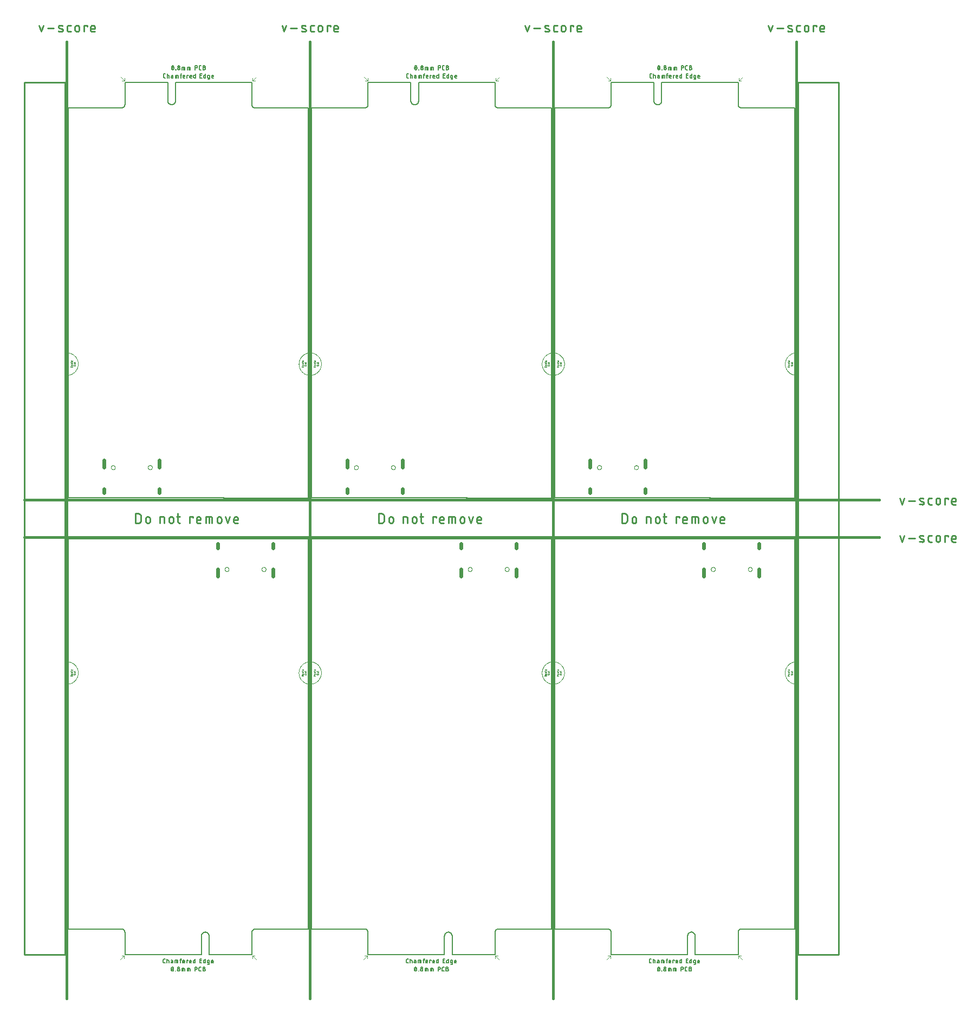
<source format=gko>
G04 EAGLE Gerber RS-274X export*
G75*
%MOMM*%
%FSLAX34Y34*%
%LPD*%
%IN*%
%IPPOS*%
%AMOC8*
5,1,8,0,0,1.08239X$1,22.5*%
G01*
%ADD10C,0.203200*%
%ADD11C,0.381000*%
%ADD12C,0.279400*%
%ADD13C,0.254000*%
%ADD14C,0.000000*%
%ADD15C,0.600000*%
%ADD16C,0.127000*%
%ADD17C,0.101600*%
%ADD18C,0.025400*%
%ADD19C,0.050000*%


D10*
X286702Y0D02*
X219702Y0D01*
X207702Y0D02*
X88202Y0D01*
X88202Y35000D01*
X286702Y35000D02*
X286702Y0D01*
X286702Y35000D02*
X286711Y35143D01*
X286725Y35286D01*
X286742Y35428D01*
X286764Y35570D01*
X286789Y35711D01*
X286818Y35852D01*
X286850Y35991D01*
X286887Y36130D01*
X286927Y36268D01*
X286971Y36404D01*
X287018Y36540D01*
X287070Y36673D01*
X287125Y36806D01*
X287183Y36937D01*
X287245Y37066D01*
X287310Y37194D01*
X287379Y37320D01*
X287451Y37443D01*
X287527Y37565D01*
X287606Y37685D01*
X287688Y37803D01*
X287773Y37918D01*
X287861Y38031D01*
X287953Y38142D01*
X288047Y38250D01*
X288144Y38355D01*
X288244Y38458D01*
X288347Y38558D01*
X288452Y38655D01*
X288560Y38749D01*
X288671Y38841D01*
X288784Y38929D01*
X288899Y39014D01*
X289017Y39096D01*
X289137Y39175D01*
X289259Y39251D01*
X289382Y39323D01*
X289508Y39392D01*
X289636Y39457D01*
X289765Y39519D01*
X289896Y39577D01*
X290029Y39632D01*
X290162Y39684D01*
X290298Y39731D01*
X290434Y39775D01*
X290572Y39815D01*
X290711Y39852D01*
X290850Y39884D01*
X290991Y39913D01*
X291132Y39938D01*
X291274Y39960D01*
X291416Y39977D01*
X291559Y39991D01*
X291702Y40000D01*
X88202Y35000D02*
X88196Y35142D01*
X88186Y35285D01*
X88172Y35426D01*
X88154Y35568D01*
X88133Y35709D01*
X88107Y35849D01*
X88078Y35988D01*
X88045Y36127D01*
X88008Y36264D01*
X87967Y36401D01*
X87922Y36536D01*
X87874Y36670D01*
X87822Y36803D01*
X87766Y36934D01*
X87707Y37064D01*
X87644Y37192D01*
X87578Y37318D01*
X87508Y37442D01*
X87435Y37564D01*
X87359Y37684D01*
X87279Y37802D01*
X87196Y37918D01*
X87110Y38032D01*
X87021Y38143D01*
X86928Y38251D01*
X86833Y38357D01*
X86735Y38461D01*
X86634Y38561D01*
X86530Y38659D01*
X86424Y38754D01*
X86315Y38846D01*
X86204Y38934D01*
X86090Y39020D01*
X85974Y39103D01*
X85855Y39182D01*
X85735Y39258D01*
X85612Y39331D01*
X85488Y39400D01*
X85361Y39466D01*
X85233Y39528D01*
X85103Y39587D01*
X84972Y39642D01*
X84839Y39693D01*
X84705Y39741D01*
X84569Y39785D01*
X84433Y39825D01*
X84295Y39862D01*
X84156Y39894D01*
X84017Y39923D01*
X83876Y39948D01*
X83736Y39969D01*
X83594Y39986D01*
X83452Y40000D01*
X219702Y29000D02*
X219702Y0D01*
X207702Y0D02*
X207702Y29000D01*
X207704Y29153D01*
X207710Y29306D01*
X207720Y29459D01*
X207733Y29612D01*
X207751Y29764D01*
X207772Y29916D01*
X207798Y30067D01*
X207827Y30217D01*
X207860Y30367D01*
X207897Y30516D01*
X207937Y30664D01*
X207982Y30810D01*
X208030Y30956D01*
X208082Y31100D01*
X208137Y31243D01*
X208196Y31384D01*
X208259Y31524D01*
X208325Y31662D01*
X208395Y31799D01*
X208468Y31933D01*
X208545Y32066D01*
X208625Y32197D01*
X208708Y32325D01*
X208794Y32452D01*
X208884Y32576D01*
X208977Y32698D01*
X209073Y32817D01*
X209172Y32934D01*
X209274Y33049D01*
X209379Y33161D01*
X209487Y33270D01*
X209597Y33376D01*
X209710Y33479D01*
X209826Y33580D01*
X209944Y33677D01*
X210065Y33772D01*
X210188Y33863D01*
X210313Y33951D01*
X210441Y34036D01*
X210570Y34118D01*
X210702Y34196D01*
X210836Y34271D01*
X210971Y34343D01*
X211109Y34411D01*
X211248Y34475D01*
X211388Y34536D01*
X211530Y34593D01*
X211674Y34647D01*
X211819Y34697D01*
X211965Y34743D01*
X212112Y34786D01*
X212260Y34824D01*
X212410Y34859D01*
X212560Y34890D01*
X212710Y34918D01*
X212862Y34941D01*
X213014Y34960D01*
X213166Y34976D01*
X213319Y34988D01*
X213472Y34996D01*
X213625Y35000D01*
X213779Y35000D01*
X213932Y34996D01*
X214085Y34988D01*
X214238Y34976D01*
X214390Y34960D01*
X214542Y34941D01*
X214694Y34918D01*
X214844Y34890D01*
X214994Y34859D01*
X215144Y34824D01*
X215292Y34786D01*
X215439Y34743D01*
X215585Y34697D01*
X215730Y34647D01*
X215874Y34593D01*
X216016Y34536D01*
X216156Y34475D01*
X216295Y34411D01*
X216433Y34343D01*
X216568Y34271D01*
X216702Y34196D01*
X216834Y34118D01*
X216963Y34036D01*
X217091Y33951D01*
X217216Y33863D01*
X217339Y33772D01*
X217460Y33677D01*
X217578Y33580D01*
X217694Y33479D01*
X217807Y33376D01*
X217917Y33270D01*
X218025Y33161D01*
X218130Y33049D01*
X218232Y32934D01*
X218331Y32817D01*
X218427Y32698D01*
X218520Y32576D01*
X218610Y32452D01*
X218696Y32325D01*
X218779Y32197D01*
X218859Y32066D01*
X218936Y31933D01*
X219009Y31799D01*
X219079Y31662D01*
X219145Y31524D01*
X219208Y31384D01*
X219267Y31243D01*
X219322Y31100D01*
X219374Y30956D01*
X219422Y30810D01*
X219467Y30664D01*
X219507Y30516D01*
X219544Y30367D01*
X219577Y30217D01*
X219606Y30067D01*
X219632Y29916D01*
X219653Y29764D01*
X219671Y29612D01*
X219684Y29459D01*
X219694Y29306D01*
X219700Y29153D01*
X219702Y29000D01*
X83452Y40000D02*
X0Y40000D01*
X0Y649478D01*
X291702Y40000D02*
X374904Y40000D01*
X374904Y649224D01*
X132588Y649478D02*
X0Y649478D01*
X131318Y649224D02*
X132588Y649478D01*
X131318Y649224D02*
X374904Y649224D01*
X599686Y0D02*
X666686Y0D01*
X587686Y0D02*
X468186Y0D01*
X468186Y35000D01*
X666686Y35000D02*
X666686Y0D01*
X666686Y35000D02*
X666695Y35143D01*
X666709Y35286D01*
X666726Y35428D01*
X666748Y35570D01*
X666773Y35711D01*
X666802Y35852D01*
X666834Y35991D01*
X666871Y36130D01*
X666911Y36268D01*
X666955Y36404D01*
X667002Y36540D01*
X667054Y36673D01*
X667109Y36806D01*
X667167Y36937D01*
X667229Y37066D01*
X667294Y37194D01*
X667363Y37320D01*
X667435Y37443D01*
X667511Y37565D01*
X667590Y37685D01*
X667672Y37803D01*
X667757Y37918D01*
X667845Y38031D01*
X667937Y38142D01*
X668031Y38250D01*
X668128Y38355D01*
X668228Y38458D01*
X668331Y38558D01*
X668436Y38655D01*
X668544Y38749D01*
X668655Y38841D01*
X668768Y38929D01*
X668883Y39014D01*
X669001Y39096D01*
X669121Y39175D01*
X669243Y39251D01*
X669366Y39323D01*
X669492Y39392D01*
X669620Y39457D01*
X669749Y39519D01*
X669880Y39577D01*
X670013Y39632D01*
X670146Y39684D01*
X670282Y39731D01*
X670418Y39775D01*
X670556Y39815D01*
X670695Y39852D01*
X670834Y39884D01*
X670975Y39913D01*
X671116Y39938D01*
X671258Y39960D01*
X671400Y39977D01*
X671543Y39991D01*
X671686Y40000D01*
X468186Y35000D02*
X468180Y35142D01*
X468170Y35285D01*
X468156Y35426D01*
X468138Y35568D01*
X468117Y35709D01*
X468091Y35849D01*
X468062Y35988D01*
X468029Y36127D01*
X467992Y36264D01*
X467951Y36401D01*
X467906Y36536D01*
X467858Y36670D01*
X467806Y36803D01*
X467750Y36934D01*
X467691Y37064D01*
X467628Y37192D01*
X467562Y37318D01*
X467492Y37442D01*
X467419Y37564D01*
X467343Y37684D01*
X467263Y37802D01*
X467180Y37918D01*
X467094Y38032D01*
X467005Y38143D01*
X466912Y38251D01*
X466817Y38357D01*
X466719Y38461D01*
X466618Y38561D01*
X466514Y38659D01*
X466408Y38754D01*
X466299Y38846D01*
X466188Y38934D01*
X466074Y39020D01*
X465958Y39103D01*
X465839Y39182D01*
X465719Y39258D01*
X465596Y39331D01*
X465472Y39400D01*
X465345Y39466D01*
X465217Y39528D01*
X465087Y39587D01*
X464956Y39642D01*
X464823Y39693D01*
X464689Y39741D01*
X464553Y39785D01*
X464417Y39825D01*
X464279Y39862D01*
X464140Y39894D01*
X464001Y39923D01*
X463860Y39948D01*
X463720Y39969D01*
X463578Y39986D01*
X463436Y40000D01*
X599686Y29000D02*
X599686Y0D01*
X587686Y0D02*
X587686Y29000D01*
X587688Y29153D01*
X587694Y29306D01*
X587704Y29459D01*
X587717Y29612D01*
X587735Y29764D01*
X587756Y29916D01*
X587782Y30067D01*
X587811Y30217D01*
X587844Y30367D01*
X587881Y30516D01*
X587921Y30664D01*
X587966Y30810D01*
X588014Y30956D01*
X588066Y31100D01*
X588121Y31243D01*
X588180Y31384D01*
X588243Y31524D01*
X588309Y31662D01*
X588379Y31799D01*
X588452Y31933D01*
X588529Y32066D01*
X588609Y32197D01*
X588692Y32325D01*
X588778Y32452D01*
X588868Y32576D01*
X588961Y32698D01*
X589057Y32817D01*
X589156Y32934D01*
X589258Y33049D01*
X589363Y33161D01*
X589471Y33270D01*
X589581Y33376D01*
X589694Y33479D01*
X589810Y33580D01*
X589928Y33677D01*
X590049Y33772D01*
X590172Y33863D01*
X590297Y33951D01*
X590425Y34036D01*
X590554Y34118D01*
X590686Y34196D01*
X590820Y34271D01*
X590955Y34343D01*
X591093Y34411D01*
X591232Y34475D01*
X591372Y34536D01*
X591514Y34593D01*
X591658Y34647D01*
X591803Y34697D01*
X591949Y34743D01*
X592096Y34786D01*
X592244Y34824D01*
X592394Y34859D01*
X592544Y34890D01*
X592694Y34918D01*
X592846Y34941D01*
X592998Y34960D01*
X593150Y34976D01*
X593303Y34988D01*
X593456Y34996D01*
X593609Y35000D01*
X593763Y35000D01*
X593916Y34996D01*
X594069Y34988D01*
X594222Y34976D01*
X594374Y34960D01*
X594526Y34941D01*
X594678Y34918D01*
X594828Y34890D01*
X594978Y34859D01*
X595128Y34824D01*
X595276Y34786D01*
X595423Y34743D01*
X595569Y34697D01*
X595714Y34647D01*
X595858Y34593D01*
X596000Y34536D01*
X596140Y34475D01*
X596279Y34411D01*
X596417Y34343D01*
X596552Y34271D01*
X596686Y34196D01*
X596818Y34118D01*
X596947Y34036D01*
X597075Y33951D01*
X597200Y33863D01*
X597323Y33772D01*
X597444Y33677D01*
X597562Y33580D01*
X597678Y33479D01*
X597791Y33376D01*
X597901Y33270D01*
X598009Y33161D01*
X598114Y33049D01*
X598216Y32934D01*
X598315Y32817D01*
X598411Y32698D01*
X598504Y32576D01*
X598594Y32452D01*
X598680Y32325D01*
X598763Y32197D01*
X598843Y32066D01*
X598920Y31933D01*
X598993Y31799D01*
X599063Y31662D01*
X599129Y31524D01*
X599192Y31384D01*
X599251Y31243D01*
X599306Y31100D01*
X599358Y30956D01*
X599406Y30810D01*
X599451Y30664D01*
X599491Y30516D01*
X599528Y30367D01*
X599561Y30217D01*
X599590Y30067D01*
X599616Y29916D01*
X599637Y29764D01*
X599655Y29612D01*
X599668Y29459D01*
X599678Y29306D01*
X599684Y29153D01*
X599686Y29000D01*
X463436Y40000D02*
X379984Y40000D01*
X379984Y649478D01*
X671686Y40000D02*
X754888Y40000D01*
X754888Y649224D01*
X512572Y649478D02*
X379984Y649478D01*
X511302Y649224D02*
X512572Y649478D01*
X511302Y649224D02*
X754888Y649224D01*
X979670Y0D02*
X1046670Y0D01*
X967670Y0D02*
X848170Y0D01*
X848170Y35000D01*
X1046670Y35000D02*
X1046670Y0D01*
X1046670Y35000D02*
X1046679Y35143D01*
X1046693Y35286D01*
X1046710Y35428D01*
X1046732Y35570D01*
X1046757Y35711D01*
X1046786Y35852D01*
X1046818Y35991D01*
X1046855Y36130D01*
X1046895Y36268D01*
X1046939Y36404D01*
X1046986Y36540D01*
X1047038Y36673D01*
X1047093Y36806D01*
X1047151Y36937D01*
X1047213Y37066D01*
X1047278Y37194D01*
X1047347Y37320D01*
X1047419Y37443D01*
X1047495Y37565D01*
X1047574Y37685D01*
X1047656Y37803D01*
X1047741Y37918D01*
X1047829Y38031D01*
X1047921Y38142D01*
X1048015Y38250D01*
X1048112Y38355D01*
X1048212Y38458D01*
X1048315Y38558D01*
X1048420Y38655D01*
X1048528Y38749D01*
X1048639Y38841D01*
X1048752Y38929D01*
X1048867Y39014D01*
X1048985Y39096D01*
X1049105Y39175D01*
X1049227Y39251D01*
X1049350Y39323D01*
X1049476Y39392D01*
X1049604Y39457D01*
X1049733Y39519D01*
X1049864Y39577D01*
X1049997Y39632D01*
X1050130Y39684D01*
X1050266Y39731D01*
X1050402Y39775D01*
X1050540Y39815D01*
X1050679Y39852D01*
X1050818Y39884D01*
X1050959Y39913D01*
X1051100Y39938D01*
X1051242Y39960D01*
X1051384Y39977D01*
X1051527Y39991D01*
X1051670Y40000D01*
X848170Y35000D02*
X848164Y35142D01*
X848154Y35285D01*
X848140Y35426D01*
X848122Y35568D01*
X848101Y35709D01*
X848075Y35849D01*
X848046Y35988D01*
X848013Y36127D01*
X847976Y36264D01*
X847935Y36401D01*
X847890Y36536D01*
X847842Y36670D01*
X847790Y36803D01*
X847734Y36934D01*
X847675Y37064D01*
X847612Y37192D01*
X847546Y37318D01*
X847476Y37442D01*
X847403Y37564D01*
X847327Y37684D01*
X847247Y37802D01*
X847164Y37918D01*
X847078Y38032D01*
X846989Y38143D01*
X846896Y38251D01*
X846801Y38357D01*
X846703Y38461D01*
X846602Y38561D01*
X846498Y38659D01*
X846392Y38754D01*
X846283Y38846D01*
X846172Y38934D01*
X846058Y39020D01*
X845942Y39103D01*
X845823Y39182D01*
X845703Y39258D01*
X845580Y39331D01*
X845456Y39400D01*
X845329Y39466D01*
X845201Y39528D01*
X845071Y39587D01*
X844940Y39642D01*
X844807Y39693D01*
X844673Y39741D01*
X844537Y39785D01*
X844401Y39825D01*
X844263Y39862D01*
X844124Y39894D01*
X843985Y39923D01*
X843844Y39948D01*
X843704Y39969D01*
X843562Y39986D01*
X843420Y40000D01*
X979670Y29000D02*
X979670Y0D01*
X967670Y0D02*
X967670Y29000D01*
X967672Y29153D01*
X967678Y29306D01*
X967688Y29459D01*
X967701Y29612D01*
X967719Y29764D01*
X967740Y29916D01*
X967766Y30067D01*
X967795Y30217D01*
X967828Y30367D01*
X967865Y30516D01*
X967905Y30664D01*
X967950Y30810D01*
X967998Y30956D01*
X968050Y31100D01*
X968105Y31243D01*
X968164Y31384D01*
X968227Y31524D01*
X968293Y31662D01*
X968363Y31799D01*
X968436Y31933D01*
X968513Y32066D01*
X968593Y32197D01*
X968676Y32325D01*
X968762Y32452D01*
X968852Y32576D01*
X968945Y32698D01*
X969041Y32817D01*
X969140Y32934D01*
X969242Y33049D01*
X969347Y33161D01*
X969455Y33270D01*
X969565Y33376D01*
X969678Y33479D01*
X969794Y33580D01*
X969912Y33677D01*
X970033Y33772D01*
X970156Y33863D01*
X970281Y33951D01*
X970409Y34036D01*
X970538Y34118D01*
X970670Y34196D01*
X970804Y34271D01*
X970939Y34343D01*
X971077Y34411D01*
X971216Y34475D01*
X971356Y34536D01*
X971498Y34593D01*
X971642Y34647D01*
X971787Y34697D01*
X971933Y34743D01*
X972080Y34786D01*
X972228Y34824D01*
X972378Y34859D01*
X972528Y34890D01*
X972678Y34918D01*
X972830Y34941D01*
X972982Y34960D01*
X973134Y34976D01*
X973287Y34988D01*
X973440Y34996D01*
X973593Y35000D01*
X973747Y35000D01*
X973900Y34996D01*
X974053Y34988D01*
X974206Y34976D01*
X974358Y34960D01*
X974510Y34941D01*
X974662Y34918D01*
X974812Y34890D01*
X974962Y34859D01*
X975112Y34824D01*
X975260Y34786D01*
X975407Y34743D01*
X975553Y34697D01*
X975698Y34647D01*
X975842Y34593D01*
X975984Y34536D01*
X976124Y34475D01*
X976263Y34411D01*
X976401Y34343D01*
X976536Y34271D01*
X976670Y34196D01*
X976802Y34118D01*
X976931Y34036D01*
X977059Y33951D01*
X977184Y33863D01*
X977307Y33772D01*
X977428Y33677D01*
X977546Y33580D01*
X977662Y33479D01*
X977775Y33376D01*
X977885Y33270D01*
X977993Y33161D01*
X978098Y33049D01*
X978200Y32934D01*
X978299Y32817D01*
X978395Y32698D01*
X978488Y32576D01*
X978578Y32452D01*
X978664Y32325D01*
X978747Y32197D01*
X978827Y32066D01*
X978904Y31933D01*
X978977Y31799D01*
X979047Y31662D01*
X979113Y31524D01*
X979176Y31384D01*
X979235Y31243D01*
X979290Y31100D01*
X979342Y30956D01*
X979390Y30810D01*
X979435Y30664D01*
X979475Y30516D01*
X979512Y30367D01*
X979545Y30217D01*
X979574Y30067D01*
X979600Y29916D01*
X979621Y29764D01*
X979639Y29612D01*
X979652Y29459D01*
X979662Y29306D01*
X979668Y29153D01*
X979670Y29000D01*
X843420Y40000D02*
X759968Y40000D01*
X759968Y649478D01*
X1051670Y40000D02*
X1134872Y40000D01*
X1134872Y649224D01*
X892556Y649478D02*
X759968Y649478D01*
X891286Y649224D02*
X892556Y649478D01*
X891286Y649224D02*
X1134872Y649224D01*
X155202Y1362456D02*
X88202Y1362456D01*
X167202Y1362456D02*
X286702Y1362456D01*
X286702Y1327456D01*
X88202Y1327456D02*
X88202Y1362456D01*
X88202Y1327456D02*
X88193Y1327313D01*
X88179Y1327170D01*
X88162Y1327028D01*
X88140Y1326886D01*
X88115Y1326745D01*
X88086Y1326604D01*
X88054Y1326465D01*
X88017Y1326326D01*
X87977Y1326188D01*
X87933Y1326052D01*
X87886Y1325916D01*
X87834Y1325783D01*
X87779Y1325650D01*
X87721Y1325519D01*
X87659Y1325390D01*
X87594Y1325262D01*
X87525Y1325136D01*
X87453Y1325013D01*
X87377Y1324891D01*
X87298Y1324771D01*
X87216Y1324653D01*
X87131Y1324538D01*
X87043Y1324425D01*
X86951Y1324314D01*
X86857Y1324206D01*
X86760Y1324101D01*
X86660Y1323998D01*
X86557Y1323898D01*
X86452Y1323801D01*
X86344Y1323707D01*
X86233Y1323615D01*
X86120Y1323527D01*
X86005Y1323442D01*
X85887Y1323360D01*
X85767Y1323281D01*
X85645Y1323205D01*
X85522Y1323133D01*
X85396Y1323064D01*
X85268Y1322999D01*
X85139Y1322937D01*
X85008Y1322879D01*
X84875Y1322824D01*
X84742Y1322772D01*
X84606Y1322725D01*
X84470Y1322681D01*
X84332Y1322641D01*
X84193Y1322604D01*
X84054Y1322572D01*
X83913Y1322543D01*
X83772Y1322518D01*
X83630Y1322496D01*
X83488Y1322479D01*
X83345Y1322465D01*
X83202Y1322456D01*
X286702Y1327456D02*
X286708Y1327314D01*
X286718Y1327171D01*
X286732Y1327030D01*
X286750Y1326888D01*
X286771Y1326747D01*
X286797Y1326607D01*
X286826Y1326468D01*
X286859Y1326329D01*
X286896Y1326192D01*
X286937Y1326055D01*
X286982Y1325920D01*
X287030Y1325786D01*
X287082Y1325653D01*
X287138Y1325522D01*
X287197Y1325392D01*
X287260Y1325264D01*
X287326Y1325138D01*
X287396Y1325014D01*
X287469Y1324892D01*
X287545Y1324772D01*
X287625Y1324654D01*
X287708Y1324538D01*
X287794Y1324424D01*
X287883Y1324313D01*
X287976Y1324205D01*
X288071Y1324099D01*
X288169Y1323995D01*
X288270Y1323895D01*
X288374Y1323797D01*
X288480Y1323702D01*
X288589Y1323610D01*
X288700Y1323522D01*
X288814Y1323436D01*
X288930Y1323353D01*
X289049Y1323274D01*
X289169Y1323198D01*
X289292Y1323125D01*
X289416Y1323056D01*
X289543Y1322990D01*
X289671Y1322928D01*
X289801Y1322869D01*
X289932Y1322814D01*
X290065Y1322763D01*
X290199Y1322715D01*
X290335Y1322671D01*
X290471Y1322631D01*
X290609Y1322594D01*
X290748Y1322562D01*
X290887Y1322533D01*
X291028Y1322508D01*
X291168Y1322487D01*
X291310Y1322470D01*
X291452Y1322456D01*
X155202Y1333456D02*
X155202Y1362456D01*
X167202Y1362456D02*
X167202Y1333456D01*
X167200Y1333303D01*
X167194Y1333150D01*
X167184Y1332997D01*
X167171Y1332844D01*
X167153Y1332692D01*
X167132Y1332540D01*
X167106Y1332389D01*
X167077Y1332239D01*
X167044Y1332089D01*
X167007Y1331940D01*
X166967Y1331792D01*
X166922Y1331646D01*
X166874Y1331500D01*
X166822Y1331356D01*
X166767Y1331213D01*
X166708Y1331072D01*
X166645Y1330932D01*
X166579Y1330794D01*
X166509Y1330657D01*
X166436Y1330523D01*
X166359Y1330390D01*
X166279Y1330259D01*
X166196Y1330131D01*
X166110Y1330004D01*
X166020Y1329880D01*
X165927Y1329758D01*
X165831Y1329639D01*
X165732Y1329522D01*
X165630Y1329407D01*
X165525Y1329295D01*
X165417Y1329186D01*
X165307Y1329080D01*
X165194Y1328977D01*
X165078Y1328876D01*
X164960Y1328779D01*
X164839Y1328684D01*
X164716Y1328593D01*
X164591Y1328505D01*
X164463Y1328420D01*
X164334Y1328338D01*
X164202Y1328260D01*
X164068Y1328185D01*
X163933Y1328113D01*
X163795Y1328045D01*
X163656Y1327981D01*
X163516Y1327920D01*
X163374Y1327863D01*
X163230Y1327809D01*
X163085Y1327759D01*
X162939Y1327713D01*
X162792Y1327670D01*
X162644Y1327632D01*
X162494Y1327597D01*
X162344Y1327566D01*
X162194Y1327538D01*
X162042Y1327515D01*
X161890Y1327496D01*
X161738Y1327480D01*
X161585Y1327468D01*
X161432Y1327460D01*
X161279Y1327456D01*
X161125Y1327456D01*
X160972Y1327460D01*
X160819Y1327468D01*
X160666Y1327480D01*
X160514Y1327496D01*
X160362Y1327515D01*
X160210Y1327538D01*
X160060Y1327566D01*
X159910Y1327597D01*
X159760Y1327632D01*
X159612Y1327670D01*
X159465Y1327713D01*
X159319Y1327759D01*
X159174Y1327809D01*
X159030Y1327863D01*
X158888Y1327920D01*
X158748Y1327981D01*
X158609Y1328045D01*
X158471Y1328113D01*
X158336Y1328185D01*
X158202Y1328260D01*
X158070Y1328338D01*
X157941Y1328420D01*
X157813Y1328505D01*
X157688Y1328593D01*
X157565Y1328684D01*
X157444Y1328779D01*
X157326Y1328876D01*
X157210Y1328977D01*
X157097Y1329080D01*
X156987Y1329186D01*
X156879Y1329295D01*
X156774Y1329407D01*
X156672Y1329522D01*
X156573Y1329639D01*
X156477Y1329758D01*
X156384Y1329880D01*
X156294Y1330004D01*
X156208Y1330131D01*
X156125Y1330259D01*
X156045Y1330390D01*
X155968Y1330523D01*
X155895Y1330657D01*
X155825Y1330794D01*
X155759Y1330932D01*
X155696Y1331072D01*
X155637Y1331213D01*
X155582Y1331356D01*
X155530Y1331500D01*
X155482Y1331646D01*
X155437Y1331792D01*
X155397Y1331940D01*
X155360Y1332089D01*
X155327Y1332239D01*
X155298Y1332389D01*
X155272Y1332540D01*
X155251Y1332692D01*
X155233Y1332844D01*
X155220Y1332997D01*
X155210Y1333150D01*
X155204Y1333303D01*
X155202Y1333456D01*
X291452Y1322456D02*
X374904Y1322456D01*
X374904Y712978D01*
X83202Y1322456D02*
X0Y1322456D01*
X0Y713232D01*
X242316Y712978D02*
X374904Y712978D01*
X243586Y713232D02*
X242316Y712978D01*
X243586Y713232D02*
X0Y713232D01*
X468186Y1362456D02*
X535186Y1362456D01*
X547186Y1362456D02*
X666686Y1362456D01*
X666686Y1327456D01*
X468186Y1327456D02*
X468186Y1362456D01*
X468186Y1327456D02*
X468177Y1327313D01*
X468163Y1327170D01*
X468146Y1327028D01*
X468124Y1326886D01*
X468099Y1326745D01*
X468070Y1326604D01*
X468038Y1326465D01*
X468001Y1326326D01*
X467961Y1326188D01*
X467917Y1326052D01*
X467870Y1325916D01*
X467818Y1325783D01*
X467763Y1325650D01*
X467705Y1325519D01*
X467643Y1325390D01*
X467578Y1325262D01*
X467509Y1325136D01*
X467437Y1325013D01*
X467361Y1324891D01*
X467282Y1324771D01*
X467200Y1324653D01*
X467115Y1324538D01*
X467027Y1324425D01*
X466935Y1324314D01*
X466841Y1324206D01*
X466744Y1324101D01*
X466644Y1323998D01*
X466541Y1323898D01*
X466436Y1323801D01*
X466328Y1323707D01*
X466217Y1323615D01*
X466104Y1323527D01*
X465989Y1323442D01*
X465871Y1323360D01*
X465751Y1323281D01*
X465629Y1323205D01*
X465506Y1323133D01*
X465380Y1323064D01*
X465252Y1322999D01*
X465123Y1322937D01*
X464992Y1322879D01*
X464859Y1322824D01*
X464726Y1322772D01*
X464590Y1322725D01*
X464454Y1322681D01*
X464316Y1322641D01*
X464177Y1322604D01*
X464038Y1322572D01*
X463897Y1322543D01*
X463756Y1322518D01*
X463614Y1322496D01*
X463472Y1322479D01*
X463329Y1322465D01*
X463186Y1322456D01*
X666686Y1327456D02*
X666692Y1327314D01*
X666702Y1327171D01*
X666716Y1327030D01*
X666734Y1326888D01*
X666755Y1326747D01*
X666781Y1326607D01*
X666810Y1326468D01*
X666843Y1326329D01*
X666880Y1326192D01*
X666921Y1326055D01*
X666966Y1325920D01*
X667014Y1325786D01*
X667066Y1325653D01*
X667122Y1325522D01*
X667181Y1325392D01*
X667244Y1325264D01*
X667310Y1325138D01*
X667380Y1325014D01*
X667453Y1324892D01*
X667529Y1324772D01*
X667609Y1324654D01*
X667692Y1324538D01*
X667778Y1324424D01*
X667867Y1324313D01*
X667960Y1324205D01*
X668055Y1324099D01*
X668153Y1323995D01*
X668254Y1323895D01*
X668358Y1323797D01*
X668464Y1323702D01*
X668573Y1323610D01*
X668684Y1323522D01*
X668798Y1323436D01*
X668914Y1323353D01*
X669033Y1323274D01*
X669153Y1323198D01*
X669276Y1323125D01*
X669400Y1323056D01*
X669527Y1322990D01*
X669655Y1322928D01*
X669785Y1322869D01*
X669916Y1322814D01*
X670049Y1322763D01*
X670183Y1322715D01*
X670319Y1322671D01*
X670455Y1322631D01*
X670593Y1322594D01*
X670732Y1322562D01*
X670871Y1322533D01*
X671012Y1322508D01*
X671152Y1322487D01*
X671294Y1322470D01*
X671436Y1322456D01*
X535186Y1333456D02*
X535186Y1362456D01*
X547186Y1362456D02*
X547186Y1333456D01*
X547184Y1333303D01*
X547178Y1333150D01*
X547168Y1332997D01*
X547155Y1332844D01*
X547137Y1332692D01*
X547116Y1332540D01*
X547090Y1332389D01*
X547061Y1332239D01*
X547028Y1332089D01*
X546991Y1331940D01*
X546951Y1331792D01*
X546906Y1331646D01*
X546858Y1331500D01*
X546806Y1331356D01*
X546751Y1331213D01*
X546692Y1331072D01*
X546629Y1330932D01*
X546563Y1330794D01*
X546493Y1330657D01*
X546420Y1330523D01*
X546343Y1330390D01*
X546263Y1330259D01*
X546180Y1330131D01*
X546094Y1330004D01*
X546004Y1329880D01*
X545911Y1329758D01*
X545815Y1329639D01*
X545716Y1329522D01*
X545614Y1329407D01*
X545509Y1329295D01*
X545401Y1329186D01*
X545291Y1329080D01*
X545178Y1328977D01*
X545062Y1328876D01*
X544944Y1328779D01*
X544823Y1328684D01*
X544700Y1328593D01*
X544575Y1328505D01*
X544447Y1328420D01*
X544318Y1328338D01*
X544186Y1328260D01*
X544052Y1328185D01*
X543917Y1328113D01*
X543779Y1328045D01*
X543640Y1327981D01*
X543500Y1327920D01*
X543358Y1327863D01*
X543214Y1327809D01*
X543069Y1327759D01*
X542923Y1327713D01*
X542776Y1327670D01*
X542628Y1327632D01*
X542478Y1327597D01*
X542328Y1327566D01*
X542178Y1327538D01*
X542026Y1327515D01*
X541874Y1327496D01*
X541722Y1327480D01*
X541569Y1327468D01*
X541416Y1327460D01*
X541263Y1327456D01*
X541109Y1327456D01*
X540956Y1327460D01*
X540803Y1327468D01*
X540650Y1327480D01*
X540498Y1327496D01*
X540346Y1327515D01*
X540194Y1327538D01*
X540044Y1327566D01*
X539894Y1327597D01*
X539744Y1327632D01*
X539596Y1327670D01*
X539449Y1327713D01*
X539303Y1327759D01*
X539158Y1327809D01*
X539014Y1327863D01*
X538872Y1327920D01*
X538732Y1327981D01*
X538593Y1328045D01*
X538455Y1328113D01*
X538320Y1328185D01*
X538186Y1328260D01*
X538054Y1328338D01*
X537925Y1328420D01*
X537797Y1328505D01*
X537672Y1328593D01*
X537549Y1328684D01*
X537428Y1328779D01*
X537310Y1328876D01*
X537194Y1328977D01*
X537081Y1329080D01*
X536971Y1329186D01*
X536863Y1329295D01*
X536758Y1329407D01*
X536656Y1329522D01*
X536557Y1329639D01*
X536461Y1329758D01*
X536368Y1329880D01*
X536278Y1330004D01*
X536192Y1330131D01*
X536109Y1330259D01*
X536029Y1330390D01*
X535952Y1330523D01*
X535879Y1330657D01*
X535809Y1330794D01*
X535743Y1330932D01*
X535680Y1331072D01*
X535621Y1331213D01*
X535566Y1331356D01*
X535514Y1331500D01*
X535466Y1331646D01*
X535421Y1331792D01*
X535381Y1331940D01*
X535344Y1332089D01*
X535311Y1332239D01*
X535282Y1332389D01*
X535256Y1332540D01*
X535235Y1332692D01*
X535217Y1332844D01*
X535204Y1332997D01*
X535194Y1333150D01*
X535188Y1333303D01*
X535186Y1333456D01*
X671436Y1322456D02*
X754888Y1322456D01*
X754888Y712978D01*
X463186Y1322456D02*
X379984Y1322456D01*
X379984Y713232D01*
X622300Y712978D02*
X754888Y712978D01*
X623570Y713232D02*
X622300Y712978D01*
X623570Y713232D02*
X379984Y713232D01*
X848170Y1362456D02*
X915170Y1362456D01*
X927170Y1362456D02*
X1046670Y1362456D01*
X1046670Y1327456D01*
X848170Y1327456D02*
X848170Y1362456D01*
X848170Y1327456D02*
X848161Y1327313D01*
X848147Y1327170D01*
X848130Y1327028D01*
X848108Y1326886D01*
X848083Y1326745D01*
X848054Y1326604D01*
X848022Y1326465D01*
X847985Y1326326D01*
X847945Y1326188D01*
X847901Y1326052D01*
X847854Y1325916D01*
X847802Y1325783D01*
X847747Y1325650D01*
X847689Y1325519D01*
X847627Y1325390D01*
X847562Y1325262D01*
X847493Y1325136D01*
X847421Y1325013D01*
X847345Y1324891D01*
X847266Y1324771D01*
X847184Y1324653D01*
X847099Y1324538D01*
X847011Y1324425D01*
X846919Y1324314D01*
X846825Y1324206D01*
X846728Y1324101D01*
X846628Y1323998D01*
X846525Y1323898D01*
X846420Y1323801D01*
X846312Y1323707D01*
X846201Y1323615D01*
X846088Y1323527D01*
X845973Y1323442D01*
X845855Y1323360D01*
X845735Y1323281D01*
X845613Y1323205D01*
X845490Y1323133D01*
X845364Y1323064D01*
X845236Y1322999D01*
X845107Y1322937D01*
X844976Y1322879D01*
X844843Y1322824D01*
X844710Y1322772D01*
X844574Y1322725D01*
X844438Y1322681D01*
X844300Y1322641D01*
X844161Y1322604D01*
X844022Y1322572D01*
X843881Y1322543D01*
X843740Y1322518D01*
X843598Y1322496D01*
X843456Y1322479D01*
X843313Y1322465D01*
X843170Y1322456D01*
X1046670Y1327456D02*
X1046676Y1327314D01*
X1046686Y1327171D01*
X1046700Y1327030D01*
X1046718Y1326888D01*
X1046739Y1326747D01*
X1046765Y1326607D01*
X1046794Y1326468D01*
X1046827Y1326329D01*
X1046864Y1326192D01*
X1046905Y1326055D01*
X1046950Y1325920D01*
X1046998Y1325786D01*
X1047050Y1325653D01*
X1047106Y1325522D01*
X1047165Y1325392D01*
X1047228Y1325264D01*
X1047294Y1325138D01*
X1047364Y1325014D01*
X1047437Y1324892D01*
X1047513Y1324772D01*
X1047593Y1324654D01*
X1047676Y1324538D01*
X1047762Y1324424D01*
X1047851Y1324313D01*
X1047944Y1324205D01*
X1048039Y1324099D01*
X1048137Y1323995D01*
X1048238Y1323895D01*
X1048342Y1323797D01*
X1048448Y1323702D01*
X1048557Y1323610D01*
X1048668Y1323522D01*
X1048782Y1323436D01*
X1048898Y1323353D01*
X1049017Y1323274D01*
X1049137Y1323198D01*
X1049260Y1323125D01*
X1049384Y1323056D01*
X1049511Y1322990D01*
X1049639Y1322928D01*
X1049769Y1322869D01*
X1049900Y1322814D01*
X1050033Y1322763D01*
X1050167Y1322715D01*
X1050303Y1322671D01*
X1050439Y1322631D01*
X1050577Y1322594D01*
X1050716Y1322562D01*
X1050855Y1322533D01*
X1050996Y1322508D01*
X1051136Y1322487D01*
X1051278Y1322470D01*
X1051420Y1322456D01*
X915170Y1333456D02*
X915170Y1362456D01*
X927170Y1362456D02*
X927170Y1333456D01*
X927168Y1333303D01*
X927162Y1333150D01*
X927152Y1332997D01*
X927139Y1332844D01*
X927121Y1332692D01*
X927100Y1332540D01*
X927074Y1332389D01*
X927045Y1332239D01*
X927012Y1332089D01*
X926975Y1331940D01*
X926935Y1331792D01*
X926890Y1331646D01*
X926842Y1331500D01*
X926790Y1331356D01*
X926735Y1331213D01*
X926676Y1331072D01*
X926613Y1330932D01*
X926547Y1330794D01*
X926477Y1330657D01*
X926404Y1330523D01*
X926327Y1330390D01*
X926247Y1330259D01*
X926164Y1330131D01*
X926078Y1330004D01*
X925988Y1329880D01*
X925895Y1329758D01*
X925799Y1329639D01*
X925700Y1329522D01*
X925598Y1329407D01*
X925493Y1329295D01*
X925385Y1329186D01*
X925275Y1329080D01*
X925162Y1328977D01*
X925046Y1328876D01*
X924928Y1328779D01*
X924807Y1328684D01*
X924684Y1328593D01*
X924559Y1328505D01*
X924431Y1328420D01*
X924302Y1328338D01*
X924170Y1328260D01*
X924036Y1328185D01*
X923901Y1328113D01*
X923763Y1328045D01*
X923624Y1327981D01*
X923484Y1327920D01*
X923342Y1327863D01*
X923198Y1327809D01*
X923053Y1327759D01*
X922907Y1327713D01*
X922760Y1327670D01*
X922612Y1327632D01*
X922462Y1327597D01*
X922312Y1327566D01*
X922162Y1327538D01*
X922010Y1327515D01*
X921858Y1327496D01*
X921706Y1327480D01*
X921553Y1327468D01*
X921400Y1327460D01*
X921247Y1327456D01*
X921093Y1327456D01*
X920940Y1327460D01*
X920787Y1327468D01*
X920634Y1327480D01*
X920482Y1327496D01*
X920330Y1327515D01*
X920178Y1327538D01*
X920028Y1327566D01*
X919878Y1327597D01*
X919728Y1327632D01*
X919580Y1327670D01*
X919433Y1327713D01*
X919287Y1327759D01*
X919142Y1327809D01*
X918998Y1327863D01*
X918856Y1327920D01*
X918716Y1327981D01*
X918577Y1328045D01*
X918439Y1328113D01*
X918304Y1328185D01*
X918170Y1328260D01*
X918038Y1328338D01*
X917909Y1328420D01*
X917781Y1328505D01*
X917656Y1328593D01*
X917533Y1328684D01*
X917412Y1328779D01*
X917294Y1328876D01*
X917178Y1328977D01*
X917065Y1329080D01*
X916955Y1329186D01*
X916847Y1329295D01*
X916742Y1329407D01*
X916640Y1329522D01*
X916541Y1329639D01*
X916445Y1329758D01*
X916352Y1329880D01*
X916262Y1330004D01*
X916176Y1330131D01*
X916093Y1330259D01*
X916013Y1330390D01*
X915936Y1330523D01*
X915863Y1330657D01*
X915793Y1330794D01*
X915727Y1330932D01*
X915664Y1331072D01*
X915605Y1331213D01*
X915550Y1331356D01*
X915498Y1331500D01*
X915450Y1331646D01*
X915405Y1331792D01*
X915365Y1331940D01*
X915328Y1332089D01*
X915295Y1332239D01*
X915266Y1332389D01*
X915240Y1332540D01*
X915219Y1332692D01*
X915201Y1332844D01*
X915188Y1332997D01*
X915178Y1333150D01*
X915172Y1333303D01*
X915170Y1333456D01*
X1051420Y1322456D02*
X1134872Y1322456D01*
X1134872Y712978D01*
X843170Y1322456D02*
X759968Y1322456D01*
X759968Y713232D01*
X1002284Y712978D02*
X1134872Y712978D01*
X1003554Y713232D02*
X1002284Y712978D01*
X1003554Y713232D02*
X759968Y713232D01*
D11*
X-2540Y1425956D02*
X-2540Y-68580D01*
D12*
X-42921Y1441323D02*
X-46251Y1451314D01*
X-39590Y1451314D02*
X-42921Y1441323D01*
X-32806Y1447151D02*
X-22815Y1447151D01*
X-14261Y1447151D02*
X-10098Y1445486D01*
X-14261Y1447150D02*
X-14346Y1447186D01*
X-14429Y1447226D01*
X-14510Y1447269D01*
X-14590Y1447316D01*
X-14667Y1447366D01*
X-14743Y1447419D01*
X-14816Y1447475D01*
X-14886Y1447535D01*
X-14954Y1447597D01*
X-15019Y1447662D01*
X-15081Y1447730D01*
X-15141Y1447801D01*
X-15197Y1447874D01*
X-15250Y1447949D01*
X-15300Y1448027D01*
X-15346Y1448106D01*
X-15389Y1448188D01*
X-15429Y1448271D01*
X-15465Y1448356D01*
X-15497Y1448442D01*
X-15526Y1448530D01*
X-15550Y1448619D01*
X-15571Y1448709D01*
X-15588Y1448799D01*
X-15602Y1448890D01*
X-15611Y1448982D01*
X-15616Y1449074D01*
X-15618Y1449166D01*
X-15616Y1449258D01*
X-15609Y1449350D01*
X-15599Y1449442D01*
X-15585Y1449533D01*
X-15567Y1449624D01*
X-15545Y1449713D01*
X-15519Y1449802D01*
X-15489Y1449889D01*
X-15456Y1449975D01*
X-15419Y1450059D01*
X-15379Y1450142D01*
X-15335Y1450223D01*
X-15288Y1450302D01*
X-15237Y1450379D01*
X-15183Y1450454D01*
X-15126Y1450527D01*
X-15066Y1450597D01*
X-15003Y1450664D01*
X-14937Y1450728D01*
X-14869Y1450790D01*
X-14798Y1450849D01*
X-14724Y1450904D01*
X-14648Y1450957D01*
X-14570Y1451006D01*
X-14490Y1451052D01*
X-14409Y1451094D01*
X-14325Y1451133D01*
X-14240Y1451168D01*
X-14153Y1451199D01*
X-14065Y1451227D01*
X-13976Y1451251D01*
X-13886Y1451271D01*
X-13796Y1451288D01*
X-13704Y1451300D01*
X-13612Y1451309D01*
X-13520Y1451313D01*
X-13428Y1451314D01*
X-13201Y1451308D01*
X-12974Y1451297D01*
X-12747Y1451280D01*
X-12521Y1451257D01*
X-12295Y1451230D01*
X-12070Y1451196D01*
X-11846Y1451158D01*
X-11623Y1451114D01*
X-11401Y1451065D01*
X-11180Y1451010D01*
X-10961Y1450950D01*
X-10743Y1450885D01*
X-10527Y1450814D01*
X-10313Y1450739D01*
X-10100Y1450658D01*
X-9890Y1450572D01*
X-9681Y1450481D01*
X-10098Y1445486D02*
X-10013Y1445450D01*
X-9930Y1445410D01*
X-9849Y1445367D01*
X-9769Y1445320D01*
X-9692Y1445270D01*
X-9616Y1445217D01*
X-9543Y1445161D01*
X-9473Y1445101D01*
X-9405Y1445039D01*
X-9340Y1444974D01*
X-9278Y1444906D01*
X-9218Y1444835D01*
X-9162Y1444762D01*
X-9109Y1444687D01*
X-9059Y1444609D01*
X-9013Y1444530D01*
X-8970Y1444448D01*
X-8930Y1444365D01*
X-8894Y1444280D01*
X-8862Y1444194D01*
X-8833Y1444106D01*
X-8809Y1444017D01*
X-8788Y1443927D01*
X-8771Y1443837D01*
X-8757Y1443746D01*
X-8748Y1443654D01*
X-8743Y1443562D01*
X-8741Y1443470D01*
X-8743Y1443378D01*
X-8750Y1443286D01*
X-8760Y1443194D01*
X-8774Y1443103D01*
X-8792Y1443012D01*
X-8814Y1442923D01*
X-8840Y1442834D01*
X-8870Y1442747D01*
X-8903Y1442661D01*
X-8940Y1442577D01*
X-8980Y1442494D01*
X-9024Y1442413D01*
X-9071Y1442334D01*
X-9122Y1442257D01*
X-9176Y1442182D01*
X-9233Y1442109D01*
X-9293Y1442039D01*
X-9356Y1441972D01*
X-9422Y1441908D01*
X-9490Y1441846D01*
X-9561Y1441787D01*
X-9635Y1441732D01*
X-9711Y1441679D01*
X-9789Y1441630D01*
X-9869Y1441584D01*
X-9950Y1441542D01*
X-10034Y1441503D01*
X-10119Y1441468D01*
X-10206Y1441437D01*
X-10294Y1441409D01*
X-10383Y1441385D01*
X-10473Y1441365D01*
X-10563Y1441348D01*
X-10655Y1441336D01*
X-10747Y1441327D01*
X-10839Y1441323D01*
X-10931Y1441322D01*
X-10931Y1441323D02*
X-11265Y1441332D01*
X-11598Y1441349D01*
X-11931Y1441373D01*
X-12264Y1441406D01*
X-12595Y1441446D01*
X-12926Y1441494D01*
X-13255Y1441550D01*
X-13583Y1441613D01*
X-13909Y1441685D01*
X-14233Y1441764D01*
X-14556Y1441850D01*
X-14876Y1441945D01*
X-15194Y1442047D01*
X-15510Y1442156D01*
X562Y1441323D02*
X3892Y1441323D01*
X562Y1441323D02*
X464Y1441325D01*
X366Y1441331D01*
X268Y1441340D01*
X171Y1441354D01*
X75Y1441371D01*
X-21Y1441392D01*
X-116Y1441417D01*
X-210Y1441445D01*
X-303Y1441477D01*
X-394Y1441513D01*
X-484Y1441552D01*
X-572Y1441595D01*
X-659Y1441642D01*
X-743Y1441691D01*
X-826Y1441744D01*
X-906Y1441800D01*
X-985Y1441859D01*
X-1060Y1441922D01*
X-1134Y1441987D01*
X-1204Y1442055D01*
X-1272Y1442125D01*
X-1338Y1442199D01*
X-1400Y1442275D01*
X-1459Y1442353D01*
X-1515Y1442433D01*
X-1568Y1442516D01*
X-1618Y1442600D01*
X-1664Y1442687D01*
X-1707Y1442775D01*
X-1746Y1442865D01*
X-1782Y1442956D01*
X-1814Y1443049D01*
X-1842Y1443143D01*
X-1867Y1443238D01*
X-1888Y1443334D01*
X-1905Y1443430D01*
X-1919Y1443527D01*
X-1928Y1443625D01*
X-1934Y1443723D01*
X-1936Y1443821D01*
X-1936Y1448816D01*
X-1934Y1448914D01*
X-1928Y1449012D01*
X-1919Y1449110D01*
X-1905Y1449207D01*
X-1888Y1449303D01*
X-1867Y1449399D01*
X-1842Y1449494D01*
X-1814Y1449588D01*
X-1782Y1449681D01*
X-1746Y1449772D01*
X-1707Y1449862D01*
X-1664Y1449950D01*
X-1617Y1450037D01*
X-1568Y1450121D01*
X-1515Y1450204D01*
X-1459Y1450284D01*
X-1400Y1450362D01*
X-1337Y1450438D01*
X-1272Y1450512D01*
X-1204Y1450582D01*
X-1134Y1450650D01*
X-1060Y1450715D01*
X-984Y1450778D01*
X-906Y1450837D01*
X-826Y1450893D01*
X-743Y1450946D01*
X-659Y1450995D01*
X-572Y1451042D01*
X-484Y1451085D01*
X-394Y1451124D01*
X-303Y1451160D01*
X-210Y1451192D01*
X-116Y1451220D01*
X-21Y1451245D01*
X75Y1451266D01*
X171Y1451283D01*
X268Y1451297D01*
X366Y1451306D01*
X464Y1451312D01*
X562Y1451314D01*
X3892Y1451314D01*
X10022Y1447983D02*
X10022Y1444653D01*
X10022Y1447983D02*
X10024Y1448097D01*
X10030Y1448210D01*
X10039Y1448324D01*
X10053Y1448436D01*
X10070Y1448549D01*
X10092Y1448661D01*
X10117Y1448771D01*
X10145Y1448881D01*
X10178Y1448990D01*
X10214Y1449098D01*
X10254Y1449205D01*
X10298Y1449310D01*
X10345Y1449413D01*
X10395Y1449515D01*
X10449Y1449615D01*
X10507Y1449713D01*
X10568Y1449809D01*
X10631Y1449903D01*
X10699Y1449995D01*
X10769Y1450085D01*
X10842Y1450171D01*
X10918Y1450256D01*
X10997Y1450338D01*
X11079Y1450417D01*
X11164Y1450493D01*
X11250Y1450566D01*
X11340Y1450636D01*
X11432Y1450704D01*
X11526Y1450767D01*
X11622Y1450828D01*
X11720Y1450886D01*
X11820Y1450940D01*
X11922Y1450990D01*
X12025Y1451037D01*
X12130Y1451081D01*
X12237Y1451121D01*
X12345Y1451157D01*
X12454Y1451190D01*
X12564Y1451218D01*
X12674Y1451243D01*
X12786Y1451265D01*
X12899Y1451282D01*
X13011Y1451296D01*
X13125Y1451305D01*
X13238Y1451311D01*
X13352Y1451313D01*
X13466Y1451311D01*
X13579Y1451305D01*
X13693Y1451296D01*
X13805Y1451282D01*
X13918Y1451265D01*
X14030Y1451243D01*
X14140Y1451218D01*
X14250Y1451190D01*
X14359Y1451157D01*
X14467Y1451121D01*
X14574Y1451081D01*
X14679Y1451037D01*
X14782Y1450990D01*
X14884Y1450940D01*
X14984Y1450886D01*
X15082Y1450828D01*
X15178Y1450767D01*
X15272Y1450704D01*
X15364Y1450636D01*
X15454Y1450566D01*
X15540Y1450493D01*
X15625Y1450417D01*
X15707Y1450338D01*
X15786Y1450256D01*
X15862Y1450171D01*
X15935Y1450085D01*
X16005Y1449995D01*
X16073Y1449903D01*
X16136Y1449809D01*
X16197Y1449713D01*
X16255Y1449615D01*
X16309Y1449515D01*
X16359Y1449413D01*
X16406Y1449310D01*
X16450Y1449205D01*
X16490Y1449098D01*
X16526Y1448990D01*
X16559Y1448881D01*
X16587Y1448771D01*
X16612Y1448661D01*
X16634Y1448549D01*
X16651Y1448436D01*
X16665Y1448324D01*
X16674Y1448210D01*
X16680Y1448097D01*
X16682Y1447983D01*
X16682Y1444653D01*
X16680Y1444539D01*
X16674Y1444426D01*
X16665Y1444312D01*
X16651Y1444200D01*
X16634Y1444087D01*
X16612Y1443975D01*
X16587Y1443865D01*
X16559Y1443755D01*
X16526Y1443646D01*
X16490Y1443538D01*
X16450Y1443431D01*
X16406Y1443326D01*
X16359Y1443223D01*
X16309Y1443121D01*
X16255Y1443021D01*
X16197Y1442923D01*
X16136Y1442827D01*
X16073Y1442733D01*
X16005Y1442641D01*
X15935Y1442551D01*
X15862Y1442465D01*
X15786Y1442380D01*
X15707Y1442298D01*
X15625Y1442219D01*
X15540Y1442143D01*
X15454Y1442070D01*
X15364Y1442000D01*
X15272Y1441932D01*
X15178Y1441869D01*
X15082Y1441808D01*
X14984Y1441750D01*
X14884Y1441696D01*
X14782Y1441646D01*
X14679Y1441599D01*
X14574Y1441555D01*
X14467Y1441515D01*
X14359Y1441479D01*
X14250Y1441446D01*
X14140Y1441418D01*
X14030Y1441393D01*
X13918Y1441371D01*
X13805Y1441354D01*
X13693Y1441340D01*
X13579Y1441331D01*
X13466Y1441325D01*
X13352Y1441323D01*
X13238Y1441325D01*
X13125Y1441331D01*
X13011Y1441340D01*
X12899Y1441354D01*
X12786Y1441371D01*
X12674Y1441393D01*
X12564Y1441418D01*
X12454Y1441446D01*
X12345Y1441479D01*
X12237Y1441515D01*
X12130Y1441555D01*
X12025Y1441599D01*
X11922Y1441646D01*
X11820Y1441696D01*
X11720Y1441750D01*
X11622Y1441808D01*
X11526Y1441869D01*
X11432Y1441932D01*
X11340Y1442000D01*
X11250Y1442070D01*
X11164Y1442143D01*
X11079Y1442219D01*
X10997Y1442298D01*
X10918Y1442380D01*
X10842Y1442465D01*
X10769Y1442551D01*
X10699Y1442641D01*
X10631Y1442733D01*
X10568Y1442827D01*
X10507Y1442923D01*
X10449Y1443021D01*
X10395Y1443121D01*
X10345Y1443223D01*
X10298Y1443326D01*
X10254Y1443431D01*
X10214Y1443538D01*
X10178Y1443646D01*
X10145Y1443755D01*
X10117Y1443865D01*
X10092Y1443975D01*
X10070Y1444087D01*
X10053Y1444200D01*
X10039Y1444312D01*
X10030Y1444426D01*
X10024Y1444539D01*
X10022Y1444653D01*
X24218Y1441323D02*
X24218Y1451314D01*
X29213Y1451314D01*
X29213Y1449649D01*
X37008Y1441323D02*
X41171Y1441323D01*
X37008Y1441323D02*
X36910Y1441325D01*
X36812Y1441331D01*
X36714Y1441340D01*
X36617Y1441354D01*
X36521Y1441371D01*
X36425Y1441392D01*
X36330Y1441417D01*
X36236Y1441445D01*
X36143Y1441477D01*
X36052Y1441513D01*
X35962Y1441552D01*
X35874Y1441595D01*
X35787Y1441642D01*
X35703Y1441691D01*
X35620Y1441744D01*
X35540Y1441800D01*
X35462Y1441859D01*
X35386Y1441922D01*
X35312Y1441987D01*
X35242Y1442055D01*
X35174Y1442125D01*
X35109Y1442199D01*
X35046Y1442275D01*
X34987Y1442353D01*
X34931Y1442433D01*
X34878Y1442516D01*
X34829Y1442600D01*
X34782Y1442687D01*
X34739Y1442775D01*
X34700Y1442865D01*
X34664Y1442956D01*
X34632Y1443049D01*
X34604Y1443143D01*
X34579Y1443238D01*
X34558Y1443334D01*
X34541Y1443430D01*
X34527Y1443527D01*
X34518Y1443625D01*
X34512Y1443723D01*
X34510Y1443821D01*
X34510Y1447983D01*
X34511Y1447983D02*
X34513Y1448097D01*
X34519Y1448210D01*
X34528Y1448324D01*
X34542Y1448436D01*
X34559Y1448549D01*
X34581Y1448661D01*
X34606Y1448771D01*
X34634Y1448881D01*
X34667Y1448990D01*
X34703Y1449098D01*
X34743Y1449205D01*
X34787Y1449310D01*
X34834Y1449413D01*
X34884Y1449515D01*
X34938Y1449615D01*
X34996Y1449713D01*
X35057Y1449809D01*
X35120Y1449903D01*
X35188Y1449995D01*
X35258Y1450085D01*
X35331Y1450171D01*
X35407Y1450256D01*
X35486Y1450338D01*
X35568Y1450417D01*
X35653Y1450493D01*
X35739Y1450566D01*
X35829Y1450636D01*
X35921Y1450704D01*
X36015Y1450767D01*
X36111Y1450828D01*
X36209Y1450886D01*
X36309Y1450940D01*
X36411Y1450990D01*
X36514Y1451037D01*
X36619Y1451081D01*
X36726Y1451121D01*
X36834Y1451157D01*
X36943Y1451190D01*
X37053Y1451218D01*
X37163Y1451243D01*
X37275Y1451265D01*
X37388Y1451282D01*
X37500Y1451296D01*
X37614Y1451305D01*
X37727Y1451311D01*
X37841Y1451313D01*
X37955Y1451311D01*
X38068Y1451305D01*
X38182Y1451296D01*
X38294Y1451282D01*
X38407Y1451265D01*
X38519Y1451243D01*
X38629Y1451218D01*
X38739Y1451190D01*
X38848Y1451157D01*
X38956Y1451121D01*
X39063Y1451081D01*
X39168Y1451037D01*
X39271Y1450990D01*
X39373Y1450940D01*
X39473Y1450886D01*
X39571Y1450828D01*
X39667Y1450767D01*
X39761Y1450704D01*
X39853Y1450636D01*
X39943Y1450566D01*
X40029Y1450493D01*
X40114Y1450417D01*
X40196Y1450338D01*
X40275Y1450256D01*
X40351Y1450171D01*
X40424Y1450085D01*
X40494Y1449995D01*
X40562Y1449903D01*
X40625Y1449809D01*
X40686Y1449713D01*
X40744Y1449615D01*
X40798Y1449515D01*
X40848Y1449413D01*
X40895Y1449310D01*
X40939Y1449205D01*
X40979Y1449098D01*
X41015Y1448990D01*
X41048Y1448881D01*
X41076Y1448771D01*
X41101Y1448661D01*
X41123Y1448549D01*
X41140Y1448436D01*
X41154Y1448324D01*
X41163Y1448210D01*
X41169Y1448097D01*
X41171Y1447983D01*
X41171Y1446318D01*
X34510Y1446318D01*
X104833Y688721D02*
X104833Y673735D01*
X104833Y688721D02*
X108996Y688721D01*
X109124Y688719D01*
X109252Y688713D01*
X109380Y688703D01*
X109508Y688689D01*
X109635Y688672D01*
X109761Y688650D01*
X109887Y688625D01*
X110011Y688595D01*
X110135Y688562D01*
X110258Y688525D01*
X110380Y688484D01*
X110500Y688440D01*
X110619Y688392D01*
X110736Y688340D01*
X110852Y688285D01*
X110965Y688226D01*
X111078Y688163D01*
X111188Y688097D01*
X111295Y688028D01*
X111401Y687956D01*
X111505Y687880D01*
X111606Y687801D01*
X111705Y687719D01*
X111801Y687634D01*
X111894Y687547D01*
X111985Y687456D01*
X112072Y687363D01*
X112157Y687267D01*
X112239Y687168D01*
X112318Y687067D01*
X112394Y686963D01*
X112466Y686857D01*
X112535Y686750D01*
X112601Y686640D01*
X112664Y686527D01*
X112723Y686414D01*
X112778Y686298D01*
X112830Y686181D01*
X112878Y686062D01*
X112922Y685942D01*
X112963Y685820D01*
X113000Y685697D01*
X113033Y685573D01*
X113063Y685449D01*
X113088Y685323D01*
X113110Y685197D01*
X113127Y685070D01*
X113141Y684942D01*
X113151Y684814D01*
X113157Y684686D01*
X113159Y684558D01*
X113159Y677898D01*
X113157Y677770D01*
X113151Y677642D01*
X113141Y677514D01*
X113127Y677386D01*
X113110Y677259D01*
X113088Y677133D01*
X113063Y677007D01*
X113033Y676883D01*
X113000Y676759D01*
X112963Y676636D01*
X112922Y676514D01*
X112878Y676394D01*
X112830Y676275D01*
X112778Y676158D01*
X112723Y676042D01*
X112664Y675929D01*
X112601Y675817D01*
X112535Y675706D01*
X112466Y675599D01*
X112394Y675493D01*
X112318Y675389D01*
X112239Y675288D01*
X112157Y675189D01*
X112072Y675093D01*
X111985Y675000D01*
X111894Y674909D01*
X111801Y674822D01*
X111705Y674737D01*
X111606Y674655D01*
X111505Y674576D01*
X111401Y674500D01*
X111295Y674428D01*
X111188Y674359D01*
X111078Y674293D01*
X110965Y674230D01*
X110852Y674171D01*
X110736Y674116D01*
X110619Y674064D01*
X110500Y674016D01*
X110380Y673972D01*
X110258Y673931D01*
X110135Y673894D01*
X110011Y673861D01*
X109887Y673831D01*
X109761Y673806D01*
X109635Y673784D01*
X109508Y673767D01*
X109380Y673753D01*
X109252Y673743D01*
X109124Y673737D01*
X108996Y673735D01*
X104833Y673735D01*
X120776Y677065D02*
X120776Y680395D01*
X120778Y680509D01*
X120784Y680622D01*
X120793Y680736D01*
X120807Y680848D01*
X120824Y680961D01*
X120846Y681073D01*
X120871Y681183D01*
X120899Y681293D01*
X120932Y681402D01*
X120968Y681510D01*
X121008Y681617D01*
X121052Y681722D01*
X121099Y681825D01*
X121149Y681927D01*
X121203Y682027D01*
X121261Y682125D01*
X121322Y682221D01*
X121385Y682315D01*
X121453Y682407D01*
X121523Y682497D01*
X121596Y682583D01*
X121672Y682668D01*
X121751Y682750D01*
X121833Y682829D01*
X121918Y682905D01*
X122004Y682978D01*
X122094Y683048D01*
X122186Y683116D01*
X122280Y683179D01*
X122376Y683240D01*
X122474Y683298D01*
X122574Y683352D01*
X122676Y683402D01*
X122779Y683449D01*
X122884Y683493D01*
X122991Y683533D01*
X123099Y683569D01*
X123208Y683602D01*
X123318Y683630D01*
X123428Y683655D01*
X123540Y683677D01*
X123653Y683694D01*
X123765Y683708D01*
X123879Y683717D01*
X123992Y683723D01*
X124106Y683725D01*
X124220Y683723D01*
X124333Y683717D01*
X124447Y683708D01*
X124559Y683694D01*
X124672Y683677D01*
X124784Y683655D01*
X124894Y683630D01*
X125004Y683602D01*
X125113Y683569D01*
X125221Y683533D01*
X125328Y683493D01*
X125433Y683449D01*
X125536Y683402D01*
X125638Y683352D01*
X125738Y683298D01*
X125836Y683240D01*
X125932Y683179D01*
X126026Y683116D01*
X126118Y683048D01*
X126208Y682978D01*
X126294Y682905D01*
X126379Y682829D01*
X126461Y682750D01*
X126540Y682668D01*
X126616Y682583D01*
X126689Y682497D01*
X126759Y682407D01*
X126827Y682315D01*
X126890Y682221D01*
X126951Y682125D01*
X127009Y682027D01*
X127063Y681927D01*
X127113Y681825D01*
X127160Y681722D01*
X127204Y681617D01*
X127244Y681510D01*
X127280Y681402D01*
X127313Y681293D01*
X127341Y681183D01*
X127366Y681073D01*
X127388Y680961D01*
X127405Y680848D01*
X127419Y680736D01*
X127428Y680622D01*
X127434Y680509D01*
X127436Y680395D01*
X127436Y677065D01*
X127434Y676951D01*
X127428Y676838D01*
X127419Y676724D01*
X127405Y676612D01*
X127388Y676499D01*
X127366Y676387D01*
X127341Y676277D01*
X127313Y676167D01*
X127280Y676058D01*
X127244Y675950D01*
X127204Y675843D01*
X127160Y675738D01*
X127113Y675635D01*
X127063Y675533D01*
X127009Y675433D01*
X126951Y675335D01*
X126890Y675239D01*
X126827Y675145D01*
X126759Y675053D01*
X126689Y674963D01*
X126616Y674877D01*
X126540Y674792D01*
X126461Y674710D01*
X126379Y674631D01*
X126294Y674555D01*
X126208Y674482D01*
X126118Y674412D01*
X126026Y674344D01*
X125932Y674281D01*
X125836Y674220D01*
X125738Y674162D01*
X125638Y674108D01*
X125536Y674058D01*
X125433Y674011D01*
X125328Y673967D01*
X125221Y673927D01*
X125113Y673891D01*
X125004Y673858D01*
X124894Y673830D01*
X124784Y673805D01*
X124672Y673783D01*
X124559Y673766D01*
X124447Y673752D01*
X124333Y673743D01*
X124220Y673737D01*
X124106Y673735D01*
X123992Y673737D01*
X123879Y673743D01*
X123765Y673752D01*
X123653Y673766D01*
X123540Y673783D01*
X123428Y673805D01*
X123318Y673830D01*
X123208Y673858D01*
X123099Y673891D01*
X122991Y673927D01*
X122884Y673967D01*
X122779Y674011D01*
X122676Y674058D01*
X122574Y674108D01*
X122474Y674162D01*
X122376Y674220D01*
X122280Y674281D01*
X122186Y674344D01*
X122094Y674412D01*
X122004Y674482D01*
X121918Y674555D01*
X121833Y674631D01*
X121751Y674710D01*
X121672Y674792D01*
X121596Y674877D01*
X121523Y674963D01*
X121453Y675053D01*
X121385Y675145D01*
X121322Y675239D01*
X121261Y675335D01*
X121203Y675433D01*
X121149Y675533D01*
X121099Y675635D01*
X121052Y675738D01*
X121008Y675843D01*
X120968Y675950D01*
X120932Y676058D01*
X120899Y676167D01*
X120871Y676277D01*
X120846Y676387D01*
X120824Y676499D01*
X120807Y676612D01*
X120793Y676724D01*
X120784Y676838D01*
X120778Y676951D01*
X120776Y677065D01*
X143181Y673735D02*
X143181Y683726D01*
X147343Y683726D01*
X147441Y683724D01*
X147539Y683718D01*
X147637Y683709D01*
X147734Y683695D01*
X147830Y683678D01*
X147926Y683657D01*
X148021Y683632D01*
X148115Y683604D01*
X148208Y683572D01*
X148299Y683536D01*
X148389Y683497D01*
X148477Y683454D01*
X148564Y683408D01*
X148648Y683358D01*
X148731Y683305D01*
X148811Y683249D01*
X148889Y683190D01*
X148965Y683128D01*
X149039Y683062D01*
X149109Y682994D01*
X149177Y682924D01*
X149242Y682850D01*
X149305Y682775D01*
X149364Y682696D01*
X149420Y682616D01*
X149473Y682533D01*
X149522Y682449D01*
X149569Y682362D01*
X149612Y682274D01*
X149651Y682184D01*
X149687Y682093D01*
X149719Y682000D01*
X149747Y681906D01*
X149772Y681811D01*
X149793Y681715D01*
X149810Y681619D01*
X149824Y681522D01*
X149833Y681424D01*
X149839Y681326D01*
X149841Y681228D01*
X149841Y673735D01*
X157249Y677065D02*
X157249Y680395D01*
X157251Y680509D01*
X157257Y680622D01*
X157266Y680736D01*
X157280Y680848D01*
X157297Y680961D01*
X157319Y681073D01*
X157344Y681183D01*
X157372Y681293D01*
X157405Y681402D01*
X157441Y681510D01*
X157481Y681617D01*
X157525Y681722D01*
X157572Y681825D01*
X157622Y681927D01*
X157676Y682027D01*
X157734Y682125D01*
X157795Y682221D01*
X157858Y682315D01*
X157926Y682407D01*
X157996Y682497D01*
X158069Y682583D01*
X158145Y682668D01*
X158224Y682750D01*
X158306Y682829D01*
X158391Y682905D01*
X158477Y682978D01*
X158567Y683048D01*
X158659Y683116D01*
X158753Y683179D01*
X158849Y683240D01*
X158947Y683298D01*
X159047Y683352D01*
X159149Y683402D01*
X159252Y683449D01*
X159357Y683493D01*
X159464Y683533D01*
X159572Y683569D01*
X159681Y683602D01*
X159791Y683630D01*
X159901Y683655D01*
X160013Y683677D01*
X160126Y683694D01*
X160238Y683708D01*
X160352Y683717D01*
X160465Y683723D01*
X160579Y683725D01*
X160693Y683723D01*
X160806Y683717D01*
X160920Y683708D01*
X161032Y683694D01*
X161145Y683677D01*
X161257Y683655D01*
X161367Y683630D01*
X161477Y683602D01*
X161586Y683569D01*
X161694Y683533D01*
X161801Y683493D01*
X161906Y683449D01*
X162009Y683402D01*
X162111Y683352D01*
X162211Y683298D01*
X162309Y683240D01*
X162405Y683179D01*
X162499Y683116D01*
X162591Y683048D01*
X162681Y682978D01*
X162767Y682905D01*
X162852Y682829D01*
X162934Y682750D01*
X163013Y682668D01*
X163089Y682583D01*
X163162Y682497D01*
X163232Y682407D01*
X163300Y682315D01*
X163363Y682221D01*
X163424Y682125D01*
X163482Y682027D01*
X163536Y681927D01*
X163586Y681825D01*
X163633Y681722D01*
X163677Y681617D01*
X163717Y681510D01*
X163753Y681402D01*
X163786Y681293D01*
X163814Y681183D01*
X163839Y681073D01*
X163861Y680961D01*
X163878Y680848D01*
X163892Y680736D01*
X163901Y680622D01*
X163907Y680509D01*
X163909Y680395D01*
X163909Y677065D01*
X163907Y676951D01*
X163901Y676838D01*
X163892Y676724D01*
X163878Y676612D01*
X163861Y676499D01*
X163839Y676387D01*
X163814Y676277D01*
X163786Y676167D01*
X163753Y676058D01*
X163717Y675950D01*
X163677Y675843D01*
X163633Y675738D01*
X163586Y675635D01*
X163536Y675533D01*
X163482Y675433D01*
X163424Y675335D01*
X163363Y675239D01*
X163300Y675145D01*
X163232Y675053D01*
X163162Y674963D01*
X163089Y674877D01*
X163013Y674792D01*
X162934Y674710D01*
X162852Y674631D01*
X162767Y674555D01*
X162681Y674482D01*
X162591Y674412D01*
X162499Y674344D01*
X162405Y674281D01*
X162309Y674220D01*
X162211Y674162D01*
X162111Y674108D01*
X162009Y674058D01*
X161906Y674011D01*
X161801Y673967D01*
X161694Y673927D01*
X161586Y673891D01*
X161477Y673858D01*
X161367Y673830D01*
X161257Y673805D01*
X161145Y673783D01*
X161032Y673766D01*
X160920Y673752D01*
X160806Y673743D01*
X160693Y673737D01*
X160579Y673735D01*
X160465Y673737D01*
X160352Y673743D01*
X160238Y673752D01*
X160126Y673766D01*
X160013Y673783D01*
X159901Y673805D01*
X159791Y673830D01*
X159681Y673858D01*
X159572Y673891D01*
X159464Y673927D01*
X159357Y673967D01*
X159252Y674011D01*
X159149Y674058D01*
X159047Y674108D01*
X158947Y674162D01*
X158849Y674220D01*
X158753Y674281D01*
X158659Y674344D01*
X158567Y674412D01*
X158477Y674482D01*
X158391Y674555D01*
X158306Y674631D01*
X158224Y674710D01*
X158145Y674792D01*
X158069Y674877D01*
X157996Y674963D01*
X157926Y675053D01*
X157858Y675145D01*
X157795Y675239D01*
X157734Y675335D01*
X157676Y675433D01*
X157622Y675533D01*
X157572Y675635D01*
X157525Y675738D01*
X157481Y675843D01*
X157441Y675950D01*
X157405Y676058D01*
X157372Y676167D01*
X157344Y676277D01*
X157319Y676387D01*
X157297Y676499D01*
X157280Y676612D01*
X157266Y676724D01*
X157257Y676838D01*
X157251Y676951D01*
X157249Y677065D01*
X169369Y683726D02*
X174364Y683726D01*
X171034Y688721D02*
X171034Y676233D01*
X171036Y676135D01*
X171042Y676037D01*
X171051Y675939D01*
X171065Y675842D01*
X171082Y675746D01*
X171103Y675650D01*
X171128Y675555D01*
X171156Y675461D01*
X171188Y675368D01*
X171224Y675277D01*
X171263Y675187D01*
X171306Y675099D01*
X171353Y675012D01*
X171402Y674928D01*
X171455Y674845D01*
X171511Y674765D01*
X171570Y674687D01*
X171633Y674611D01*
X171698Y674537D01*
X171766Y674467D01*
X171836Y674399D01*
X171910Y674334D01*
X171986Y674271D01*
X172064Y674212D01*
X172144Y674156D01*
X172227Y674103D01*
X172311Y674054D01*
X172398Y674007D01*
X172486Y673964D01*
X172576Y673925D01*
X172667Y673889D01*
X172760Y673857D01*
X172854Y673829D01*
X172949Y673804D01*
X173045Y673783D01*
X173141Y673766D01*
X173238Y673752D01*
X173336Y673743D01*
X173434Y673737D01*
X173532Y673735D01*
X174364Y673735D01*
X189681Y673735D02*
X189681Y683726D01*
X194676Y683726D01*
X194676Y682061D01*
X202472Y673735D02*
X206634Y673735D01*
X202472Y673735D02*
X202374Y673737D01*
X202276Y673743D01*
X202178Y673752D01*
X202081Y673766D01*
X201985Y673783D01*
X201889Y673804D01*
X201794Y673829D01*
X201700Y673857D01*
X201607Y673889D01*
X201516Y673925D01*
X201426Y673964D01*
X201338Y674007D01*
X201251Y674054D01*
X201167Y674103D01*
X201084Y674156D01*
X201004Y674212D01*
X200926Y674271D01*
X200850Y674334D01*
X200776Y674399D01*
X200706Y674467D01*
X200638Y674537D01*
X200573Y674611D01*
X200510Y674687D01*
X200451Y674765D01*
X200395Y674845D01*
X200342Y674928D01*
X200293Y675012D01*
X200246Y675099D01*
X200203Y675187D01*
X200164Y675277D01*
X200128Y675368D01*
X200096Y675461D01*
X200068Y675555D01*
X200043Y675650D01*
X200022Y675746D01*
X200005Y675842D01*
X199991Y675939D01*
X199982Y676037D01*
X199976Y676135D01*
X199974Y676233D01*
X199974Y680395D01*
X199976Y680509D01*
X199982Y680622D01*
X199991Y680736D01*
X200005Y680848D01*
X200022Y680961D01*
X200044Y681073D01*
X200069Y681183D01*
X200097Y681293D01*
X200130Y681402D01*
X200166Y681510D01*
X200206Y681617D01*
X200250Y681722D01*
X200297Y681825D01*
X200347Y681927D01*
X200401Y682027D01*
X200459Y682125D01*
X200520Y682221D01*
X200583Y682315D01*
X200651Y682407D01*
X200721Y682497D01*
X200794Y682583D01*
X200870Y682668D01*
X200949Y682750D01*
X201031Y682829D01*
X201116Y682905D01*
X201202Y682978D01*
X201292Y683048D01*
X201384Y683116D01*
X201478Y683179D01*
X201574Y683240D01*
X201672Y683298D01*
X201772Y683352D01*
X201874Y683402D01*
X201977Y683449D01*
X202082Y683493D01*
X202189Y683533D01*
X202297Y683569D01*
X202406Y683602D01*
X202516Y683630D01*
X202626Y683655D01*
X202738Y683677D01*
X202851Y683694D01*
X202963Y683708D01*
X203077Y683717D01*
X203190Y683723D01*
X203304Y683725D01*
X203418Y683723D01*
X203531Y683717D01*
X203645Y683708D01*
X203757Y683694D01*
X203870Y683677D01*
X203982Y683655D01*
X204092Y683630D01*
X204202Y683602D01*
X204311Y683569D01*
X204419Y683533D01*
X204526Y683493D01*
X204631Y683449D01*
X204734Y683402D01*
X204836Y683352D01*
X204936Y683298D01*
X205034Y683240D01*
X205130Y683179D01*
X205224Y683116D01*
X205316Y683048D01*
X205406Y682978D01*
X205492Y682905D01*
X205577Y682829D01*
X205659Y682750D01*
X205738Y682668D01*
X205814Y682583D01*
X205887Y682497D01*
X205957Y682407D01*
X206025Y682315D01*
X206088Y682221D01*
X206149Y682125D01*
X206207Y682027D01*
X206261Y681927D01*
X206311Y681825D01*
X206358Y681722D01*
X206402Y681617D01*
X206442Y681510D01*
X206478Y681402D01*
X206511Y681293D01*
X206539Y681183D01*
X206564Y681073D01*
X206586Y680961D01*
X206603Y680848D01*
X206617Y680736D01*
X206626Y680622D01*
X206632Y680509D01*
X206634Y680395D01*
X206634Y678730D01*
X199974Y678730D01*
X214461Y673735D02*
X214461Y683726D01*
X221954Y683726D01*
X222052Y683724D01*
X222150Y683718D01*
X222248Y683709D01*
X222345Y683695D01*
X222441Y683678D01*
X222537Y683657D01*
X222632Y683632D01*
X222726Y683604D01*
X222819Y683572D01*
X222910Y683536D01*
X223000Y683497D01*
X223088Y683454D01*
X223175Y683407D01*
X223259Y683358D01*
X223342Y683305D01*
X223422Y683249D01*
X223500Y683190D01*
X223576Y683127D01*
X223650Y683062D01*
X223720Y682994D01*
X223788Y682924D01*
X223853Y682850D01*
X223916Y682774D01*
X223975Y682696D01*
X224031Y682616D01*
X224084Y682533D01*
X224133Y682449D01*
X224180Y682362D01*
X224223Y682274D01*
X224262Y682184D01*
X224298Y682093D01*
X224330Y682000D01*
X224358Y681906D01*
X224383Y681811D01*
X224404Y681715D01*
X224421Y681619D01*
X224435Y681522D01*
X224444Y681424D01*
X224450Y681326D01*
X224452Y681228D01*
X224452Y673735D01*
X219456Y673735D02*
X219456Y683726D01*
X232279Y680395D02*
X232279Y677065D01*
X232279Y680395D02*
X232281Y680509D01*
X232287Y680622D01*
X232296Y680736D01*
X232310Y680848D01*
X232327Y680961D01*
X232349Y681073D01*
X232374Y681183D01*
X232402Y681293D01*
X232435Y681402D01*
X232471Y681510D01*
X232511Y681617D01*
X232555Y681722D01*
X232602Y681825D01*
X232652Y681927D01*
X232706Y682027D01*
X232764Y682125D01*
X232825Y682221D01*
X232888Y682315D01*
X232956Y682407D01*
X233026Y682497D01*
X233099Y682583D01*
X233175Y682668D01*
X233254Y682750D01*
X233336Y682829D01*
X233421Y682905D01*
X233507Y682978D01*
X233597Y683048D01*
X233689Y683116D01*
X233783Y683179D01*
X233879Y683240D01*
X233977Y683298D01*
X234077Y683352D01*
X234179Y683402D01*
X234282Y683449D01*
X234387Y683493D01*
X234494Y683533D01*
X234602Y683569D01*
X234711Y683602D01*
X234821Y683630D01*
X234931Y683655D01*
X235043Y683677D01*
X235156Y683694D01*
X235268Y683708D01*
X235382Y683717D01*
X235495Y683723D01*
X235609Y683725D01*
X235723Y683723D01*
X235836Y683717D01*
X235950Y683708D01*
X236062Y683694D01*
X236175Y683677D01*
X236287Y683655D01*
X236397Y683630D01*
X236507Y683602D01*
X236616Y683569D01*
X236724Y683533D01*
X236831Y683493D01*
X236936Y683449D01*
X237039Y683402D01*
X237141Y683352D01*
X237241Y683298D01*
X237339Y683240D01*
X237435Y683179D01*
X237529Y683116D01*
X237621Y683048D01*
X237711Y682978D01*
X237797Y682905D01*
X237882Y682829D01*
X237964Y682750D01*
X238043Y682668D01*
X238119Y682583D01*
X238192Y682497D01*
X238262Y682407D01*
X238330Y682315D01*
X238393Y682221D01*
X238454Y682125D01*
X238512Y682027D01*
X238566Y681927D01*
X238616Y681825D01*
X238663Y681722D01*
X238707Y681617D01*
X238747Y681510D01*
X238783Y681402D01*
X238816Y681293D01*
X238844Y681183D01*
X238869Y681073D01*
X238891Y680961D01*
X238908Y680848D01*
X238922Y680736D01*
X238931Y680622D01*
X238937Y680509D01*
X238939Y680395D01*
X238939Y677065D01*
X238937Y676951D01*
X238931Y676838D01*
X238922Y676724D01*
X238908Y676612D01*
X238891Y676499D01*
X238869Y676387D01*
X238844Y676277D01*
X238816Y676167D01*
X238783Y676058D01*
X238747Y675950D01*
X238707Y675843D01*
X238663Y675738D01*
X238616Y675635D01*
X238566Y675533D01*
X238512Y675433D01*
X238454Y675335D01*
X238393Y675239D01*
X238330Y675145D01*
X238262Y675053D01*
X238192Y674963D01*
X238119Y674877D01*
X238043Y674792D01*
X237964Y674710D01*
X237882Y674631D01*
X237797Y674555D01*
X237711Y674482D01*
X237621Y674412D01*
X237529Y674344D01*
X237435Y674281D01*
X237339Y674220D01*
X237241Y674162D01*
X237141Y674108D01*
X237039Y674058D01*
X236936Y674011D01*
X236831Y673967D01*
X236724Y673927D01*
X236616Y673891D01*
X236507Y673858D01*
X236397Y673830D01*
X236287Y673805D01*
X236175Y673783D01*
X236062Y673766D01*
X235950Y673752D01*
X235836Y673743D01*
X235723Y673737D01*
X235609Y673735D01*
X235495Y673737D01*
X235382Y673743D01*
X235268Y673752D01*
X235156Y673766D01*
X235043Y673783D01*
X234931Y673805D01*
X234821Y673830D01*
X234711Y673858D01*
X234602Y673891D01*
X234494Y673927D01*
X234387Y673967D01*
X234282Y674011D01*
X234179Y674058D01*
X234077Y674108D01*
X233977Y674162D01*
X233879Y674220D01*
X233783Y674281D01*
X233689Y674344D01*
X233597Y674412D01*
X233507Y674482D01*
X233421Y674555D01*
X233336Y674631D01*
X233254Y674710D01*
X233175Y674792D01*
X233099Y674877D01*
X233026Y674963D01*
X232956Y675053D01*
X232888Y675145D01*
X232825Y675239D01*
X232764Y675335D01*
X232706Y675433D01*
X232652Y675533D01*
X232602Y675635D01*
X232555Y675738D01*
X232511Y675843D01*
X232471Y675950D01*
X232435Y676058D01*
X232402Y676167D01*
X232374Y676277D01*
X232349Y676387D01*
X232327Y676499D01*
X232310Y676612D01*
X232296Y676724D01*
X232287Y676838D01*
X232281Y676951D01*
X232279Y677065D01*
X245305Y683726D02*
X248635Y673735D01*
X251965Y683726D01*
X260828Y673735D02*
X264991Y673735D01*
X260828Y673735D02*
X260730Y673737D01*
X260632Y673743D01*
X260534Y673752D01*
X260437Y673766D01*
X260341Y673783D01*
X260245Y673804D01*
X260150Y673829D01*
X260056Y673857D01*
X259963Y673889D01*
X259872Y673925D01*
X259782Y673964D01*
X259694Y674007D01*
X259607Y674054D01*
X259523Y674103D01*
X259440Y674156D01*
X259360Y674212D01*
X259282Y674271D01*
X259206Y674334D01*
X259132Y674399D01*
X259062Y674467D01*
X258994Y674537D01*
X258929Y674611D01*
X258866Y674687D01*
X258807Y674765D01*
X258751Y674845D01*
X258698Y674928D01*
X258649Y675012D01*
X258602Y675099D01*
X258559Y675187D01*
X258520Y675277D01*
X258484Y675368D01*
X258452Y675461D01*
X258424Y675555D01*
X258399Y675650D01*
X258378Y675746D01*
X258361Y675842D01*
X258347Y675939D01*
X258338Y676037D01*
X258332Y676135D01*
X258330Y676233D01*
X258331Y676233D02*
X258331Y680395D01*
X258333Y680509D01*
X258339Y680622D01*
X258348Y680736D01*
X258362Y680848D01*
X258379Y680961D01*
X258401Y681073D01*
X258426Y681183D01*
X258454Y681293D01*
X258487Y681402D01*
X258523Y681510D01*
X258563Y681617D01*
X258607Y681722D01*
X258654Y681825D01*
X258704Y681927D01*
X258758Y682027D01*
X258816Y682125D01*
X258877Y682221D01*
X258940Y682315D01*
X259008Y682407D01*
X259078Y682497D01*
X259151Y682583D01*
X259227Y682668D01*
X259306Y682750D01*
X259388Y682829D01*
X259473Y682905D01*
X259559Y682978D01*
X259649Y683048D01*
X259741Y683116D01*
X259835Y683179D01*
X259931Y683240D01*
X260029Y683298D01*
X260129Y683352D01*
X260231Y683402D01*
X260334Y683449D01*
X260439Y683493D01*
X260546Y683533D01*
X260654Y683569D01*
X260763Y683602D01*
X260873Y683630D01*
X260983Y683655D01*
X261095Y683677D01*
X261208Y683694D01*
X261320Y683708D01*
X261434Y683717D01*
X261547Y683723D01*
X261661Y683725D01*
X261775Y683723D01*
X261888Y683717D01*
X262002Y683708D01*
X262114Y683694D01*
X262227Y683677D01*
X262339Y683655D01*
X262449Y683630D01*
X262559Y683602D01*
X262668Y683569D01*
X262776Y683533D01*
X262883Y683493D01*
X262988Y683449D01*
X263091Y683402D01*
X263193Y683352D01*
X263293Y683298D01*
X263391Y683240D01*
X263487Y683179D01*
X263581Y683116D01*
X263673Y683048D01*
X263763Y682978D01*
X263849Y682905D01*
X263934Y682829D01*
X264016Y682750D01*
X264095Y682668D01*
X264171Y682583D01*
X264244Y682497D01*
X264314Y682407D01*
X264382Y682315D01*
X264445Y682221D01*
X264506Y682125D01*
X264564Y682027D01*
X264618Y681927D01*
X264668Y681825D01*
X264715Y681722D01*
X264759Y681617D01*
X264799Y681510D01*
X264835Y681402D01*
X264868Y681293D01*
X264896Y681183D01*
X264921Y681073D01*
X264943Y680961D01*
X264960Y680848D01*
X264974Y680736D01*
X264983Y680622D01*
X264989Y680509D01*
X264991Y680395D01*
X264991Y678730D01*
X258331Y678730D01*
D11*
X377444Y1425956D02*
X377444Y-68580D01*
D12*
X337063Y1441323D02*
X333733Y1451314D01*
X340394Y1451314D02*
X337063Y1441323D01*
X347178Y1447151D02*
X357169Y1447151D01*
X365723Y1447151D02*
X369886Y1445486D01*
X365723Y1447150D02*
X365638Y1447186D01*
X365555Y1447226D01*
X365474Y1447269D01*
X365394Y1447316D01*
X365317Y1447366D01*
X365241Y1447419D01*
X365168Y1447475D01*
X365098Y1447535D01*
X365030Y1447597D01*
X364965Y1447662D01*
X364903Y1447730D01*
X364843Y1447801D01*
X364787Y1447874D01*
X364734Y1447949D01*
X364684Y1448027D01*
X364638Y1448106D01*
X364595Y1448188D01*
X364555Y1448271D01*
X364519Y1448356D01*
X364487Y1448442D01*
X364458Y1448530D01*
X364434Y1448619D01*
X364413Y1448709D01*
X364396Y1448799D01*
X364382Y1448890D01*
X364373Y1448982D01*
X364368Y1449074D01*
X364366Y1449166D01*
X364368Y1449258D01*
X364375Y1449350D01*
X364385Y1449442D01*
X364399Y1449533D01*
X364417Y1449624D01*
X364439Y1449713D01*
X364465Y1449802D01*
X364495Y1449889D01*
X364528Y1449975D01*
X364565Y1450059D01*
X364605Y1450142D01*
X364649Y1450223D01*
X364696Y1450302D01*
X364747Y1450379D01*
X364801Y1450454D01*
X364858Y1450527D01*
X364918Y1450597D01*
X364981Y1450664D01*
X365047Y1450728D01*
X365115Y1450790D01*
X365186Y1450849D01*
X365260Y1450904D01*
X365336Y1450957D01*
X365414Y1451006D01*
X365494Y1451052D01*
X365575Y1451094D01*
X365659Y1451133D01*
X365744Y1451168D01*
X365831Y1451199D01*
X365919Y1451227D01*
X366008Y1451251D01*
X366098Y1451271D01*
X366188Y1451288D01*
X366280Y1451300D01*
X366372Y1451309D01*
X366464Y1451313D01*
X366556Y1451314D01*
X366783Y1451308D01*
X367010Y1451297D01*
X367237Y1451280D01*
X367463Y1451257D01*
X367689Y1451230D01*
X367914Y1451196D01*
X368138Y1451158D01*
X368361Y1451114D01*
X368583Y1451065D01*
X368804Y1451010D01*
X369023Y1450950D01*
X369241Y1450885D01*
X369457Y1450814D01*
X369671Y1450739D01*
X369884Y1450658D01*
X370094Y1450572D01*
X370303Y1450481D01*
X369886Y1445486D02*
X369971Y1445450D01*
X370054Y1445410D01*
X370135Y1445367D01*
X370215Y1445320D01*
X370292Y1445270D01*
X370368Y1445217D01*
X370441Y1445161D01*
X370511Y1445101D01*
X370579Y1445039D01*
X370644Y1444974D01*
X370706Y1444906D01*
X370766Y1444835D01*
X370822Y1444762D01*
X370875Y1444687D01*
X370925Y1444609D01*
X370971Y1444530D01*
X371014Y1444448D01*
X371054Y1444365D01*
X371090Y1444280D01*
X371122Y1444194D01*
X371151Y1444106D01*
X371175Y1444017D01*
X371196Y1443927D01*
X371213Y1443837D01*
X371227Y1443746D01*
X371236Y1443654D01*
X371241Y1443562D01*
X371243Y1443470D01*
X371241Y1443378D01*
X371234Y1443286D01*
X371224Y1443194D01*
X371210Y1443103D01*
X371192Y1443012D01*
X371170Y1442923D01*
X371144Y1442834D01*
X371114Y1442747D01*
X371081Y1442661D01*
X371044Y1442577D01*
X371004Y1442494D01*
X370960Y1442413D01*
X370913Y1442334D01*
X370862Y1442257D01*
X370808Y1442182D01*
X370751Y1442109D01*
X370691Y1442039D01*
X370628Y1441972D01*
X370562Y1441908D01*
X370494Y1441846D01*
X370423Y1441787D01*
X370349Y1441732D01*
X370273Y1441679D01*
X370195Y1441630D01*
X370115Y1441584D01*
X370034Y1441542D01*
X369950Y1441503D01*
X369865Y1441468D01*
X369778Y1441437D01*
X369690Y1441409D01*
X369601Y1441385D01*
X369511Y1441365D01*
X369421Y1441348D01*
X369329Y1441336D01*
X369237Y1441327D01*
X369145Y1441323D01*
X369053Y1441322D01*
X369053Y1441323D02*
X368719Y1441332D01*
X368386Y1441349D01*
X368053Y1441373D01*
X367720Y1441406D01*
X367389Y1441446D01*
X367058Y1441494D01*
X366729Y1441550D01*
X366401Y1441613D01*
X366075Y1441685D01*
X365751Y1441764D01*
X365428Y1441850D01*
X365108Y1441945D01*
X364790Y1442047D01*
X364474Y1442156D01*
X380546Y1441323D02*
X383876Y1441323D01*
X380546Y1441323D02*
X380448Y1441325D01*
X380350Y1441331D01*
X380252Y1441340D01*
X380155Y1441354D01*
X380059Y1441371D01*
X379963Y1441392D01*
X379868Y1441417D01*
X379774Y1441445D01*
X379681Y1441477D01*
X379590Y1441513D01*
X379500Y1441552D01*
X379412Y1441595D01*
X379325Y1441642D01*
X379241Y1441691D01*
X379158Y1441744D01*
X379078Y1441800D01*
X379000Y1441859D01*
X378924Y1441922D01*
X378850Y1441987D01*
X378780Y1442055D01*
X378712Y1442125D01*
X378647Y1442199D01*
X378584Y1442275D01*
X378525Y1442353D01*
X378469Y1442433D01*
X378416Y1442516D01*
X378367Y1442600D01*
X378320Y1442687D01*
X378277Y1442775D01*
X378238Y1442865D01*
X378202Y1442956D01*
X378170Y1443049D01*
X378142Y1443143D01*
X378117Y1443238D01*
X378096Y1443334D01*
X378079Y1443430D01*
X378065Y1443527D01*
X378056Y1443625D01*
X378050Y1443723D01*
X378048Y1443821D01*
X378048Y1448816D01*
X378050Y1448914D01*
X378056Y1449012D01*
X378065Y1449110D01*
X378079Y1449207D01*
X378096Y1449303D01*
X378117Y1449399D01*
X378142Y1449494D01*
X378170Y1449588D01*
X378202Y1449681D01*
X378238Y1449772D01*
X378277Y1449862D01*
X378320Y1449950D01*
X378367Y1450037D01*
X378416Y1450121D01*
X378469Y1450204D01*
X378525Y1450284D01*
X378584Y1450363D01*
X378647Y1450438D01*
X378712Y1450512D01*
X378780Y1450582D01*
X378850Y1450650D01*
X378924Y1450716D01*
X379000Y1450778D01*
X379078Y1450837D01*
X379158Y1450893D01*
X379241Y1450946D01*
X379325Y1450996D01*
X379412Y1451042D01*
X379500Y1451085D01*
X379590Y1451124D01*
X379681Y1451160D01*
X379774Y1451192D01*
X379868Y1451220D01*
X379963Y1451245D01*
X380059Y1451266D01*
X380155Y1451283D01*
X380252Y1451297D01*
X380350Y1451306D01*
X380448Y1451312D01*
X380546Y1451314D01*
X383876Y1451314D01*
X390006Y1447983D02*
X390006Y1444653D01*
X390006Y1447983D02*
X390008Y1448097D01*
X390014Y1448210D01*
X390023Y1448324D01*
X390037Y1448436D01*
X390054Y1448549D01*
X390076Y1448661D01*
X390101Y1448771D01*
X390129Y1448881D01*
X390162Y1448990D01*
X390198Y1449098D01*
X390238Y1449205D01*
X390282Y1449310D01*
X390329Y1449413D01*
X390379Y1449515D01*
X390433Y1449615D01*
X390491Y1449713D01*
X390552Y1449809D01*
X390615Y1449903D01*
X390683Y1449995D01*
X390753Y1450085D01*
X390826Y1450171D01*
X390902Y1450256D01*
X390981Y1450338D01*
X391063Y1450417D01*
X391148Y1450493D01*
X391234Y1450566D01*
X391324Y1450636D01*
X391416Y1450704D01*
X391510Y1450767D01*
X391606Y1450828D01*
X391704Y1450886D01*
X391804Y1450940D01*
X391906Y1450990D01*
X392009Y1451037D01*
X392114Y1451081D01*
X392221Y1451121D01*
X392329Y1451157D01*
X392438Y1451190D01*
X392548Y1451218D01*
X392658Y1451243D01*
X392770Y1451265D01*
X392883Y1451282D01*
X392995Y1451296D01*
X393109Y1451305D01*
X393222Y1451311D01*
X393336Y1451313D01*
X393450Y1451311D01*
X393563Y1451305D01*
X393677Y1451296D01*
X393789Y1451282D01*
X393902Y1451265D01*
X394014Y1451243D01*
X394124Y1451218D01*
X394234Y1451190D01*
X394343Y1451157D01*
X394451Y1451121D01*
X394558Y1451081D01*
X394663Y1451037D01*
X394766Y1450990D01*
X394868Y1450940D01*
X394968Y1450886D01*
X395066Y1450828D01*
X395162Y1450767D01*
X395256Y1450704D01*
X395348Y1450636D01*
X395438Y1450566D01*
X395524Y1450493D01*
X395609Y1450417D01*
X395691Y1450338D01*
X395770Y1450256D01*
X395846Y1450171D01*
X395919Y1450085D01*
X395989Y1449995D01*
X396057Y1449903D01*
X396120Y1449809D01*
X396181Y1449713D01*
X396239Y1449615D01*
X396293Y1449515D01*
X396343Y1449413D01*
X396390Y1449310D01*
X396434Y1449205D01*
X396474Y1449098D01*
X396510Y1448990D01*
X396543Y1448881D01*
X396571Y1448771D01*
X396596Y1448661D01*
X396618Y1448549D01*
X396635Y1448436D01*
X396649Y1448324D01*
X396658Y1448210D01*
X396664Y1448097D01*
X396666Y1447983D01*
X396666Y1444653D01*
X396664Y1444539D01*
X396658Y1444426D01*
X396649Y1444312D01*
X396635Y1444200D01*
X396618Y1444087D01*
X396596Y1443975D01*
X396571Y1443865D01*
X396543Y1443755D01*
X396510Y1443646D01*
X396474Y1443538D01*
X396434Y1443431D01*
X396390Y1443326D01*
X396343Y1443223D01*
X396293Y1443121D01*
X396239Y1443021D01*
X396181Y1442923D01*
X396120Y1442827D01*
X396057Y1442733D01*
X395989Y1442641D01*
X395919Y1442551D01*
X395846Y1442465D01*
X395770Y1442380D01*
X395691Y1442298D01*
X395609Y1442219D01*
X395524Y1442143D01*
X395438Y1442070D01*
X395348Y1442000D01*
X395256Y1441932D01*
X395162Y1441869D01*
X395066Y1441808D01*
X394968Y1441750D01*
X394868Y1441696D01*
X394766Y1441646D01*
X394663Y1441599D01*
X394558Y1441555D01*
X394451Y1441515D01*
X394343Y1441479D01*
X394234Y1441446D01*
X394124Y1441418D01*
X394014Y1441393D01*
X393902Y1441371D01*
X393789Y1441354D01*
X393677Y1441340D01*
X393563Y1441331D01*
X393450Y1441325D01*
X393336Y1441323D01*
X393222Y1441325D01*
X393109Y1441331D01*
X392995Y1441340D01*
X392883Y1441354D01*
X392770Y1441371D01*
X392658Y1441393D01*
X392548Y1441418D01*
X392438Y1441446D01*
X392329Y1441479D01*
X392221Y1441515D01*
X392114Y1441555D01*
X392009Y1441599D01*
X391906Y1441646D01*
X391804Y1441696D01*
X391704Y1441750D01*
X391606Y1441808D01*
X391510Y1441869D01*
X391416Y1441932D01*
X391324Y1442000D01*
X391234Y1442070D01*
X391148Y1442143D01*
X391063Y1442219D01*
X390981Y1442298D01*
X390902Y1442380D01*
X390826Y1442465D01*
X390753Y1442551D01*
X390683Y1442641D01*
X390615Y1442733D01*
X390552Y1442827D01*
X390491Y1442923D01*
X390433Y1443021D01*
X390379Y1443121D01*
X390329Y1443223D01*
X390282Y1443326D01*
X390238Y1443431D01*
X390198Y1443538D01*
X390162Y1443646D01*
X390129Y1443755D01*
X390101Y1443865D01*
X390076Y1443975D01*
X390054Y1444087D01*
X390037Y1444200D01*
X390023Y1444312D01*
X390014Y1444426D01*
X390008Y1444539D01*
X390006Y1444653D01*
X404202Y1441323D02*
X404202Y1451314D01*
X409197Y1451314D01*
X409197Y1449649D01*
X416992Y1441323D02*
X421155Y1441323D01*
X416992Y1441323D02*
X416894Y1441325D01*
X416796Y1441331D01*
X416698Y1441340D01*
X416601Y1441354D01*
X416505Y1441371D01*
X416409Y1441392D01*
X416314Y1441417D01*
X416220Y1441445D01*
X416127Y1441477D01*
X416036Y1441513D01*
X415946Y1441552D01*
X415858Y1441595D01*
X415771Y1441642D01*
X415687Y1441691D01*
X415604Y1441744D01*
X415524Y1441800D01*
X415446Y1441859D01*
X415370Y1441922D01*
X415296Y1441987D01*
X415226Y1442055D01*
X415158Y1442125D01*
X415093Y1442199D01*
X415030Y1442275D01*
X414971Y1442353D01*
X414915Y1442433D01*
X414862Y1442516D01*
X414813Y1442600D01*
X414766Y1442687D01*
X414723Y1442775D01*
X414684Y1442865D01*
X414648Y1442956D01*
X414616Y1443049D01*
X414588Y1443143D01*
X414563Y1443238D01*
X414542Y1443334D01*
X414525Y1443430D01*
X414511Y1443527D01*
X414502Y1443625D01*
X414496Y1443723D01*
X414494Y1443821D01*
X414494Y1447983D01*
X414495Y1447983D02*
X414497Y1448097D01*
X414503Y1448210D01*
X414512Y1448324D01*
X414526Y1448436D01*
X414543Y1448549D01*
X414565Y1448661D01*
X414590Y1448771D01*
X414618Y1448881D01*
X414651Y1448990D01*
X414687Y1449098D01*
X414727Y1449205D01*
X414771Y1449310D01*
X414818Y1449413D01*
X414868Y1449515D01*
X414922Y1449615D01*
X414980Y1449713D01*
X415041Y1449809D01*
X415104Y1449903D01*
X415172Y1449995D01*
X415242Y1450085D01*
X415315Y1450171D01*
X415391Y1450256D01*
X415470Y1450338D01*
X415552Y1450417D01*
X415637Y1450493D01*
X415723Y1450566D01*
X415813Y1450636D01*
X415905Y1450704D01*
X415999Y1450767D01*
X416095Y1450828D01*
X416193Y1450886D01*
X416293Y1450940D01*
X416395Y1450990D01*
X416498Y1451037D01*
X416603Y1451081D01*
X416710Y1451121D01*
X416818Y1451157D01*
X416927Y1451190D01*
X417037Y1451218D01*
X417147Y1451243D01*
X417259Y1451265D01*
X417372Y1451282D01*
X417484Y1451296D01*
X417598Y1451305D01*
X417711Y1451311D01*
X417825Y1451313D01*
X417939Y1451311D01*
X418052Y1451305D01*
X418166Y1451296D01*
X418278Y1451282D01*
X418391Y1451265D01*
X418503Y1451243D01*
X418613Y1451218D01*
X418723Y1451190D01*
X418832Y1451157D01*
X418940Y1451121D01*
X419047Y1451081D01*
X419152Y1451037D01*
X419255Y1450990D01*
X419357Y1450940D01*
X419457Y1450886D01*
X419555Y1450828D01*
X419651Y1450767D01*
X419745Y1450704D01*
X419837Y1450636D01*
X419927Y1450566D01*
X420013Y1450493D01*
X420098Y1450417D01*
X420180Y1450338D01*
X420259Y1450256D01*
X420335Y1450171D01*
X420408Y1450085D01*
X420478Y1449995D01*
X420546Y1449903D01*
X420609Y1449809D01*
X420670Y1449713D01*
X420728Y1449615D01*
X420782Y1449515D01*
X420832Y1449413D01*
X420879Y1449310D01*
X420923Y1449205D01*
X420963Y1449098D01*
X420999Y1448990D01*
X421032Y1448881D01*
X421060Y1448771D01*
X421085Y1448661D01*
X421107Y1448549D01*
X421124Y1448436D01*
X421138Y1448324D01*
X421147Y1448210D01*
X421153Y1448097D01*
X421155Y1447983D01*
X421155Y1446318D01*
X414494Y1446318D01*
X484817Y688721D02*
X484817Y673735D01*
X484817Y688721D02*
X488980Y688721D01*
X489108Y688719D01*
X489236Y688713D01*
X489364Y688703D01*
X489492Y688689D01*
X489619Y688672D01*
X489745Y688650D01*
X489871Y688625D01*
X489995Y688595D01*
X490119Y688562D01*
X490242Y688525D01*
X490364Y688484D01*
X490484Y688440D01*
X490603Y688392D01*
X490720Y688340D01*
X490836Y688285D01*
X490949Y688226D01*
X491062Y688163D01*
X491172Y688097D01*
X491279Y688028D01*
X491385Y687956D01*
X491489Y687880D01*
X491590Y687801D01*
X491689Y687719D01*
X491785Y687634D01*
X491878Y687547D01*
X491969Y687456D01*
X492056Y687363D01*
X492141Y687267D01*
X492223Y687168D01*
X492302Y687067D01*
X492378Y686963D01*
X492450Y686857D01*
X492519Y686750D01*
X492585Y686640D01*
X492648Y686527D01*
X492707Y686414D01*
X492762Y686298D01*
X492814Y686181D01*
X492862Y686062D01*
X492906Y685942D01*
X492947Y685820D01*
X492984Y685697D01*
X493017Y685573D01*
X493047Y685449D01*
X493072Y685323D01*
X493094Y685197D01*
X493111Y685070D01*
X493125Y684942D01*
X493135Y684814D01*
X493141Y684686D01*
X493143Y684558D01*
X493143Y677898D01*
X493141Y677770D01*
X493135Y677642D01*
X493125Y677514D01*
X493111Y677386D01*
X493094Y677259D01*
X493072Y677133D01*
X493047Y677007D01*
X493017Y676883D01*
X492984Y676759D01*
X492947Y676636D01*
X492906Y676514D01*
X492862Y676394D01*
X492814Y676275D01*
X492762Y676158D01*
X492707Y676042D01*
X492648Y675929D01*
X492585Y675817D01*
X492519Y675706D01*
X492450Y675599D01*
X492378Y675493D01*
X492302Y675389D01*
X492223Y675288D01*
X492141Y675189D01*
X492056Y675093D01*
X491969Y675000D01*
X491878Y674909D01*
X491785Y674822D01*
X491689Y674737D01*
X491590Y674655D01*
X491489Y674576D01*
X491385Y674500D01*
X491279Y674428D01*
X491172Y674359D01*
X491062Y674293D01*
X490949Y674230D01*
X490836Y674171D01*
X490720Y674116D01*
X490603Y674064D01*
X490484Y674016D01*
X490364Y673972D01*
X490242Y673931D01*
X490119Y673894D01*
X489995Y673861D01*
X489871Y673831D01*
X489745Y673806D01*
X489619Y673784D01*
X489492Y673767D01*
X489364Y673753D01*
X489236Y673743D01*
X489108Y673737D01*
X488980Y673735D01*
X484817Y673735D01*
X500760Y677065D02*
X500760Y680395D01*
X500762Y680509D01*
X500768Y680622D01*
X500777Y680736D01*
X500791Y680848D01*
X500808Y680961D01*
X500830Y681073D01*
X500855Y681183D01*
X500883Y681293D01*
X500916Y681402D01*
X500952Y681510D01*
X500992Y681617D01*
X501036Y681722D01*
X501083Y681825D01*
X501133Y681927D01*
X501187Y682027D01*
X501245Y682125D01*
X501306Y682221D01*
X501369Y682315D01*
X501437Y682407D01*
X501507Y682497D01*
X501580Y682583D01*
X501656Y682668D01*
X501735Y682750D01*
X501817Y682829D01*
X501902Y682905D01*
X501988Y682978D01*
X502078Y683048D01*
X502170Y683116D01*
X502264Y683179D01*
X502360Y683240D01*
X502458Y683298D01*
X502558Y683352D01*
X502660Y683402D01*
X502763Y683449D01*
X502868Y683493D01*
X502975Y683533D01*
X503083Y683569D01*
X503192Y683602D01*
X503302Y683630D01*
X503412Y683655D01*
X503524Y683677D01*
X503637Y683694D01*
X503749Y683708D01*
X503863Y683717D01*
X503976Y683723D01*
X504090Y683725D01*
X504204Y683723D01*
X504317Y683717D01*
X504431Y683708D01*
X504543Y683694D01*
X504656Y683677D01*
X504768Y683655D01*
X504878Y683630D01*
X504988Y683602D01*
X505097Y683569D01*
X505205Y683533D01*
X505312Y683493D01*
X505417Y683449D01*
X505520Y683402D01*
X505622Y683352D01*
X505722Y683298D01*
X505820Y683240D01*
X505916Y683179D01*
X506010Y683116D01*
X506102Y683048D01*
X506192Y682978D01*
X506278Y682905D01*
X506363Y682829D01*
X506445Y682750D01*
X506524Y682668D01*
X506600Y682583D01*
X506673Y682497D01*
X506743Y682407D01*
X506811Y682315D01*
X506874Y682221D01*
X506935Y682125D01*
X506993Y682027D01*
X507047Y681927D01*
X507097Y681825D01*
X507144Y681722D01*
X507188Y681617D01*
X507228Y681510D01*
X507264Y681402D01*
X507297Y681293D01*
X507325Y681183D01*
X507350Y681073D01*
X507372Y680961D01*
X507389Y680848D01*
X507403Y680736D01*
X507412Y680622D01*
X507418Y680509D01*
X507420Y680395D01*
X507420Y677065D01*
X507418Y676951D01*
X507412Y676838D01*
X507403Y676724D01*
X507389Y676612D01*
X507372Y676499D01*
X507350Y676387D01*
X507325Y676277D01*
X507297Y676167D01*
X507264Y676058D01*
X507228Y675950D01*
X507188Y675843D01*
X507144Y675738D01*
X507097Y675635D01*
X507047Y675533D01*
X506993Y675433D01*
X506935Y675335D01*
X506874Y675239D01*
X506811Y675145D01*
X506743Y675053D01*
X506673Y674963D01*
X506600Y674877D01*
X506524Y674792D01*
X506445Y674710D01*
X506363Y674631D01*
X506278Y674555D01*
X506192Y674482D01*
X506102Y674412D01*
X506010Y674344D01*
X505916Y674281D01*
X505820Y674220D01*
X505722Y674162D01*
X505622Y674108D01*
X505520Y674058D01*
X505417Y674011D01*
X505312Y673967D01*
X505205Y673927D01*
X505097Y673891D01*
X504988Y673858D01*
X504878Y673830D01*
X504768Y673805D01*
X504656Y673783D01*
X504543Y673766D01*
X504431Y673752D01*
X504317Y673743D01*
X504204Y673737D01*
X504090Y673735D01*
X503976Y673737D01*
X503863Y673743D01*
X503749Y673752D01*
X503637Y673766D01*
X503524Y673783D01*
X503412Y673805D01*
X503302Y673830D01*
X503192Y673858D01*
X503083Y673891D01*
X502975Y673927D01*
X502868Y673967D01*
X502763Y674011D01*
X502660Y674058D01*
X502558Y674108D01*
X502458Y674162D01*
X502360Y674220D01*
X502264Y674281D01*
X502170Y674344D01*
X502078Y674412D01*
X501988Y674482D01*
X501902Y674555D01*
X501817Y674631D01*
X501735Y674710D01*
X501656Y674792D01*
X501580Y674877D01*
X501507Y674963D01*
X501437Y675053D01*
X501369Y675145D01*
X501306Y675239D01*
X501245Y675335D01*
X501187Y675433D01*
X501133Y675533D01*
X501083Y675635D01*
X501036Y675738D01*
X500992Y675843D01*
X500952Y675950D01*
X500916Y676058D01*
X500883Y676167D01*
X500855Y676277D01*
X500830Y676387D01*
X500808Y676499D01*
X500791Y676612D01*
X500777Y676724D01*
X500768Y676838D01*
X500762Y676951D01*
X500760Y677065D01*
X523165Y673735D02*
X523165Y683726D01*
X527327Y683726D01*
X527425Y683724D01*
X527523Y683718D01*
X527621Y683709D01*
X527718Y683695D01*
X527814Y683678D01*
X527910Y683657D01*
X528005Y683632D01*
X528099Y683604D01*
X528192Y683572D01*
X528283Y683536D01*
X528373Y683497D01*
X528461Y683454D01*
X528548Y683408D01*
X528632Y683358D01*
X528715Y683305D01*
X528795Y683249D01*
X528873Y683190D01*
X528949Y683128D01*
X529023Y683062D01*
X529093Y682994D01*
X529161Y682924D01*
X529226Y682850D01*
X529289Y682775D01*
X529348Y682696D01*
X529404Y682616D01*
X529457Y682533D01*
X529506Y682449D01*
X529553Y682362D01*
X529596Y682274D01*
X529635Y682184D01*
X529671Y682093D01*
X529703Y682000D01*
X529731Y681906D01*
X529756Y681811D01*
X529777Y681715D01*
X529794Y681619D01*
X529808Y681522D01*
X529817Y681424D01*
X529823Y681326D01*
X529825Y681228D01*
X529825Y673735D01*
X537233Y677065D02*
X537233Y680395D01*
X537235Y680509D01*
X537241Y680622D01*
X537250Y680736D01*
X537264Y680848D01*
X537281Y680961D01*
X537303Y681073D01*
X537328Y681183D01*
X537356Y681293D01*
X537389Y681402D01*
X537425Y681510D01*
X537465Y681617D01*
X537509Y681722D01*
X537556Y681825D01*
X537606Y681927D01*
X537660Y682027D01*
X537718Y682125D01*
X537779Y682221D01*
X537842Y682315D01*
X537910Y682407D01*
X537980Y682497D01*
X538053Y682583D01*
X538129Y682668D01*
X538208Y682750D01*
X538290Y682829D01*
X538375Y682905D01*
X538461Y682978D01*
X538551Y683048D01*
X538643Y683116D01*
X538737Y683179D01*
X538833Y683240D01*
X538931Y683298D01*
X539031Y683352D01*
X539133Y683402D01*
X539236Y683449D01*
X539341Y683493D01*
X539448Y683533D01*
X539556Y683569D01*
X539665Y683602D01*
X539775Y683630D01*
X539885Y683655D01*
X539997Y683677D01*
X540110Y683694D01*
X540222Y683708D01*
X540336Y683717D01*
X540449Y683723D01*
X540563Y683725D01*
X540677Y683723D01*
X540790Y683717D01*
X540904Y683708D01*
X541016Y683694D01*
X541129Y683677D01*
X541241Y683655D01*
X541351Y683630D01*
X541461Y683602D01*
X541570Y683569D01*
X541678Y683533D01*
X541785Y683493D01*
X541890Y683449D01*
X541993Y683402D01*
X542095Y683352D01*
X542195Y683298D01*
X542293Y683240D01*
X542389Y683179D01*
X542483Y683116D01*
X542575Y683048D01*
X542665Y682978D01*
X542751Y682905D01*
X542836Y682829D01*
X542918Y682750D01*
X542997Y682668D01*
X543073Y682583D01*
X543146Y682497D01*
X543216Y682407D01*
X543284Y682315D01*
X543347Y682221D01*
X543408Y682125D01*
X543466Y682027D01*
X543520Y681927D01*
X543570Y681825D01*
X543617Y681722D01*
X543661Y681617D01*
X543701Y681510D01*
X543737Y681402D01*
X543770Y681293D01*
X543798Y681183D01*
X543823Y681073D01*
X543845Y680961D01*
X543862Y680848D01*
X543876Y680736D01*
X543885Y680622D01*
X543891Y680509D01*
X543893Y680395D01*
X543893Y677065D01*
X543891Y676951D01*
X543885Y676838D01*
X543876Y676724D01*
X543862Y676612D01*
X543845Y676499D01*
X543823Y676387D01*
X543798Y676277D01*
X543770Y676167D01*
X543737Y676058D01*
X543701Y675950D01*
X543661Y675843D01*
X543617Y675738D01*
X543570Y675635D01*
X543520Y675533D01*
X543466Y675433D01*
X543408Y675335D01*
X543347Y675239D01*
X543284Y675145D01*
X543216Y675053D01*
X543146Y674963D01*
X543073Y674877D01*
X542997Y674792D01*
X542918Y674710D01*
X542836Y674631D01*
X542751Y674555D01*
X542665Y674482D01*
X542575Y674412D01*
X542483Y674344D01*
X542389Y674281D01*
X542293Y674220D01*
X542195Y674162D01*
X542095Y674108D01*
X541993Y674058D01*
X541890Y674011D01*
X541785Y673967D01*
X541678Y673927D01*
X541570Y673891D01*
X541461Y673858D01*
X541351Y673830D01*
X541241Y673805D01*
X541129Y673783D01*
X541016Y673766D01*
X540904Y673752D01*
X540790Y673743D01*
X540677Y673737D01*
X540563Y673735D01*
X540449Y673737D01*
X540336Y673743D01*
X540222Y673752D01*
X540110Y673766D01*
X539997Y673783D01*
X539885Y673805D01*
X539775Y673830D01*
X539665Y673858D01*
X539556Y673891D01*
X539448Y673927D01*
X539341Y673967D01*
X539236Y674011D01*
X539133Y674058D01*
X539031Y674108D01*
X538931Y674162D01*
X538833Y674220D01*
X538737Y674281D01*
X538643Y674344D01*
X538551Y674412D01*
X538461Y674482D01*
X538375Y674555D01*
X538290Y674631D01*
X538208Y674710D01*
X538129Y674792D01*
X538053Y674877D01*
X537980Y674963D01*
X537910Y675053D01*
X537842Y675145D01*
X537779Y675239D01*
X537718Y675335D01*
X537660Y675433D01*
X537606Y675533D01*
X537556Y675635D01*
X537509Y675738D01*
X537465Y675843D01*
X537425Y675950D01*
X537389Y676058D01*
X537356Y676167D01*
X537328Y676277D01*
X537303Y676387D01*
X537281Y676499D01*
X537264Y676612D01*
X537250Y676724D01*
X537241Y676838D01*
X537235Y676951D01*
X537233Y677065D01*
X549353Y683726D02*
X554348Y683726D01*
X551018Y688721D02*
X551018Y676233D01*
X551020Y676135D01*
X551026Y676037D01*
X551035Y675939D01*
X551049Y675842D01*
X551066Y675746D01*
X551087Y675650D01*
X551112Y675555D01*
X551140Y675461D01*
X551172Y675368D01*
X551208Y675277D01*
X551247Y675187D01*
X551290Y675099D01*
X551337Y675012D01*
X551386Y674928D01*
X551439Y674845D01*
X551495Y674765D01*
X551554Y674687D01*
X551617Y674611D01*
X551682Y674537D01*
X551750Y674467D01*
X551820Y674399D01*
X551894Y674334D01*
X551970Y674271D01*
X552048Y674212D01*
X552128Y674156D01*
X552211Y674103D01*
X552295Y674054D01*
X552382Y674007D01*
X552470Y673964D01*
X552560Y673925D01*
X552651Y673889D01*
X552744Y673857D01*
X552838Y673829D01*
X552933Y673804D01*
X553029Y673783D01*
X553125Y673766D01*
X553222Y673752D01*
X553320Y673743D01*
X553418Y673737D01*
X553516Y673735D01*
X554348Y673735D01*
X569665Y673735D02*
X569665Y683726D01*
X574660Y683726D01*
X574660Y682061D01*
X582456Y673735D02*
X586618Y673735D01*
X582456Y673735D02*
X582358Y673737D01*
X582260Y673743D01*
X582162Y673752D01*
X582065Y673766D01*
X581969Y673783D01*
X581873Y673804D01*
X581778Y673829D01*
X581684Y673857D01*
X581591Y673889D01*
X581500Y673925D01*
X581410Y673964D01*
X581322Y674007D01*
X581235Y674054D01*
X581151Y674103D01*
X581068Y674156D01*
X580988Y674212D01*
X580910Y674271D01*
X580834Y674334D01*
X580760Y674399D01*
X580690Y674467D01*
X580622Y674537D01*
X580557Y674611D01*
X580494Y674687D01*
X580435Y674765D01*
X580379Y674845D01*
X580326Y674928D01*
X580277Y675012D01*
X580230Y675099D01*
X580187Y675187D01*
X580148Y675277D01*
X580112Y675368D01*
X580080Y675461D01*
X580052Y675555D01*
X580027Y675650D01*
X580006Y675746D01*
X579989Y675842D01*
X579975Y675939D01*
X579966Y676037D01*
X579960Y676135D01*
X579958Y676233D01*
X579958Y680395D01*
X579960Y680509D01*
X579966Y680622D01*
X579975Y680736D01*
X579989Y680848D01*
X580006Y680961D01*
X580028Y681073D01*
X580053Y681183D01*
X580081Y681293D01*
X580114Y681402D01*
X580150Y681510D01*
X580190Y681617D01*
X580234Y681722D01*
X580281Y681825D01*
X580331Y681927D01*
X580385Y682027D01*
X580443Y682125D01*
X580504Y682221D01*
X580567Y682315D01*
X580635Y682407D01*
X580705Y682497D01*
X580778Y682583D01*
X580854Y682668D01*
X580933Y682750D01*
X581015Y682829D01*
X581100Y682905D01*
X581186Y682978D01*
X581276Y683048D01*
X581368Y683116D01*
X581462Y683179D01*
X581558Y683240D01*
X581656Y683298D01*
X581756Y683352D01*
X581858Y683402D01*
X581961Y683449D01*
X582066Y683493D01*
X582173Y683533D01*
X582281Y683569D01*
X582390Y683602D01*
X582500Y683630D01*
X582610Y683655D01*
X582722Y683677D01*
X582835Y683694D01*
X582947Y683708D01*
X583061Y683717D01*
X583174Y683723D01*
X583288Y683725D01*
X583402Y683723D01*
X583515Y683717D01*
X583629Y683708D01*
X583741Y683694D01*
X583854Y683677D01*
X583966Y683655D01*
X584076Y683630D01*
X584186Y683602D01*
X584295Y683569D01*
X584403Y683533D01*
X584510Y683493D01*
X584615Y683449D01*
X584718Y683402D01*
X584820Y683352D01*
X584920Y683298D01*
X585018Y683240D01*
X585114Y683179D01*
X585208Y683116D01*
X585300Y683048D01*
X585390Y682978D01*
X585476Y682905D01*
X585561Y682829D01*
X585643Y682750D01*
X585722Y682668D01*
X585798Y682583D01*
X585871Y682497D01*
X585941Y682407D01*
X586009Y682315D01*
X586072Y682221D01*
X586133Y682125D01*
X586191Y682027D01*
X586245Y681927D01*
X586295Y681825D01*
X586342Y681722D01*
X586386Y681617D01*
X586426Y681510D01*
X586462Y681402D01*
X586495Y681293D01*
X586523Y681183D01*
X586548Y681073D01*
X586570Y680961D01*
X586587Y680848D01*
X586601Y680736D01*
X586610Y680622D01*
X586616Y680509D01*
X586618Y680395D01*
X586618Y678730D01*
X579958Y678730D01*
X594445Y673735D02*
X594445Y683726D01*
X601938Y683726D01*
X602036Y683724D01*
X602134Y683718D01*
X602232Y683709D01*
X602329Y683695D01*
X602425Y683678D01*
X602521Y683657D01*
X602616Y683632D01*
X602710Y683604D01*
X602803Y683572D01*
X602894Y683536D01*
X602984Y683497D01*
X603072Y683454D01*
X603159Y683407D01*
X603243Y683358D01*
X603326Y683305D01*
X603406Y683249D01*
X603484Y683190D01*
X603560Y683127D01*
X603634Y683062D01*
X603704Y682994D01*
X603772Y682924D01*
X603837Y682850D01*
X603900Y682774D01*
X603959Y682696D01*
X604015Y682616D01*
X604068Y682533D01*
X604117Y682449D01*
X604164Y682362D01*
X604207Y682274D01*
X604246Y682184D01*
X604282Y682093D01*
X604314Y682000D01*
X604342Y681906D01*
X604367Y681811D01*
X604388Y681715D01*
X604405Y681619D01*
X604419Y681522D01*
X604428Y681424D01*
X604434Y681326D01*
X604436Y681228D01*
X604436Y673735D01*
X599440Y673735D02*
X599440Y683726D01*
X612263Y680395D02*
X612263Y677065D01*
X612263Y680395D02*
X612265Y680509D01*
X612271Y680622D01*
X612280Y680736D01*
X612294Y680848D01*
X612311Y680961D01*
X612333Y681073D01*
X612358Y681183D01*
X612386Y681293D01*
X612419Y681402D01*
X612455Y681510D01*
X612495Y681617D01*
X612539Y681722D01*
X612586Y681825D01*
X612636Y681927D01*
X612690Y682027D01*
X612748Y682125D01*
X612809Y682221D01*
X612872Y682315D01*
X612940Y682407D01*
X613010Y682497D01*
X613083Y682583D01*
X613159Y682668D01*
X613238Y682750D01*
X613320Y682829D01*
X613405Y682905D01*
X613491Y682978D01*
X613581Y683048D01*
X613673Y683116D01*
X613767Y683179D01*
X613863Y683240D01*
X613961Y683298D01*
X614061Y683352D01*
X614163Y683402D01*
X614266Y683449D01*
X614371Y683493D01*
X614478Y683533D01*
X614586Y683569D01*
X614695Y683602D01*
X614805Y683630D01*
X614915Y683655D01*
X615027Y683677D01*
X615140Y683694D01*
X615252Y683708D01*
X615366Y683717D01*
X615479Y683723D01*
X615593Y683725D01*
X615707Y683723D01*
X615820Y683717D01*
X615934Y683708D01*
X616046Y683694D01*
X616159Y683677D01*
X616271Y683655D01*
X616381Y683630D01*
X616491Y683602D01*
X616600Y683569D01*
X616708Y683533D01*
X616815Y683493D01*
X616920Y683449D01*
X617023Y683402D01*
X617125Y683352D01*
X617225Y683298D01*
X617323Y683240D01*
X617419Y683179D01*
X617513Y683116D01*
X617605Y683048D01*
X617695Y682978D01*
X617781Y682905D01*
X617866Y682829D01*
X617948Y682750D01*
X618027Y682668D01*
X618103Y682583D01*
X618176Y682497D01*
X618246Y682407D01*
X618314Y682315D01*
X618377Y682221D01*
X618438Y682125D01*
X618496Y682027D01*
X618550Y681927D01*
X618600Y681825D01*
X618647Y681722D01*
X618691Y681617D01*
X618731Y681510D01*
X618767Y681402D01*
X618800Y681293D01*
X618828Y681183D01*
X618853Y681073D01*
X618875Y680961D01*
X618892Y680848D01*
X618906Y680736D01*
X618915Y680622D01*
X618921Y680509D01*
X618923Y680395D01*
X618923Y677065D01*
X618921Y676951D01*
X618915Y676838D01*
X618906Y676724D01*
X618892Y676612D01*
X618875Y676499D01*
X618853Y676387D01*
X618828Y676277D01*
X618800Y676167D01*
X618767Y676058D01*
X618731Y675950D01*
X618691Y675843D01*
X618647Y675738D01*
X618600Y675635D01*
X618550Y675533D01*
X618496Y675433D01*
X618438Y675335D01*
X618377Y675239D01*
X618314Y675145D01*
X618246Y675053D01*
X618176Y674963D01*
X618103Y674877D01*
X618027Y674792D01*
X617948Y674710D01*
X617866Y674631D01*
X617781Y674555D01*
X617695Y674482D01*
X617605Y674412D01*
X617513Y674344D01*
X617419Y674281D01*
X617323Y674220D01*
X617225Y674162D01*
X617125Y674108D01*
X617023Y674058D01*
X616920Y674011D01*
X616815Y673967D01*
X616708Y673927D01*
X616600Y673891D01*
X616491Y673858D01*
X616381Y673830D01*
X616271Y673805D01*
X616159Y673783D01*
X616046Y673766D01*
X615934Y673752D01*
X615820Y673743D01*
X615707Y673737D01*
X615593Y673735D01*
X615479Y673737D01*
X615366Y673743D01*
X615252Y673752D01*
X615140Y673766D01*
X615027Y673783D01*
X614915Y673805D01*
X614805Y673830D01*
X614695Y673858D01*
X614586Y673891D01*
X614478Y673927D01*
X614371Y673967D01*
X614266Y674011D01*
X614163Y674058D01*
X614061Y674108D01*
X613961Y674162D01*
X613863Y674220D01*
X613767Y674281D01*
X613673Y674344D01*
X613581Y674412D01*
X613491Y674482D01*
X613405Y674555D01*
X613320Y674631D01*
X613238Y674710D01*
X613159Y674792D01*
X613083Y674877D01*
X613010Y674963D01*
X612940Y675053D01*
X612872Y675145D01*
X612809Y675239D01*
X612748Y675335D01*
X612690Y675433D01*
X612636Y675533D01*
X612586Y675635D01*
X612539Y675738D01*
X612495Y675843D01*
X612455Y675950D01*
X612419Y676058D01*
X612386Y676167D01*
X612358Y676277D01*
X612333Y676387D01*
X612311Y676499D01*
X612294Y676612D01*
X612280Y676724D01*
X612271Y676838D01*
X612265Y676951D01*
X612263Y677065D01*
X625289Y683726D02*
X628619Y673735D01*
X631949Y683726D01*
X640812Y673735D02*
X644975Y673735D01*
X640812Y673735D02*
X640714Y673737D01*
X640616Y673743D01*
X640518Y673752D01*
X640421Y673766D01*
X640325Y673783D01*
X640229Y673804D01*
X640134Y673829D01*
X640040Y673857D01*
X639947Y673889D01*
X639856Y673925D01*
X639766Y673964D01*
X639678Y674007D01*
X639591Y674054D01*
X639507Y674103D01*
X639424Y674156D01*
X639344Y674212D01*
X639266Y674271D01*
X639190Y674334D01*
X639116Y674399D01*
X639046Y674467D01*
X638978Y674537D01*
X638913Y674611D01*
X638850Y674687D01*
X638791Y674765D01*
X638735Y674845D01*
X638682Y674928D01*
X638633Y675012D01*
X638586Y675099D01*
X638543Y675187D01*
X638504Y675277D01*
X638468Y675368D01*
X638436Y675461D01*
X638408Y675555D01*
X638383Y675650D01*
X638362Y675746D01*
X638345Y675842D01*
X638331Y675939D01*
X638322Y676037D01*
X638316Y676135D01*
X638314Y676233D01*
X638315Y676233D02*
X638315Y680395D01*
X638317Y680509D01*
X638323Y680622D01*
X638332Y680736D01*
X638346Y680848D01*
X638363Y680961D01*
X638385Y681073D01*
X638410Y681183D01*
X638438Y681293D01*
X638471Y681402D01*
X638507Y681510D01*
X638547Y681617D01*
X638591Y681722D01*
X638638Y681825D01*
X638688Y681927D01*
X638742Y682027D01*
X638800Y682125D01*
X638861Y682221D01*
X638924Y682315D01*
X638992Y682407D01*
X639062Y682497D01*
X639135Y682583D01*
X639211Y682668D01*
X639290Y682750D01*
X639372Y682829D01*
X639457Y682905D01*
X639543Y682978D01*
X639633Y683048D01*
X639725Y683116D01*
X639819Y683179D01*
X639915Y683240D01*
X640013Y683298D01*
X640113Y683352D01*
X640215Y683402D01*
X640318Y683449D01*
X640423Y683493D01*
X640530Y683533D01*
X640638Y683569D01*
X640747Y683602D01*
X640857Y683630D01*
X640967Y683655D01*
X641079Y683677D01*
X641192Y683694D01*
X641304Y683708D01*
X641418Y683717D01*
X641531Y683723D01*
X641645Y683725D01*
X641759Y683723D01*
X641872Y683717D01*
X641986Y683708D01*
X642098Y683694D01*
X642211Y683677D01*
X642323Y683655D01*
X642433Y683630D01*
X642543Y683602D01*
X642652Y683569D01*
X642760Y683533D01*
X642867Y683493D01*
X642972Y683449D01*
X643075Y683402D01*
X643177Y683352D01*
X643277Y683298D01*
X643375Y683240D01*
X643471Y683179D01*
X643565Y683116D01*
X643657Y683048D01*
X643747Y682978D01*
X643833Y682905D01*
X643918Y682829D01*
X644000Y682750D01*
X644079Y682668D01*
X644155Y682583D01*
X644228Y682497D01*
X644298Y682407D01*
X644366Y682315D01*
X644429Y682221D01*
X644490Y682125D01*
X644548Y682027D01*
X644602Y681927D01*
X644652Y681825D01*
X644699Y681722D01*
X644743Y681617D01*
X644783Y681510D01*
X644819Y681402D01*
X644852Y681293D01*
X644880Y681183D01*
X644905Y681073D01*
X644927Y680961D01*
X644944Y680848D01*
X644958Y680736D01*
X644967Y680622D01*
X644973Y680509D01*
X644975Y680395D01*
X644975Y678730D01*
X638315Y678730D01*
D11*
X757428Y1425956D02*
X757428Y-68580D01*
D12*
X717047Y1441323D02*
X713717Y1451314D01*
X720378Y1451314D02*
X717047Y1441323D01*
X727162Y1447151D02*
X737153Y1447151D01*
X745707Y1447151D02*
X749870Y1445486D01*
X745707Y1447150D02*
X745622Y1447186D01*
X745539Y1447226D01*
X745458Y1447269D01*
X745378Y1447316D01*
X745301Y1447366D01*
X745225Y1447419D01*
X745152Y1447475D01*
X745082Y1447535D01*
X745014Y1447597D01*
X744949Y1447662D01*
X744887Y1447730D01*
X744827Y1447801D01*
X744771Y1447874D01*
X744718Y1447949D01*
X744668Y1448027D01*
X744622Y1448106D01*
X744579Y1448188D01*
X744539Y1448271D01*
X744503Y1448356D01*
X744471Y1448442D01*
X744442Y1448530D01*
X744418Y1448619D01*
X744397Y1448709D01*
X744380Y1448799D01*
X744366Y1448890D01*
X744357Y1448982D01*
X744352Y1449074D01*
X744350Y1449166D01*
X744352Y1449258D01*
X744359Y1449350D01*
X744369Y1449442D01*
X744383Y1449533D01*
X744401Y1449624D01*
X744423Y1449713D01*
X744449Y1449802D01*
X744479Y1449889D01*
X744512Y1449975D01*
X744549Y1450059D01*
X744589Y1450142D01*
X744633Y1450223D01*
X744680Y1450302D01*
X744731Y1450379D01*
X744785Y1450454D01*
X744842Y1450527D01*
X744902Y1450597D01*
X744965Y1450664D01*
X745031Y1450728D01*
X745099Y1450790D01*
X745170Y1450849D01*
X745244Y1450904D01*
X745320Y1450957D01*
X745398Y1451006D01*
X745478Y1451052D01*
X745559Y1451094D01*
X745643Y1451133D01*
X745728Y1451168D01*
X745815Y1451199D01*
X745903Y1451227D01*
X745992Y1451251D01*
X746082Y1451271D01*
X746172Y1451288D01*
X746264Y1451300D01*
X746356Y1451309D01*
X746448Y1451313D01*
X746540Y1451314D01*
X746767Y1451308D01*
X746994Y1451297D01*
X747221Y1451280D01*
X747447Y1451257D01*
X747673Y1451230D01*
X747898Y1451196D01*
X748122Y1451158D01*
X748345Y1451114D01*
X748567Y1451065D01*
X748788Y1451010D01*
X749007Y1450950D01*
X749225Y1450885D01*
X749441Y1450814D01*
X749655Y1450739D01*
X749868Y1450658D01*
X750078Y1450572D01*
X750287Y1450481D01*
X749870Y1445486D02*
X749955Y1445450D01*
X750038Y1445410D01*
X750119Y1445367D01*
X750199Y1445320D01*
X750276Y1445270D01*
X750352Y1445217D01*
X750425Y1445161D01*
X750495Y1445101D01*
X750563Y1445039D01*
X750628Y1444974D01*
X750690Y1444906D01*
X750750Y1444835D01*
X750806Y1444762D01*
X750859Y1444687D01*
X750909Y1444609D01*
X750955Y1444530D01*
X750998Y1444448D01*
X751038Y1444365D01*
X751074Y1444280D01*
X751106Y1444194D01*
X751135Y1444106D01*
X751159Y1444017D01*
X751180Y1443927D01*
X751197Y1443837D01*
X751211Y1443746D01*
X751220Y1443654D01*
X751225Y1443562D01*
X751227Y1443470D01*
X751225Y1443378D01*
X751218Y1443286D01*
X751208Y1443194D01*
X751194Y1443103D01*
X751176Y1443012D01*
X751154Y1442923D01*
X751128Y1442834D01*
X751098Y1442747D01*
X751065Y1442661D01*
X751028Y1442577D01*
X750988Y1442494D01*
X750944Y1442413D01*
X750897Y1442334D01*
X750846Y1442257D01*
X750792Y1442182D01*
X750735Y1442109D01*
X750675Y1442039D01*
X750612Y1441972D01*
X750546Y1441908D01*
X750478Y1441846D01*
X750407Y1441787D01*
X750333Y1441732D01*
X750257Y1441679D01*
X750179Y1441630D01*
X750099Y1441584D01*
X750018Y1441542D01*
X749934Y1441503D01*
X749849Y1441468D01*
X749762Y1441437D01*
X749674Y1441409D01*
X749585Y1441385D01*
X749495Y1441365D01*
X749405Y1441348D01*
X749313Y1441336D01*
X749221Y1441327D01*
X749129Y1441323D01*
X749037Y1441322D01*
X749037Y1441323D02*
X748703Y1441332D01*
X748370Y1441349D01*
X748037Y1441373D01*
X747704Y1441406D01*
X747373Y1441446D01*
X747042Y1441494D01*
X746713Y1441550D01*
X746385Y1441613D01*
X746059Y1441685D01*
X745735Y1441764D01*
X745412Y1441850D01*
X745092Y1441945D01*
X744774Y1442047D01*
X744458Y1442156D01*
X760530Y1441323D02*
X763860Y1441323D01*
X760530Y1441323D02*
X760432Y1441325D01*
X760334Y1441331D01*
X760236Y1441340D01*
X760139Y1441354D01*
X760043Y1441371D01*
X759947Y1441392D01*
X759852Y1441417D01*
X759758Y1441445D01*
X759665Y1441477D01*
X759574Y1441513D01*
X759484Y1441552D01*
X759396Y1441595D01*
X759309Y1441642D01*
X759225Y1441691D01*
X759142Y1441744D01*
X759062Y1441800D01*
X758984Y1441859D01*
X758908Y1441922D01*
X758834Y1441987D01*
X758764Y1442055D01*
X758696Y1442125D01*
X758631Y1442199D01*
X758568Y1442275D01*
X758509Y1442353D01*
X758453Y1442433D01*
X758400Y1442516D01*
X758351Y1442600D01*
X758304Y1442687D01*
X758261Y1442775D01*
X758222Y1442865D01*
X758186Y1442956D01*
X758154Y1443049D01*
X758126Y1443143D01*
X758101Y1443238D01*
X758080Y1443334D01*
X758063Y1443430D01*
X758049Y1443527D01*
X758040Y1443625D01*
X758034Y1443723D01*
X758032Y1443821D01*
X758032Y1448816D01*
X758034Y1448914D01*
X758040Y1449012D01*
X758049Y1449110D01*
X758063Y1449207D01*
X758080Y1449303D01*
X758101Y1449399D01*
X758126Y1449494D01*
X758154Y1449588D01*
X758186Y1449681D01*
X758222Y1449772D01*
X758261Y1449862D01*
X758304Y1449950D01*
X758351Y1450037D01*
X758400Y1450121D01*
X758453Y1450204D01*
X758509Y1450284D01*
X758568Y1450363D01*
X758631Y1450438D01*
X758696Y1450512D01*
X758764Y1450582D01*
X758834Y1450650D01*
X758908Y1450716D01*
X758984Y1450778D01*
X759062Y1450837D01*
X759142Y1450893D01*
X759225Y1450946D01*
X759309Y1450996D01*
X759396Y1451042D01*
X759484Y1451085D01*
X759574Y1451124D01*
X759665Y1451160D01*
X759758Y1451192D01*
X759852Y1451220D01*
X759947Y1451245D01*
X760043Y1451266D01*
X760139Y1451283D01*
X760236Y1451297D01*
X760334Y1451306D01*
X760432Y1451312D01*
X760530Y1451314D01*
X763860Y1451314D01*
X769990Y1447983D02*
X769990Y1444653D01*
X769990Y1447983D02*
X769992Y1448097D01*
X769998Y1448210D01*
X770007Y1448324D01*
X770021Y1448436D01*
X770038Y1448549D01*
X770060Y1448661D01*
X770085Y1448771D01*
X770113Y1448881D01*
X770146Y1448990D01*
X770182Y1449098D01*
X770222Y1449205D01*
X770266Y1449310D01*
X770313Y1449413D01*
X770363Y1449515D01*
X770417Y1449615D01*
X770475Y1449713D01*
X770536Y1449809D01*
X770599Y1449903D01*
X770667Y1449995D01*
X770737Y1450085D01*
X770810Y1450171D01*
X770886Y1450256D01*
X770965Y1450338D01*
X771047Y1450417D01*
X771132Y1450493D01*
X771218Y1450566D01*
X771308Y1450636D01*
X771400Y1450704D01*
X771494Y1450767D01*
X771590Y1450828D01*
X771688Y1450886D01*
X771788Y1450940D01*
X771890Y1450990D01*
X771993Y1451037D01*
X772098Y1451081D01*
X772205Y1451121D01*
X772313Y1451157D01*
X772422Y1451190D01*
X772532Y1451218D01*
X772642Y1451243D01*
X772754Y1451265D01*
X772867Y1451282D01*
X772979Y1451296D01*
X773093Y1451305D01*
X773206Y1451311D01*
X773320Y1451313D01*
X773434Y1451311D01*
X773547Y1451305D01*
X773661Y1451296D01*
X773773Y1451282D01*
X773886Y1451265D01*
X773998Y1451243D01*
X774108Y1451218D01*
X774218Y1451190D01*
X774327Y1451157D01*
X774435Y1451121D01*
X774542Y1451081D01*
X774647Y1451037D01*
X774750Y1450990D01*
X774852Y1450940D01*
X774952Y1450886D01*
X775050Y1450828D01*
X775146Y1450767D01*
X775240Y1450704D01*
X775332Y1450636D01*
X775422Y1450566D01*
X775508Y1450493D01*
X775593Y1450417D01*
X775675Y1450338D01*
X775754Y1450256D01*
X775830Y1450171D01*
X775903Y1450085D01*
X775973Y1449995D01*
X776041Y1449903D01*
X776104Y1449809D01*
X776165Y1449713D01*
X776223Y1449615D01*
X776277Y1449515D01*
X776327Y1449413D01*
X776374Y1449310D01*
X776418Y1449205D01*
X776458Y1449098D01*
X776494Y1448990D01*
X776527Y1448881D01*
X776555Y1448771D01*
X776580Y1448661D01*
X776602Y1448549D01*
X776619Y1448436D01*
X776633Y1448324D01*
X776642Y1448210D01*
X776648Y1448097D01*
X776650Y1447983D01*
X776650Y1444653D01*
X776648Y1444539D01*
X776642Y1444426D01*
X776633Y1444312D01*
X776619Y1444200D01*
X776602Y1444087D01*
X776580Y1443975D01*
X776555Y1443865D01*
X776527Y1443755D01*
X776494Y1443646D01*
X776458Y1443538D01*
X776418Y1443431D01*
X776374Y1443326D01*
X776327Y1443223D01*
X776277Y1443121D01*
X776223Y1443021D01*
X776165Y1442923D01*
X776104Y1442827D01*
X776041Y1442733D01*
X775973Y1442641D01*
X775903Y1442551D01*
X775830Y1442465D01*
X775754Y1442380D01*
X775675Y1442298D01*
X775593Y1442219D01*
X775508Y1442143D01*
X775422Y1442070D01*
X775332Y1442000D01*
X775240Y1441932D01*
X775146Y1441869D01*
X775050Y1441808D01*
X774952Y1441750D01*
X774852Y1441696D01*
X774750Y1441646D01*
X774647Y1441599D01*
X774542Y1441555D01*
X774435Y1441515D01*
X774327Y1441479D01*
X774218Y1441446D01*
X774108Y1441418D01*
X773998Y1441393D01*
X773886Y1441371D01*
X773773Y1441354D01*
X773661Y1441340D01*
X773547Y1441331D01*
X773434Y1441325D01*
X773320Y1441323D01*
X773206Y1441325D01*
X773093Y1441331D01*
X772979Y1441340D01*
X772867Y1441354D01*
X772754Y1441371D01*
X772642Y1441393D01*
X772532Y1441418D01*
X772422Y1441446D01*
X772313Y1441479D01*
X772205Y1441515D01*
X772098Y1441555D01*
X771993Y1441599D01*
X771890Y1441646D01*
X771788Y1441696D01*
X771688Y1441750D01*
X771590Y1441808D01*
X771494Y1441869D01*
X771400Y1441932D01*
X771308Y1442000D01*
X771218Y1442070D01*
X771132Y1442143D01*
X771047Y1442219D01*
X770965Y1442298D01*
X770886Y1442380D01*
X770810Y1442465D01*
X770737Y1442551D01*
X770667Y1442641D01*
X770599Y1442733D01*
X770536Y1442827D01*
X770475Y1442923D01*
X770417Y1443021D01*
X770363Y1443121D01*
X770313Y1443223D01*
X770266Y1443326D01*
X770222Y1443431D01*
X770182Y1443538D01*
X770146Y1443646D01*
X770113Y1443755D01*
X770085Y1443865D01*
X770060Y1443975D01*
X770038Y1444087D01*
X770021Y1444200D01*
X770007Y1444312D01*
X769998Y1444426D01*
X769992Y1444539D01*
X769990Y1444653D01*
X784186Y1441323D02*
X784186Y1451314D01*
X789181Y1451314D01*
X789181Y1449649D01*
X796976Y1441323D02*
X801139Y1441323D01*
X796976Y1441323D02*
X796878Y1441325D01*
X796780Y1441331D01*
X796682Y1441340D01*
X796585Y1441354D01*
X796489Y1441371D01*
X796393Y1441392D01*
X796298Y1441417D01*
X796204Y1441445D01*
X796111Y1441477D01*
X796020Y1441513D01*
X795930Y1441552D01*
X795842Y1441595D01*
X795755Y1441642D01*
X795671Y1441691D01*
X795588Y1441744D01*
X795508Y1441800D01*
X795430Y1441859D01*
X795354Y1441922D01*
X795280Y1441987D01*
X795210Y1442055D01*
X795142Y1442125D01*
X795077Y1442199D01*
X795014Y1442275D01*
X794955Y1442353D01*
X794899Y1442433D01*
X794846Y1442516D01*
X794797Y1442600D01*
X794750Y1442687D01*
X794707Y1442775D01*
X794668Y1442865D01*
X794632Y1442956D01*
X794600Y1443049D01*
X794572Y1443143D01*
X794547Y1443238D01*
X794526Y1443334D01*
X794509Y1443430D01*
X794495Y1443527D01*
X794486Y1443625D01*
X794480Y1443723D01*
X794478Y1443821D01*
X794478Y1447983D01*
X794479Y1447983D02*
X794481Y1448097D01*
X794487Y1448210D01*
X794496Y1448324D01*
X794510Y1448436D01*
X794527Y1448549D01*
X794549Y1448661D01*
X794574Y1448771D01*
X794602Y1448881D01*
X794635Y1448990D01*
X794671Y1449098D01*
X794711Y1449205D01*
X794755Y1449310D01*
X794802Y1449413D01*
X794852Y1449515D01*
X794906Y1449615D01*
X794964Y1449713D01*
X795025Y1449809D01*
X795088Y1449903D01*
X795156Y1449995D01*
X795226Y1450085D01*
X795299Y1450171D01*
X795375Y1450256D01*
X795454Y1450338D01*
X795536Y1450417D01*
X795621Y1450493D01*
X795707Y1450566D01*
X795797Y1450636D01*
X795889Y1450704D01*
X795983Y1450767D01*
X796079Y1450828D01*
X796177Y1450886D01*
X796277Y1450940D01*
X796379Y1450990D01*
X796482Y1451037D01*
X796587Y1451081D01*
X796694Y1451121D01*
X796802Y1451157D01*
X796911Y1451190D01*
X797021Y1451218D01*
X797131Y1451243D01*
X797243Y1451265D01*
X797356Y1451282D01*
X797468Y1451296D01*
X797582Y1451305D01*
X797695Y1451311D01*
X797809Y1451313D01*
X797923Y1451311D01*
X798036Y1451305D01*
X798150Y1451296D01*
X798262Y1451282D01*
X798375Y1451265D01*
X798487Y1451243D01*
X798597Y1451218D01*
X798707Y1451190D01*
X798816Y1451157D01*
X798924Y1451121D01*
X799031Y1451081D01*
X799136Y1451037D01*
X799239Y1450990D01*
X799341Y1450940D01*
X799441Y1450886D01*
X799539Y1450828D01*
X799635Y1450767D01*
X799729Y1450704D01*
X799821Y1450636D01*
X799911Y1450566D01*
X799997Y1450493D01*
X800082Y1450417D01*
X800164Y1450338D01*
X800243Y1450256D01*
X800319Y1450171D01*
X800392Y1450085D01*
X800462Y1449995D01*
X800530Y1449903D01*
X800593Y1449809D01*
X800654Y1449713D01*
X800712Y1449615D01*
X800766Y1449515D01*
X800816Y1449413D01*
X800863Y1449310D01*
X800907Y1449205D01*
X800947Y1449098D01*
X800983Y1448990D01*
X801016Y1448881D01*
X801044Y1448771D01*
X801069Y1448661D01*
X801091Y1448549D01*
X801108Y1448436D01*
X801122Y1448324D01*
X801131Y1448210D01*
X801137Y1448097D01*
X801139Y1447983D01*
X801139Y1446318D01*
X794478Y1446318D01*
X864801Y688721D02*
X864801Y673735D01*
X864801Y688721D02*
X868964Y688721D01*
X869092Y688719D01*
X869220Y688713D01*
X869348Y688703D01*
X869476Y688689D01*
X869603Y688672D01*
X869729Y688650D01*
X869855Y688625D01*
X869979Y688595D01*
X870103Y688562D01*
X870226Y688525D01*
X870348Y688484D01*
X870468Y688440D01*
X870587Y688392D01*
X870704Y688340D01*
X870820Y688285D01*
X870933Y688226D01*
X871046Y688163D01*
X871156Y688097D01*
X871263Y688028D01*
X871369Y687956D01*
X871473Y687880D01*
X871574Y687801D01*
X871673Y687719D01*
X871769Y687634D01*
X871862Y687547D01*
X871953Y687456D01*
X872040Y687363D01*
X872125Y687267D01*
X872207Y687168D01*
X872286Y687067D01*
X872362Y686963D01*
X872434Y686857D01*
X872503Y686750D01*
X872569Y686640D01*
X872632Y686527D01*
X872691Y686414D01*
X872746Y686298D01*
X872798Y686181D01*
X872846Y686062D01*
X872890Y685942D01*
X872931Y685820D01*
X872968Y685697D01*
X873001Y685573D01*
X873031Y685449D01*
X873056Y685323D01*
X873078Y685197D01*
X873095Y685070D01*
X873109Y684942D01*
X873119Y684814D01*
X873125Y684686D01*
X873127Y684558D01*
X873127Y677898D01*
X873125Y677770D01*
X873119Y677642D01*
X873109Y677514D01*
X873095Y677386D01*
X873078Y677259D01*
X873056Y677133D01*
X873031Y677007D01*
X873001Y676883D01*
X872968Y676759D01*
X872931Y676636D01*
X872890Y676514D01*
X872846Y676394D01*
X872798Y676275D01*
X872746Y676158D01*
X872691Y676042D01*
X872632Y675929D01*
X872569Y675817D01*
X872503Y675706D01*
X872434Y675599D01*
X872362Y675493D01*
X872286Y675389D01*
X872207Y675288D01*
X872125Y675189D01*
X872040Y675093D01*
X871953Y675000D01*
X871862Y674909D01*
X871769Y674822D01*
X871673Y674737D01*
X871574Y674655D01*
X871473Y674576D01*
X871369Y674500D01*
X871263Y674428D01*
X871156Y674359D01*
X871046Y674293D01*
X870933Y674230D01*
X870820Y674171D01*
X870704Y674116D01*
X870587Y674064D01*
X870468Y674016D01*
X870348Y673972D01*
X870226Y673931D01*
X870103Y673894D01*
X869979Y673861D01*
X869855Y673831D01*
X869729Y673806D01*
X869603Y673784D01*
X869476Y673767D01*
X869348Y673753D01*
X869220Y673743D01*
X869092Y673737D01*
X868964Y673735D01*
X864801Y673735D01*
X880744Y677065D02*
X880744Y680395D01*
X880746Y680509D01*
X880752Y680622D01*
X880761Y680736D01*
X880775Y680848D01*
X880792Y680961D01*
X880814Y681073D01*
X880839Y681183D01*
X880867Y681293D01*
X880900Y681402D01*
X880936Y681510D01*
X880976Y681617D01*
X881020Y681722D01*
X881067Y681825D01*
X881117Y681927D01*
X881171Y682027D01*
X881229Y682125D01*
X881290Y682221D01*
X881353Y682315D01*
X881421Y682407D01*
X881491Y682497D01*
X881564Y682583D01*
X881640Y682668D01*
X881719Y682750D01*
X881801Y682829D01*
X881886Y682905D01*
X881972Y682978D01*
X882062Y683048D01*
X882154Y683116D01*
X882248Y683179D01*
X882344Y683240D01*
X882442Y683298D01*
X882542Y683352D01*
X882644Y683402D01*
X882747Y683449D01*
X882852Y683493D01*
X882959Y683533D01*
X883067Y683569D01*
X883176Y683602D01*
X883286Y683630D01*
X883396Y683655D01*
X883508Y683677D01*
X883621Y683694D01*
X883733Y683708D01*
X883847Y683717D01*
X883960Y683723D01*
X884074Y683725D01*
X884188Y683723D01*
X884301Y683717D01*
X884415Y683708D01*
X884527Y683694D01*
X884640Y683677D01*
X884752Y683655D01*
X884862Y683630D01*
X884972Y683602D01*
X885081Y683569D01*
X885189Y683533D01*
X885296Y683493D01*
X885401Y683449D01*
X885504Y683402D01*
X885606Y683352D01*
X885706Y683298D01*
X885804Y683240D01*
X885900Y683179D01*
X885994Y683116D01*
X886086Y683048D01*
X886176Y682978D01*
X886262Y682905D01*
X886347Y682829D01*
X886429Y682750D01*
X886508Y682668D01*
X886584Y682583D01*
X886657Y682497D01*
X886727Y682407D01*
X886795Y682315D01*
X886858Y682221D01*
X886919Y682125D01*
X886977Y682027D01*
X887031Y681927D01*
X887081Y681825D01*
X887128Y681722D01*
X887172Y681617D01*
X887212Y681510D01*
X887248Y681402D01*
X887281Y681293D01*
X887309Y681183D01*
X887334Y681073D01*
X887356Y680961D01*
X887373Y680848D01*
X887387Y680736D01*
X887396Y680622D01*
X887402Y680509D01*
X887404Y680395D01*
X887404Y677065D01*
X887402Y676951D01*
X887396Y676838D01*
X887387Y676724D01*
X887373Y676612D01*
X887356Y676499D01*
X887334Y676387D01*
X887309Y676277D01*
X887281Y676167D01*
X887248Y676058D01*
X887212Y675950D01*
X887172Y675843D01*
X887128Y675738D01*
X887081Y675635D01*
X887031Y675533D01*
X886977Y675433D01*
X886919Y675335D01*
X886858Y675239D01*
X886795Y675145D01*
X886727Y675053D01*
X886657Y674963D01*
X886584Y674877D01*
X886508Y674792D01*
X886429Y674710D01*
X886347Y674631D01*
X886262Y674555D01*
X886176Y674482D01*
X886086Y674412D01*
X885994Y674344D01*
X885900Y674281D01*
X885804Y674220D01*
X885706Y674162D01*
X885606Y674108D01*
X885504Y674058D01*
X885401Y674011D01*
X885296Y673967D01*
X885189Y673927D01*
X885081Y673891D01*
X884972Y673858D01*
X884862Y673830D01*
X884752Y673805D01*
X884640Y673783D01*
X884527Y673766D01*
X884415Y673752D01*
X884301Y673743D01*
X884188Y673737D01*
X884074Y673735D01*
X883960Y673737D01*
X883847Y673743D01*
X883733Y673752D01*
X883621Y673766D01*
X883508Y673783D01*
X883396Y673805D01*
X883286Y673830D01*
X883176Y673858D01*
X883067Y673891D01*
X882959Y673927D01*
X882852Y673967D01*
X882747Y674011D01*
X882644Y674058D01*
X882542Y674108D01*
X882442Y674162D01*
X882344Y674220D01*
X882248Y674281D01*
X882154Y674344D01*
X882062Y674412D01*
X881972Y674482D01*
X881886Y674555D01*
X881801Y674631D01*
X881719Y674710D01*
X881640Y674792D01*
X881564Y674877D01*
X881491Y674963D01*
X881421Y675053D01*
X881353Y675145D01*
X881290Y675239D01*
X881229Y675335D01*
X881171Y675433D01*
X881117Y675533D01*
X881067Y675635D01*
X881020Y675738D01*
X880976Y675843D01*
X880936Y675950D01*
X880900Y676058D01*
X880867Y676167D01*
X880839Y676277D01*
X880814Y676387D01*
X880792Y676499D01*
X880775Y676612D01*
X880761Y676724D01*
X880752Y676838D01*
X880746Y676951D01*
X880744Y677065D01*
X903149Y673735D02*
X903149Y683726D01*
X907311Y683726D01*
X907409Y683724D01*
X907507Y683718D01*
X907605Y683709D01*
X907702Y683695D01*
X907798Y683678D01*
X907894Y683657D01*
X907989Y683632D01*
X908083Y683604D01*
X908176Y683572D01*
X908267Y683536D01*
X908357Y683497D01*
X908445Y683454D01*
X908532Y683408D01*
X908616Y683358D01*
X908699Y683305D01*
X908779Y683249D01*
X908857Y683190D01*
X908933Y683128D01*
X909007Y683062D01*
X909077Y682994D01*
X909145Y682924D01*
X909210Y682850D01*
X909273Y682775D01*
X909332Y682696D01*
X909388Y682616D01*
X909441Y682533D01*
X909490Y682449D01*
X909537Y682362D01*
X909580Y682274D01*
X909619Y682184D01*
X909655Y682093D01*
X909687Y682000D01*
X909715Y681906D01*
X909740Y681811D01*
X909761Y681715D01*
X909778Y681619D01*
X909792Y681522D01*
X909801Y681424D01*
X909807Y681326D01*
X909809Y681228D01*
X909809Y673735D01*
X917217Y677065D02*
X917217Y680395D01*
X917219Y680509D01*
X917225Y680622D01*
X917234Y680736D01*
X917248Y680848D01*
X917265Y680961D01*
X917287Y681073D01*
X917312Y681183D01*
X917340Y681293D01*
X917373Y681402D01*
X917409Y681510D01*
X917449Y681617D01*
X917493Y681722D01*
X917540Y681825D01*
X917590Y681927D01*
X917644Y682027D01*
X917702Y682125D01*
X917763Y682221D01*
X917826Y682315D01*
X917894Y682407D01*
X917964Y682497D01*
X918037Y682583D01*
X918113Y682668D01*
X918192Y682750D01*
X918274Y682829D01*
X918359Y682905D01*
X918445Y682978D01*
X918535Y683048D01*
X918627Y683116D01*
X918721Y683179D01*
X918817Y683240D01*
X918915Y683298D01*
X919015Y683352D01*
X919117Y683402D01*
X919220Y683449D01*
X919325Y683493D01*
X919432Y683533D01*
X919540Y683569D01*
X919649Y683602D01*
X919759Y683630D01*
X919869Y683655D01*
X919981Y683677D01*
X920094Y683694D01*
X920206Y683708D01*
X920320Y683717D01*
X920433Y683723D01*
X920547Y683725D01*
X920661Y683723D01*
X920774Y683717D01*
X920888Y683708D01*
X921000Y683694D01*
X921113Y683677D01*
X921225Y683655D01*
X921335Y683630D01*
X921445Y683602D01*
X921554Y683569D01*
X921662Y683533D01*
X921769Y683493D01*
X921874Y683449D01*
X921977Y683402D01*
X922079Y683352D01*
X922179Y683298D01*
X922277Y683240D01*
X922373Y683179D01*
X922467Y683116D01*
X922559Y683048D01*
X922649Y682978D01*
X922735Y682905D01*
X922820Y682829D01*
X922902Y682750D01*
X922981Y682668D01*
X923057Y682583D01*
X923130Y682497D01*
X923200Y682407D01*
X923268Y682315D01*
X923331Y682221D01*
X923392Y682125D01*
X923450Y682027D01*
X923504Y681927D01*
X923554Y681825D01*
X923601Y681722D01*
X923645Y681617D01*
X923685Y681510D01*
X923721Y681402D01*
X923754Y681293D01*
X923782Y681183D01*
X923807Y681073D01*
X923829Y680961D01*
X923846Y680848D01*
X923860Y680736D01*
X923869Y680622D01*
X923875Y680509D01*
X923877Y680395D01*
X923877Y677065D01*
X923875Y676951D01*
X923869Y676838D01*
X923860Y676724D01*
X923846Y676612D01*
X923829Y676499D01*
X923807Y676387D01*
X923782Y676277D01*
X923754Y676167D01*
X923721Y676058D01*
X923685Y675950D01*
X923645Y675843D01*
X923601Y675738D01*
X923554Y675635D01*
X923504Y675533D01*
X923450Y675433D01*
X923392Y675335D01*
X923331Y675239D01*
X923268Y675145D01*
X923200Y675053D01*
X923130Y674963D01*
X923057Y674877D01*
X922981Y674792D01*
X922902Y674710D01*
X922820Y674631D01*
X922735Y674555D01*
X922649Y674482D01*
X922559Y674412D01*
X922467Y674344D01*
X922373Y674281D01*
X922277Y674220D01*
X922179Y674162D01*
X922079Y674108D01*
X921977Y674058D01*
X921874Y674011D01*
X921769Y673967D01*
X921662Y673927D01*
X921554Y673891D01*
X921445Y673858D01*
X921335Y673830D01*
X921225Y673805D01*
X921113Y673783D01*
X921000Y673766D01*
X920888Y673752D01*
X920774Y673743D01*
X920661Y673737D01*
X920547Y673735D01*
X920433Y673737D01*
X920320Y673743D01*
X920206Y673752D01*
X920094Y673766D01*
X919981Y673783D01*
X919869Y673805D01*
X919759Y673830D01*
X919649Y673858D01*
X919540Y673891D01*
X919432Y673927D01*
X919325Y673967D01*
X919220Y674011D01*
X919117Y674058D01*
X919015Y674108D01*
X918915Y674162D01*
X918817Y674220D01*
X918721Y674281D01*
X918627Y674344D01*
X918535Y674412D01*
X918445Y674482D01*
X918359Y674555D01*
X918274Y674631D01*
X918192Y674710D01*
X918113Y674792D01*
X918037Y674877D01*
X917964Y674963D01*
X917894Y675053D01*
X917826Y675145D01*
X917763Y675239D01*
X917702Y675335D01*
X917644Y675433D01*
X917590Y675533D01*
X917540Y675635D01*
X917493Y675738D01*
X917449Y675843D01*
X917409Y675950D01*
X917373Y676058D01*
X917340Y676167D01*
X917312Y676277D01*
X917287Y676387D01*
X917265Y676499D01*
X917248Y676612D01*
X917234Y676724D01*
X917225Y676838D01*
X917219Y676951D01*
X917217Y677065D01*
X929337Y683726D02*
X934332Y683726D01*
X931002Y688721D02*
X931002Y676233D01*
X931004Y676135D01*
X931010Y676037D01*
X931019Y675939D01*
X931033Y675842D01*
X931050Y675746D01*
X931071Y675650D01*
X931096Y675555D01*
X931124Y675461D01*
X931156Y675368D01*
X931192Y675277D01*
X931231Y675187D01*
X931274Y675099D01*
X931321Y675012D01*
X931370Y674928D01*
X931423Y674845D01*
X931479Y674765D01*
X931538Y674687D01*
X931601Y674611D01*
X931666Y674537D01*
X931734Y674467D01*
X931804Y674399D01*
X931878Y674334D01*
X931954Y674271D01*
X932032Y674212D01*
X932112Y674156D01*
X932195Y674103D01*
X932279Y674054D01*
X932366Y674007D01*
X932454Y673964D01*
X932544Y673925D01*
X932635Y673889D01*
X932728Y673857D01*
X932822Y673829D01*
X932917Y673804D01*
X933013Y673783D01*
X933109Y673766D01*
X933206Y673752D01*
X933304Y673743D01*
X933402Y673737D01*
X933500Y673735D01*
X934332Y673735D01*
X949649Y673735D02*
X949649Y683726D01*
X954644Y683726D01*
X954644Y682061D01*
X962440Y673735D02*
X966602Y673735D01*
X962440Y673735D02*
X962342Y673737D01*
X962244Y673743D01*
X962146Y673752D01*
X962049Y673766D01*
X961953Y673783D01*
X961857Y673804D01*
X961762Y673829D01*
X961668Y673857D01*
X961575Y673889D01*
X961484Y673925D01*
X961394Y673964D01*
X961306Y674007D01*
X961219Y674054D01*
X961135Y674103D01*
X961052Y674156D01*
X960972Y674212D01*
X960894Y674271D01*
X960818Y674334D01*
X960744Y674399D01*
X960674Y674467D01*
X960606Y674537D01*
X960541Y674611D01*
X960478Y674687D01*
X960419Y674765D01*
X960363Y674845D01*
X960310Y674928D01*
X960261Y675012D01*
X960214Y675099D01*
X960171Y675187D01*
X960132Y675277D01*
X960096Y675368D01*
X960064Y675461D01*
X960036Y675555D01*
X960011Y675650D01*
X959990Y675746D01*
X959973Y675842D01*
X959959Y675939D01*
X959950Y676037D01*
X959944Y676135D01*
X959942Y676233D01*
X959942Y680395D01*
X959944Y680509D01*
X959950Y680622D01*
X959959Y680736D01*
X959973Y680848D01*
X959990Y680961D01*
X960012Y681073D01*
X960037Y681183D01*
X960065Y681293D01*
X960098Y681402D01*
X960134Y681510D01*
X960174Y681617D01*
X960218Y681722D01*
X960265Y681825D01*
X960315Y681927D01*
X960369Y682027D01*
X960427Y682125D01*
X960488Y682221D01*
X960551Y682315D01*
X960619Y682407D01*
X960689Y682497D01*
X960762Y682583D01*
X960838Y682668D01*
X960917Y682750D01*
X960999Y682829D01*
X961084Y682905D01*
X961170Y682978D01*
X961260Y683048D01*
X961352Y683116D01*
X961446Y683179D01*
X961542Y683240D01*
X961640Y683298D01*
X961740Y683352D01*
X961842Y683402D01*
X961945Y683449D01*
X962050Y683493D01*
X962157Y683533D01*
X962265Y683569D01*
X962374Y683602D01*
X962484Y683630D01*
X962594Y683655D01*
X962706Y683677D01*
X962819Y683694D01*
X962931Y683708D01*
X963045Y683717D01*
X963158Y683723D01*
X963272Y683725D01*
X963386Y683723D01*
X963499Y683717D01*
X963613Y683708D01*
X963725Y683694D01*
X963838Y683677D01*
X963950Y683655D01*
X964060Y683630D01*
X964170Y683602D01*
X964279Y683569D01*
X964387Y683533D01*
X964494Y683493D01*
X964599Y683449D01*
X964702Y683402D01*
X964804Y683352D01*
X964904Y683298D01*
X965002Y683240D01*
X965098Y683179D01*
X965192Y683116D01*
X965284Y683048D01*
X965374Y682978D01*
X965460Y682905D01*
X965545Y682829D01*
X965627Y682750D01*
X965706Y682668D01*
X965782Y682583D01*
X965855Y682497D01*
X965925Y682407D01*
X965993Y682315D01*
X966056Y682221D01*
X966117Y682125D01*
X966175Y682027D01*
X966229Y681927D01*
X966279Y681825D01*
X966326Y681722D01*
X966370Y681617D01*
X966410Y681510D01*
X966446Y681402D01*
X966479Y681293D01*
X966507Y681183D01*
X966532Y681073D01*
X966554Y680961D01*
X966571Y680848D01*
X966585Y680736D01*
X966594Y680622D01*
X966600Y680509D01*
X966602Y680395D01*
X966602Y678730D01*
X959942Y678730D01*
X974429Y673735D02*
X974429Y683726D01*
X981922Y683726D01*
X982020Y683724D01*
X982118Y683718D01*
X982216Y683709D01*
X982313Y683695D01*
X982409Y683678D01*
X982505Y683657D01*
X982600Y683632D01*
X982694Y683604D01*
X982787Y683572D01*
X982878Y683536D01*
X982968Y683497D01*
X983056Y683454D01*
X983143Y683407D01*
X983227Y683358D01*
X983310Y683305D01*
X983390Y683249D01*
X983468Y683190D01*
X983544Y683127D01*
X983618Y683062D01*
X983688Y682994D01*
X983756Y682924D01*
X983821Y682850D01*
X983884Y682774D01*
X983943Y682696D01*
X983999Y682616D01*
X984052Y682533D01*
X984101Y682449D01*
X984148Y682362D01*
X984191Y682274D01*
X984230Y682184D01*
X984266Y682093D01*
X984298Y682000D01*
X984326Y681906D01*
X984351Y681811D01*
X984372Y681715D01*
X984389Y681619D01*
X984403Y681522D01*
X984412Y681424D01*
X984418Y681326D01*
X984420Y681228D01*
X984420Y673735D01*
X979424Y673735D02*
X979424Y683726D01*
X992247Y680395D02*
X992247Y677065D01*
X992247Y680395D02*
X992249Y680509D01*
X992255Y680622D01*
X992264Y680736D01*
X992278Y680848D01*
X992295Y680961D01*
X992317Y681073D01*
X992342Y681183D01*
X992370Y681293D01*
X992403Y681402D01*
X992439Y681510D01*
X992479Y681617D01*
X992523Y681722D01*
X992570Y681825D01*
X992620Y681927D01*
X992674Y682027D01*
X992732Y682125D01*
X992793Y682221D01*
X992856Y682315D01*
X992924Y682407D01*
X992994Y682497D01*
X993067Y682583D01*
X993143Y682668D01*
X993222Y682750D01*
X993304Y682829D01*
X993389Y682905D01*
X993475Y682978D01*
X993565Y683048D01*
X993657Y683116D01*
X993751Y683179D01*
X993847Y683240D01*
X993945Y683298D01*
X994045Y683352D01*
X994147Y683402D01*
X994250Y683449D01*
X994355Y683493D01*
X994462Y683533D01*
X994570Y683569D01*
X994679Y683602D01*
X994789Y683630D01*
X994899Y683655D01*
X995011Y683677D01*
X995124Y683694D01*
X995236Y683708D01*
X995350Y683717D01*
X995463Y683723D01*
X995577Y683725D01*
X995691Y683723D01*
X995804Y683717D01*
X995918Y683708D01*
X996030Y683694D01*
X996143Y683677D01*
X996255Y683655D01*
X996365Y683630D01*
X996475Y683602D01*
X996584Y683569D01*
X996692Y683533D01*
X996799Y683493D01*
X996904Y683449D01*
X997007Y683402D01*
X997109Y683352D01*
X997209Y683298D01*
X997307Y683240D01*
X997403Y683179D01*
X997497Y683116D01*
X997589Y683048D01*
X997679Y682978D01*
X997765Y682905D01*
X997850Y682829D01*
X997932Y682750D01*
X998011Y682668D01*
X998087Y682583D01*
X998160Y682497D01*
X998230Y682407D01*
X998298Y682315D01*
X998361Y682221D01*
X998422Y682125D01*
X998480Y682027D01*
X998534Y681927D01*
X998584Y681825D01*
X998631Y681722D01*
X998675Y681617D01*
X998715Y681510D01*
X998751Y681402D01*
X998784Y681293D01*
X998812Y681183D01*
X998837Y681073D01*
X998859Y680961D01*
X998876Y680848D01*
X998890Y680736D01*
X998899Y680622D01*
X998905Y680509D01*
X998907Y680395D01*
X998907Y677065D01*
X998905Y676951D01*
X998899Y676838D01*
X998890Y676724D01*
X998876Y676612D01*
X998859Y676499D01*
X998837Y676387D01*
X998812Y676277D01*
X998784Y676167D01*
X998751Y676058D01*
X998715Y675950D01*
X998675Y675843D01*
X998631Y675738D01*
X998584Y675635D01*
X998534Y675533D01*
X998480Y675433D01*
X998422Y675335D01*
X998361Y675239D01*
X998298Y675145D01*
X998230Y675053D01*
X998160Y674963D01*
X998087Y674877D01*
X998011Y674792D01*
X997932Y674710D01*
X997850Y674631D01*
X997765Y674555D01*
X997679Y674482D01*
X997589Y674412D01*
X997497Y674344D01*
X997403Y674281D01*
X997307Y674220D01*
X997209Y674162D01*
X997109Y674108D01*
X997007Y674058D01*
X996904Y674011D01*
X996799Y673967D01*
X996692Y673927D01*
X996584Y673891D01*
X996475Y673858D01*
X996365Y673830D01*
X996255Y673805D01*
X996143Y673783D01*
X996030Y673766D01*
X995918Y673752D01*
X995804Y673743D01*
X995691Y673737D01*
X995577Y673735D01*
X995463Y673737D01*
X995350Y673743D01*
X995236Y673752D01*
X995124Y673766D01*
X995011Y673783D01*
X994899Y673805D01*
X994789Y673830D01*
X994679Y673858D01*
X994570Y673891D01*
X994462Y673927D01*
X994355Y673967D01*
X994250Y674011D01*
X994147Y674058D01*
X994045Y674108D01*
X993945Y674162D01*
X993847Y674220D01*
X993751Y674281D01*
X993657Y674344D01*
X993565Y674412D01*
X993475Y674482D01*
X993389Y674555D01*
X993304Y674631D01*
X993222Y674710D01*
X993143Y674792D01*
X993067Y674877D01*
X992994Y674963D01*
X992924Y675053D01*
X992856Y675145D01*
X992793Y675239D01*
X992732Y675335D01*
X992674Y675433D01*
X992620Y675533D01*
X992570Y675635D01*
X992523Y675738D01*
X992479Y675843D01*
X992439Y675950D01*
X992403Y676058D01*
X992370Y676167D01*
X992342Y676277D01*
X992317Y676387D01*
X992295Y676499D01*
X992278Y676612D01*
X992264Y676724D01*
X992255Y676838D01*
X992249Y676951D01*
X992247Y677065D01*
X1005273Y683726D02*
X1008603Y673735D01*
X1011933Y683726D01*
X1020796Y673735D02*
X1024959Y673735D01*
X1020796Y673735D02*
X1020698Y673737D01*
X1020600Y673743D01*
X1020502Y673752D01*
X1020405Y673766D01*
X1020309Y673783D01*
X1020213Y673804D01*
X1020118Y673829D01*
X1020024Y673857D01*
X1019931Y673889D01*
X1019840Y673925D01*
X1019750Y673964D01*
X1019662Y674007D01*
X1019575Y674054D01*
X1019491Y674103D01*
X1019408Y674156D01*
X1019328Y674212D01*
X1019250Y674271D01*
X1019174Y674334D01*
X1019100Y674399D01*
X1019030Y674467D01*
X1018962Y674537D01*
X1018897Y674611D01*
X1018834Y674687D01*
X1018775Y674765D01*
X1018719Y674845D01*
X1018666Y674928D01*
X1018617Y675012D01*
X1018570Y675099D01*
X1018527Y675187D01*
X1018488Y675277D01*
X1018452Y675368D01*
X1018420Y675461D01*
X1018392Y675555D01*
X1018367Y675650D01*
X1018346Y675746D01*
X1018329Y675842D01*
X1018315Y675939D01*
X1018306Y676037D01*
X1018300Y676135D01*
X1018298Y676233D01*
X1018299Y676233D02*
X1018299Y680395D01*
X1018301Y680509D01*
X1018307Y680622D01*
X1018316Y680736D01*
X1018330Y680848D01*
X1018347Y680961D01*
X1018369Y681073D01*
X1018394Y681183D01*
X1018422Y681293D01*
X1018455Y681402D01*
X1018491Y681510D01*
X1018531Y681617D01*
X1018575Y681722D01*
X1018622Y681825D01*
X1018672Y681927D01*
X1018726Y682027D01*
X1018784Y682125D01*
X1018845Y682221D01*
X1018908Y682315D01*
X1018976Y682407D01*
X1019046Y682497D01*
X1019119Y682583D01*
X1019195Y682668D01*
X1019274Y682750D01*
X1019356Y682829D01*
X1019441Y682905D01*
X1019527Y682978D01*
X1019617Y683048D01*
X1019709Y683116D01*
X1019803Y683179D01*
X1019899Y683240D01*
X1019997Y683298D01*
X1020097Y683352D01*
X1020199Y683402D01*
X1020302Y683449D01*
X1020407Y683493D01*
X1020514Y683533D01*
X1020622Y683569D01*
X1020731Y683602D01*
X1020841Y683630D01*
X1020951Y683655D01*
X1021063Y683677D01*
X1021176Y683694D01*
X1021288Y683708D01*
X1021402Y683717D01*
X1021515Y683723D01*
X1021629Y683725D01*
X1021743Y683723D01*
X1021856Y683717D01*
X1021970Y683708D01*
X1022082Y683694D01*
X1022195Y683677D01*
X1022307Y683655D01*
X1022417Y683630D01*
X1022527Y683602D01*
X1022636Y683569D01*
X1022744Y683533D01*
X1022851Y683493D01*
X1022956Y683449D01*
X1023059Y683402D01*
X1023161Y683352D01*
X1023261Y683298D01*
X1023359Y683240D01*
X1023455Y683179D01*
X1023549Y683116D01*
X1023641Y683048D01*
X1023731Y682978D01*
X1023817Y682905D01*
X1023902Y682829D01*
X1023984Y682750D01*
X1024063Y682668D01*
X1024139Y682583D01*
X1024212Y682497D01*
X1024282Y682407D01*
X1024350Y682315D01*
X1024413Y682221D01*
X1024474Y682125D01*
X1024532Y682027D01*
X1024586Y681927D01*
X1024636Y681825D01*
X1024683Y681722D01*
X1024727Y681617D01*
X1024767Y681510D01*
X1024803Y681402D01*
X1024836Y681293D01*
X1024864Y681183D01*
X1024889Y681073D01*
X1024911Y680961D01*
X1024928Y680848D01*
X1024942Y680736D01*
X1024951Y680622D01*
X1024957Y680509D01*
X1024959Y680395D01*
X1024959Y678730D01*
X1018299Y678730D01*
D11*
X1137412Y1425956D02*
X1137412Y-68580D01*
D12*
X1097031Y1441323D02*
X1093701Y1451314D01*
X1100362Y1451314D02*
X1097031Y1441323D01*
X1107146Y1447151D02*
X1117137Y1447151D01*
X1125691Y1447151D02*
X1129854Y1445486D01*
X1125691Y1447150D02*
X1125606Y1447186D01*
X1125523Y1447226D01*
X1125442Y1447269D01*
X1125362Y1447316D01*
X1125285Y1447366D01*
X1125209Y1447419D01*
X1125136Y1447475D01*
X1125066Y1447535D01*
X1124998Y1447597D01*
X1124933Y1447662D01*
X1124871Y1447730D01*
X1124811Y1447801D01*
X1124755Y1447874D01*
X1124702Y1447949D01*
X1124652Y1448027D01*
X1124606Y1448106D01*
X1124563Y1448188D01*
X1124523Y1448271D01*
X1124487Y1448356D01*
X1124455Y1448442D01*
X1124426Y1448530D01*
X1124402Y1448619D01*
X1124381Y1448709D01*
X1124364Y1448799D01*
X1124350Y1448890D01*
X1124341Y1448982D01*
X1124336Y1449074D01*
X1124334Y1449166D01*
X1124336Y1449258D01*
X1124343Y1449350D01*
X1124353Y1449442D01*
X1124367Y1449533D01*
X1124385Y1449624D01*
X1124407Y1449713D01*
X1124433Y1449802D01*
X1124463Y1449889D01*
X1124496Y1449975D01*
X1124533Y1450059D01*
X1124573Y1450142D01*
X1124617Y1450223D01*
X1124664Y1450302D01*
X1124715Y1450379D01*
X1124769Y1450454D01*
X1124826Y1450527D01*
X1124886Y1450597D01*
X1124949Y1450664D01*
X1125015Y1450728D01*
X1125083Y1450790D01*
X1125154Y1450849D01*
X1125228Y1450904D01*
X1125304Y1450957D01*
X1125382Y1451006D01*
X1125462Y1451052D01*
X1125543Y1451094D01*
X1125627Y1451133D01*
X1125712Y1451168D01*
X1125799Y1451199D01*
X1125887Y1451227D01*
X1125976Y1451251D01*
X1126066Y1451271D01*
X1126156Y1451288D01*
X1126248Y1451300D01*
X1126340Y1451309D01*
X1126432Y1451313D01*
X1126524Y1451314D01*
X1126751Y1451308D01*
X1126978Y1451297D01*
X1127205Y1451280D01*
X1127431Y1451257D01*
X1127657Y1451230D01*
X1127882Y1451196D01*
X1128106Y1451158D01*
X1128329Y1451114D01*
X1128551Y1451065D01*
X1128772Y1451010D01*
X1128991Y1450950D01*
X1129209Y1450885D01*
X1129425Y1450814D01*
X1129639Y1450739D01*
X1129852Y1450658D01*
X1130062Y1450572D01*
X1130271Y1450481D01*
X1129854Y1445486D02*
X1129939Y1445450D01*
X1130022Y1445410D01*
X1130103Y1445367D01*
X1130183Y1445320D01*
X1130260Y1445270D01*
X1130336Y1445217D01*
X1130409Y1445161D01*
X1130479Y1445101D01*
X1130547Y1445039D01*
X1130612Y1444974D01*
X1130674Y1444906D01*
X1130734Y1444835D01*
X1130790Y1444762D01*
X1130843Y1444687D01*
X1130893Y1444609D01*
X1130939Y1444530D01*
X1130982Y1444448D01*
X1131022Y1444365D01*
X1131058Y1444280D01*
X1131090Y1444194D01*
X1131119Y1444106D01*
X1131143Y1444017D01*
X1131164Y1443927D01*
X1131181Y1443837D01*
X1131195Y1443746D01*
X1131204Y1443654D01*
X1131209Y1443562D01*
X1131211Y1443470D01*
X1131209Y1443378D01*
X1131202Y1443286D01*
X1131192Y1443194D01*
X1131178Y1443103D01*
X1131160Y1443012D01*
X1131138Y1442923D01*
X1131112Y1442834D01*
X1131082Y1442747D01*
X1131049Y1442661D01*
X1131012Y1442577D01*
X1130972Y1442494D01*
X1130928Y1442413D01*
X1130881Y1442334D01*
X1130830Y1442257D01*
X1130776Y1442182D01*
X1130719Y1442109D01*
X1130659Y1442039D01*
X1130596Y1441972D01*
X1130530Y1441908D01*
X1130462Y1441846D01*
X1130391Y1441787D01*
X1130317Y1441732D01*
X1130241Y1441679D01*
X1130163Y1441630D01*
X1130083Y1441584D01*
X1130002Y1441542D01*
X1129918Y1441503D01*
X1129833Y1441468D01*
X1129746Y1441437D01*
X1129658Y1441409D01*
X1129569Y1441385D01*
X1129479Y1441365D01*
X1129389Y1441348D01*
X1129297Y1441336D01*
X1129205Y1441327D01*
X1129113Y1441323D01*
X1129021Y1441322D01*
X1129021Y1441323D02*
X1128687Y1441332D01*
X1128354Y1441349D01*
X1128021Y1441373D01*
X1127688Y1441406D01*
X1127357Y1441446D01*
X1127026Y1441494D01*
X1126697Y1441550D01*
X1126369Y1441613D01*
X1126043Y1441685D01*
X1125719Y1441764D01*
X1125396Y1441850D01*
X1125076Y1441945D01*
X1124758Y1442047D01*
X1124442Y1442156D01*
X1140514Y1441323D02*
X1143844Y1441323D01*
X1140514Y1441323D02*
X1140416Y1441325D01*
X1140318Y1441331D01*
X1140220Y1441340D01*
X1140123Y1441354D01*
X1140027Y1441371D01*
X1139931Y1441392D01*
X1139836Y1441417D01*
X1139742Y1441445D01*
X1139649Y1441477D01*
X1139558Y1441513D01*
X1139468Y1441552D01*
X1139380Y1441595D01*
X1139293Y1441642D01*
X1139209Y1441691D01*
X1139126Y1441744D01*
X1139046Y1441800D01*
X1138968Y1441859D01*
X1138892Y1441922D01*
X1138818Y1441987D01*
X1138748Y1442055D01*
X1138680Y1442125D01*
X1138615Y1442199D01*
X1138552Y1442275D01*
X1138493Y1442353D01*
X1138437Y1442433D01*
X1138384Y1442516D01*
X1138335Y1442600D01*
X1138288Y1442687D01*
X1138245Y1442775D01*
X1138206Y1442865D01*
X1138170Y1442956D01*
X1138138Y1443049D01*
X1138110Y1443143D01*
X1138085Y1443238D01*
X1138064Y1443334D01*
X1138047Y1443430D01*
X1138033Y1443527D01*
X1138024Y1443625D01*
X1138018Y1443723D01*
X1138016Y1443821D01*
X1138016Y1448816D01*
X1138018Y1448914D01*
X1138024Y1449012D01*
X1138033Y1449110D01*
X1138047Y1449207D01*
X1138064Y1449303D01*
X1138085Y1449399D01*
X1138110Y1449494D01*
X1138138Y1449588D01*
X1138170Y1449681D01*
X1138206Y1449772D01*
X1138245Y1449862D01*
X1138288Y1449950D01*
X1138335Y1450037D01*
X1138384Y1450121D01*
X1138437Y1450204D01*
X1138493Y1450284D01*
X1138552Y1450363D01*
X1138615Y1450438D01*
X1138680Y1450512D01*
X1138748Y1450582D01*
X1138818Y1450650D01*
X1138892Y1450716D01*
X1138968Y1450778D01*
X1139046Y1450837D01*
X1139126Y1450893D01*
X1139209Y1450946D01*
X1139293Y1450996D01*
X1139380Y1451042D01*
X1139468Y1451085D01*
X1139558Y1451124D01*
X1139649Y1451160D01*
X1139742Y1451192D01*
X1139836Y1451220D01*
X1139931Y1451245D01*
X1140027Y1451266D01*
X1140123Y1451283D01*
X1140220Y1451297D01*
X1140318Y1451306D01*
X1140416Y1451312D01*
X1140514Y1451314D01*
X1143844Y1451314D01*
X1149974Y1447983D02*
X1149974Y1444653D01*
X1149974Y1447983D02*
X1149976Y1448097D01*
X1149982Y1448210D01*
X1149991Y1448324D01*
X1150005Y1448436D01*
X1150022Y1448549D01*
X1150044Y1448661D01*
X1150069Y1448771D01*
X1150097Y1448881D01*
X1150130Y1448990D01*
X1150166Y1449098D01*
X1150206Y1449205D01*
X1150250Y1449310D01*
X1150297Y1449413D01*
X1150347Y1449515D01*
X1150401Y1449615D01*
X1150459Y1449713D01*
X1150520Y1449809D01*
X1150583Y1449903D01*
X1150651Y1449995D01*
X1150721Y1450085D01*
X1150794Y1450171D01*
X1150870Y1450256D01*
X1150949Y1450338D01*
X1151031Y1450417D01*
X1151116Y1450493D01*
X1151202Y1450566D01*
X1151292Y1450636D01*
X1151384Y1450704D01*
X1151478Y1450767D01*
X1151574Y1450828D01*
X1151672Y1450886D01*
X1151772Y1450940D01*
X1151874Y1450990D01*
X1151977Y1451037D01*
X1152082Y1451081D01*
X1152189Y1451121D01*
X1152297Y1451157D01*
X1152406Y1451190D01*
X1152516Y1451218D01*
X1152626Y1451243D01*
X1152738Y1451265D01*
X1152851Y1451282D01*
X1152963Y1451296D01*
X1153077Y1451305D01*
X1153190Y1451311D01*
X1153304Y1451313D01*
X1153418Y1451311D01*
X1153531Y1451305D01*
X1153645Y1451296D01*
X1153757Y1451282D01*
X1153870Y1451265D01*
X1153982Y1451243D01*
X1154092Y1451218D01*
X1154202Y1451190D01*
X1154311Y1451157D01*
X1154419Y1451121D01*
X1154526Y1451081D01*
X1154631Y1451037D01*
X1154734Y1450990D01*
X1154836Y1450940D01*
X1154936Y1450886D01*
X1155034Y1450828D01*
X1155130Y1450767D01*
X1155224Y1450704D01*
X1155316Y1450636D01*
X1155406Y1450566D01*
X1155492Y1450493D01*
X1155577Y1450417D01*
X1155659Y1450338D01*
X1155738Y1450256D01*
X1155814Y1450171D01*
X1155887Y1450085D01*
X1155957Y1449995D01*
X1156025Y1449903D01*
X1156088Y1449809D01*
X1156149Y1449713D01*
X1156207Y1449615D01*
X1156261Y1449515D01*
X1156311Y1449413D01*
X1156358Y1449310D01*
X1156402Y1449205D01*
X1156442Y1449098D01*
X1156478Y1448990D01*
X1156511Y1448881D01*
X1156539Y1448771D01*
X1156564Y1448661D01*
X1156586Y1448549D01*
X1156603Y1448436D01*
X1156617Y1448324D01*
X1156626Y1448210D01*
X1156632Y1448097D01*
X1156634Y1447983D01*
X1156634Y1444653D01*
X1156632Y1444539D01*
X1156626Y1444426D01*
X1156617Y1444312D01*
X1156603Y1444200D01*
X1156586Y1444087D01*
X1156564Y1443975D01*
X1156539Y1443865D01*
X1156511Y1443755D01*
X1156478Y1443646D01*
X1156442Y1443538D01*
X1156402Y1443431D01*
X1156358Y1443326D01*
X1156311Y1443223D01*
X1156261Y1443121D01*
X1156207Y1443021D01*
X1156149Y1442923D01*
X1156088Y1442827D01*
X1156025Y1442733D01*
X1155957Y1442641D01*
X1155887Y1442551D01*
X1155814Y1442465D01*
X1155738Y1442380D01*
X1155659Y1442298D01*
X1155577Y1442219D01*
X1155492Y1442143D01*
X1155406Y1442070D01*
X1155316Y1442000D01*
X1155224Y1441932D01*
X1155130Y1441869D01*
X1155034Y1441808D01*
X1154936Y1441750D01*
X1154836Y1441696D01*
X1154734Y1441646D01*
X1154631Y1441599D01*
X1154526Y1441555D01*
X1154419Y1441515D01*
X1154311Y1441479D01*
X1154202Y1441446D01*
X1154092Y1441418D01*
X1153982Y1441393D01*
X1153870Y1441371D01*
X1153757Y1441354D01*
X1153645Y1441340D01*
X1153531Y1441331D01*
X1153418Y1441325D01*
X1153304Y1441323D01*
X1153190Y1441325D01*
X1153077Y1441331D01*
X1152963Y1441340D01*
X1152851Y1441354D01*
X1152738Y1441371D01*
X1152626Y1441393D01*
X1152516Y1441418D01*
X1152406Y1441446D01*
X1152297Y1441479D01*
X1152189Y1441515D01*
X1152082Y1441555D01*
X1151977Y1441599D01*
X1151874Y1441646D01*
X1151772Y1441696D01*
X1151672Y1441750D01*
X1151574Y1441808D01*
X1151478Y1441869D01*
X1151384Y1441932D01*
X1151292Y1442000D01*
X1151202Y1442070D01*
X1151116Y1442143D01*
X1151031Y1442219D01*
X1150949Y1442298D01*
X1150870Y1442380D01*
X1150794Y1442465D01*
X1150721Y1442551D01*
X1150651Y1442641D01*
X1150583Y1442733D01*
X1150520Y1442827D01*
X1150459Y1442923D01*
X1150401Y1443021D01*
X1150347Y1443121D01*
X1150297Y1443223D01*
X1150250Y1443326D01*
X1150206Y1443431D01*
X1150166Y1443538D01*
X1150130Y1443646D01*
X1150097Y1443755D01*
X1150069Y1443865D01*
X1150044Y1443975D01*
X1150022Y1444087D01*
X1150005Y1444200D01*
X1149991Y1444312D01*
X1149982Y1444426D01*
X1149976Y1444539D01*
X1149974Y1444653D01*
X1164170Y1441323D02*
X1164170Y1451314D01*
X1169165Y1451314D01*
X1169165Y1449649D01*
X1176960Y1441323D02*
X1181123Y1441323D01*
X1176960Y1441323D02*
X1176862Y1441325D01*
X1176764Y1441331D01*
X1176666Y1441340D01*
X1176569Y1441354D01*
X1176473Y1441371D01*
X1176377Y1441392D01*
X1176282Y1441417D01*
X1176188Y1441445D01*
X1176095Y1441477D01*
X1176004Y1441513D01*
X1175914Y1441552D01*
X1175826Y1441595D01*
X1175739Y1441642D01*
X1175655Y1441691D01*
X1175572Y1441744D01*
X1175492Y1441800D01*
X1175414Y1441859D01*
X1175338Y1441922D01*
X1175264Y1441987D01*
X1175194Y1442055D01*
X1175126Y1442125D01*
X1175061Y1442199D01*
X1174998Y1442275D01*
X1174939Y1442353D01*
X1174883Y1442433D01*
X1174830Y1442516D01*
X1174781Y1442600D01*
X1174734Y1442687D01*
X1174691Y1442775D01*
X1174652Y1442865D01*
X1174616Y1442956D01*
X1174584Y1443049D01*
X1174556Y1443143D01*
X1174531Y1443238D01*
X1174510Y1443334D01*
X1174493Y1443430D01*
X1174479Y1443527D01*
X1174470Y1443625D01*
X1174464Y1443723D01*
X1174462Y1443821D01*
X1174462Y1447983D01*
X1174463Y1447983D02*
X1174465Y1448097D01*
X1174471Y1448210D01*
X1174480Y1448324D01*
X1174494Y1448436D01*
X1174511Y1448549D01*
X1174533Y1448661D01*
X1174558Y1448771D01*
X1174586Y1448881D01*
X1174619Y1448990D01*
X1174655Y1449098D01*
X1174695Y1449205D01*
X1174739Y1449310D01*
X1174786Y1449413D01*
X1174836Y1449515D01*
X1174890Y1449615D01*
X1174948Y1449713D01*
X1175009Y1449809D01*
X1175072Y1449903D01*
X1175140Y1449995D01*
X1175210Y1450085D01*
X1175283Y1450171D01*
X1175359Y1450256D01*
X1175438Y1450338D01*
X1175520Y1450417D01*
X1175605Y1450493D01*
X1175691Y1450566D01*
X1175781Y1450636D01*
X1175873Y1450704D01*
X1175967Y1450767D01*
X1176063Y1450828D01*
X1176161Y1450886D01*
X1176261Y1450940D01*
X1176363Y1450990D01*
X1176466Y1451037D01*
X1176571Y1451081D01*
X1176678Y1451121D01*
X1176786Y1451157D01*
X1176895Y1451190D01*
X1177005Y1451218D01*
X1177115Y1451243D01*
X1177227Y1451265D01*
X1177340Y1451282D01*
X1177452Y1451296D01*
X1177566Y1451305D01*
X1177679Y1451311D01*
X1177793Y1451313D01*
X1177907Y1451311D01*
X1178020Y1451305D01*
X1178134Y1451296D01*
X1178246Y1451282D01*
X1178359Y1451265D01*
X1178471Y1451243D01*
X1178581Y1451218D01*
X1178691Y1451190D01*
X1178800Y1451157D01*
X1178908Y1451121D01*
X1179015Y1451081D01*
X1179120Y1451037D01*
X1179223Y1450990D01*
X1179325Y1450940D01*
X1179425Y1450886D01*
X1179523Y1450828D01*
X1179619Y1450767D01*
X1179713Y1450704D01*
X1179805Y1450636D01*
X1179895Y1450566D01*
X1179981Y1450493D01*
X1180066Y1450417D01*
X1180148Y1450338D01*
X1180227Y1450256D01*
X1180303Y1450171D01*
X1180376Y1450085D01*
X1180446Y1449995D01*
X1180514Y1449903D01*
X1180577Y1449809D01*
X1180638Y1449713D01*
X1180696Y1449615D01*
X1180750Y1449515D01*
X1180800Y1449413D01*
X1180847Y1449310D01*
X1180891Y1449205D01*
X1180931Y1449098D01*
X1180967Y1448990D01*
X1181000Y1448881D01*
X1181028Y1448771D01*
X1181053Y1448661D01*
X1181075Y1448549D01*
X1181092Y1448436D01*
X1181106Y1448324D01*
X1181115Y1448210D01*
X1181121Y1448097D01*
X1181123Y1447983D01*
X1181123Y1446318D01*
X1174462Y1446318D01*
D11*
X1266952Y652018D02*
X-68580Y652018D01*
D12*
X1299441Y654516D02*
X1302771Y644525D01*
X1306102Y654516D01*
X1312886Y650353D02*
X1322877Y650353D01*
X1331431Y650353D02*
X1335594Y648688D01*
X1331431Y650352D02*
X1331346Y650388D01*
X1331263Y650428D01*
X1331182Y650471D01*
X1331102Y650518D01*
X1331025Y650568D01*
X1330949Y650621D01*
X1330876Y650677D01*
X1330806Y650737D01*
X1330738Y650799D01*
X1330673Y650864D01*
X1330611Y650932D01*
X1330551Y651003D01*
X1330495Y651076D01*
X1330442Y651151D01*
X1330392Y651229D01*
X1330346Y651308D01*
X1330303Y651390D01*
X1330263Y651473D01*
X1330227Y651558D01*
X1330195Y651644D01*
X1330166Y651732D01*
X1330142Y651821D01*
X1330121Y651911D01*
X1330104Y652001D01*
X1330090Y652092D01*
X1330081Y652184D01*
X1330076Y652276D01*
X1330074Y652368D01*
X1330076Y652460D01*
X1330083Y652552D01*
X1330093Y652644D01*
X1330107Y652735D01*
X1330125Y652826D01*
X1330147Y652915D01*
X1330173Y653004D01*
X1330203Y653091D01*
X1330236Y653177D01*
X1330273Y653261D01*
X1330313Y653344D01*
X1330357Y653425D01*
X1330404Y653504D01*
X1330455Y653581D01*
X1330509Y653656D01*
X1330566Y653729D01*
X1330626Y653799D01*
X1330689Y653866D01*
X1330755Y653930D01*
X1330823Y653992D01*
X1330894Y654051D01*
X1330968Y654106D01*
X1331044Y654159D01*
X1331122Y654208D01*
X1331202Y654254D01*
X1331283Y654296D01*
X1331367Y654335D01*
X1331452Y654370D01*
X1331539Y654401D01*
X1331627Y654429D01*
X1331716Y654453D01*
X1331806Y654473D01*
X1331896Y654490D01*
X1331988Y654502D01*
X1332080Y654511D01*
X1332172Y654515D01*
X1332264Y654516D01*
X1332491Y654510D01*
X1332718Y654499D01*
X1332945Y654482D01*
X1333171Y654459D01*
X1333397Y654432D01*
X1333622Y654398D01*
X1333846Y654360D01*
X1334069Y654316D01*
X1334291Y654267D01*
X1334512Y654212D01*
X1334731Y654152D01*
X1334949Y654087D01*
X1335165Y654016D01*
X1335379Y653941D01*
X1335592Y653860D01*
X1335802Y653774D01*
X1336011Y653683D01*
X1335594Y648688D02*
X1335679Y648652D01*
X1335762Y648612D01*
X1335843Y648569D01*
X1335923Y648522D01*
X1336000Y648472D01*
X1336076Y648419D01*
X1336149Y648363D01*
X1336219Y648303D01*
X1336287Y648241D01*
X1336352Y648176D01*
X1336414Y648108D01*
X1336474Y648037D01*
X1336530Y647964D01*
X1336583Y647889D01*
X1336633Y647811D01*
X1336679Y647732D01*
X1336722Y647650D01*
X1336762Y647567D01*
X1336798Y647482D01*
X1336830Y647396D01*
X1336859Y647308D01*
X1336883Y647219D01*
X1336904Y647129D01*
X1336921Y647039D01*
X1336935Y646948D01*
X1336944Y646856D01*
X1336949Y646764D01*
X1336951Y646672D01*
X1336949Y646580D01*
X1336942Y646488D01*
X1336932Y646396D01*
X1336918Y646305D01*
X1336900Y646214D01*
X1336878Y646125D01*
X1336852Y646036D01*
X1336822Y645949D01*
X1336789Y645863D01*
X1336752Y645779D01*
X1336712Y645696D01*
X1336668Y645615D01*
X1336621Y645536D01*
X1336570Y645459D01*
X1336516Y645384D01*
X1336459Y645311D01*
X1336399Y645241D01*
X1336336Y645174D01*
X1336270Y645110D01*
X1336202Y645048D01*
X1336131Y644989D01*
X1336057Y644934D01*
X1335981Y644881D01*
X1335903Y644832D01*
X1335823Y644786D01*
X1335742Y644744D01*
X1335658Y644705D01*
X1335573Y644670D01*
X1335486Y644639D01*
X1335398Y644611D01*
X1335309Y644587D01*
X1335219Y644567D01*
X1335129Y644550D01*
X1335037Y644538D01*
X1334945Y644529D01*
X1334853Y644525D01*
X1334761Y644524D01*
X1334761Y644525D02*
X1334427Y644534D01*
X1334094Y644551D01*
X1333761Y644575D01*
X1333428Y644608D01*
X1333097Y644648D01*
X1332766Y644696D01*
X1332437Y644752D01*
X1332109Y644815D01*
X1331783Y644887D01*
X1331459Y644966D01*
X1331136Y645052D01*
X1330816Y645147D01*
X1330498Y645249D01*
X1330182Y645358D01*
X1346254Y644525D02*
X1349584Y644525D01*
X1346254Y644525D02*
X1346156Y644527D01*
X1346058Y644533D01*
X1345960Y644542D01*
X1345863Y644556D01*
X1345767Y644573D01*
X1345671Y644594D01*
X1345576Y644619D01*
X1345482Y644647D01*
X1345389Y644679D01*
X1345298Y644715D01*
X1345208Y644754D01*
X1345120Y644797D01*
X1345033Y644844D01*
X1344949Y644893D01*
X1344866Y644946D01*
X1344786Y645002D01*
X1344708Y645061D01*
X1344632Y645124D01*
X1344558Y645189D01*
X1344488Y645257D01*
X1344420Y645327D01*
X1344355Y645401D01*
X1344292Y645477D01*
X1344233Y645555D01*
X1344177Y645635D01*
X1344124Y645718D01*
X1344075Y645802D01*
X1344028Y645889D01*
X1343985Y645977D01*
X1343946Y646067D01*
X1343910Y646158D01*
X1343878Y646251D01*
X1343850Y646345D01*
X1343825Y646440D01*
X1343804Y646536D01*
X1343787Y646632D01*
X1343773Y646729D01*
X1343764Y646827D01*
X1343758Y646925D01*
X1343756Y647023D01*
X1343756Y652018D01*
X1343758Y652116D01*
X1343764Y652214D01*
X1343773Y652312D01*
X1343787Y652409D01*
X1343804Y652505D01*
X1343825Y652601D01*
X1343850Y652696D01*
X1343878Y652790D01*
X1343910Y652883D01*
X1343946Y652974D01*
X1343985Y653064D01*
X1344028Y653152D01*
X1344075Y653239D01*
X1344124Y653323D01*
X1344177Y653406D01*
X1344233Y653486D01*
X1344292Y653565D01*
X1344355Y653640D01*
X1344420Y653714D01*
X1344488Y653784D01*
X1344558Y653852D01*
X1344632Y653918D01*
X1344708Y653980D01*
X1344786Y654039D01*
X1344866Y654095D01*
X1344949Y654148D01*
X1345033Y654198D01*
X1345120Y654244D01*
X1345208Y654287D01*
X1345298Y654326D01*
X1345389Y654362D01*
X1345482Y654394D01*
X1345576Y654422D01*
X1345671Y654447D01*
X1345767Y654468D01*
X1345863Y654485D01*
X1345960Y654499D01*
X1346058Y654508D01*
X1346156Y654514D01*
X1346254Y654516D01*
X1349584Y654516D01*
X1355714Y651185D02*
X1355714Y647855D01*
X1355714Y651185D02*
X1355716Y651299D01*
X1355722Y651412D01*
X1355731Y651526D01*
X1355745Y651638D01*
X1355762Y651751D01*
X1355784Y651863D01*
X1355809Y651973D01*
X1355837Y652083D01*
X1355870Y652192D01*
X1355906Y652300D01*
X1355946Y652407D01*
X1355990Y652512D01*
X1356037Y652615D01*
X1356087Y652717D01*
X1356141Y652817D01*
X1356199Y652915D01*
X1356260Y653011D01*
X1356323Y653105D01*
X1356391Y653197D01*
X1356461Y653287D01*
X1356534Y653373D01*
X1356610Y653458D01*
X1356689Y653540D01*
X1356771Y653619D01*
X1356856Y653695D01*
X1356942Y653768D01*
X1357032Y653838D01*
X1357124Y653906D01*
X1357218Y653969D01*
X1357314Y654030D01*
X1357412Y654088D01*
X1357512Y654142D01*
X1357614Y654192D01*
X1357717Y654239D01*
X1357822Y654283D01*
X1357929Y654323D01*
X1358037Y654359D01*
X1358146Y654392D01*
X1358256Y654420D01*
X1358366Y654445D01*
X1358478Y654467D01*
X1358591Y654484D01*
X1358703Y654498D01*
X1358817Y654507D01*
X1358930Y654513D01*
X1359044Y654515D01*
X1359158Y654513D01*
X1359271Y654507D01*
X1359385Y654498D01*
X1359497Y654484D01*
X1359610Y654467D01*
X1359722Y654445D01*
X1359832Y654420D01*
X1359942Y654392D01*
X1360051Y654359D01*
X1360159Y654323D01*
X1360266Y654283D01*
X1360371Y654239D01*
X1360474Y654192D01*
X1360576Y654142D01*
X1360676Y654088D01*
X1360774Y654030D01*
X1360870Y653969D01*
X1360964Y653906D01*
X1361056Y653838D01*
X1361146Y653768D01*
X1361232Y653695D01*
X1361317Y653619D01*
X1361399Y653540D01*
X1361478Y653458D01*
X1361554Y653373D01*
X1361627Y653287D01*
X1361697Y653197D01*
X1361765Y653105D01*
X1361828Y653011D01*
X1361889Y652915D01*
X1361947Y652817D01*
X1362001Y652717D01*
X1362051Y652615D01*
X1362098Y652512D01*
X1362142Y652407D01*
X1362182Y652300D01*
X1362218Y652192D01*
X1362251Y652083D01*
X1362279Y651973D01*
X1362304Y651863D01*
X1362326Y651751D01*
X1362343Y651638D01*
X1362357Y651526D01*
X1362366Y651412D01*
X1362372Y651299D01*
X1362374Y651185D01*
X1362374Y647855D01*
X1362372Y647741D01*
X1362366Y647628D01*
X1362357Y647514D01*
X1362343Y647402D01*
X1362326Y647289D01*
X1362304Y647177D01*
X1362279Y647067D01*
X1362251Y646957D01*
X1362218Y646848D01*
X1362182Y646740D01*
X1362142Y646633D01*
X1362098Y646528D01*
X1362051Y646425D01*
X1362001Y646323D01*
X1361947Y646223D01*
X1361889Y646125D01*
X1361828Y646029D01*
X1361765Y645935D01*
X1361697Y645843D01*
X1361627Y645753D01*
X1361554Y645667D01*
X1361478Y645582D01*
X1361399Y645500D01*
X1361317Y645421D01*
X1361232Y645345D01*
X1361146Y645272D01*
X1361056Y645202D01*
X1360964Y645134D01*
X1360870Y645071D01*
X1360774Y645010D01*
X1360676Y644952D01*
X1360576Y644898D01*
X1360474Y644848D01*
X1360371Y644801D01*
X1360266Y644757D01*
X1360159Y644717D01*
X1360051Y644681D01*
X1359942Y644648D01*
X1359832Y644620D01*
X1359722Y644595D01*
X1359610Y644573D01*
X1359497Y644556D01*
X1359385Y644542D01*
X1359271Y644533D01*
X1359158Y644527D01*
X1359044Y644525D01*
X1358930Y644527D01*
X1358817Y644533D01*
X1358703Y644542D01*
X1358591Y644556D01*
X1358478Y644573D01*
X1358366Y644595D01*
X1358256Y644620D01*
X1358146Y644648D01*
X1358037Y644681D01*
X1357929Y644717D01*
X1357822Y644757D01*
X1357717Y644801D01*
X1357614Y644848D01*
X1357512Y644898D01*
X1357412Y644952D01*
X1357314Y645010D01*
X1357218Y645071D01*
X1357124Y645134D01*
X1357032Y645202D01*
X1356942Y645272D01*
X1356856Y645345D01*
X1356771Y645421D01*
X1356689Y645500D01*
X1356610Y645582D01*
X1356534Y645667D01*
X1356461Y645753D01*
X1356391Y645843D01*
X1356323Y645935D01*
X1356260Y646029D01*
X1356199Y646125D01*
X1356141Y646223D01*
X1356087Y646323D01*
X1356037Y646425D01*
X1355990Y646528D01*
X1355946Y646633D01*
X1355906Y646740D01*
X1355870Y646848D01*
X1355837Y646957D01*
X1355809Y647067D01*
X1355784Y647177D01*
X1355762Y647289D01*
X1355745Y647402D01*
X1355731Y647514D01*
X1355722Y647628D01*
X1355716Y647741D01*
X1355714Y647855D01*
X1369910Y644525D02*
X1369910Y654516D01*
X1374905Y654516D01*
X1374905Y652851D01*
X1382700Y644525D02*
X1386863Y644525D01*
X1382700Y644525D02*
X1382602Y644527D01*
X1382504Y644533D01*
X1382406Y644542D01*
X1382309Y644556D01*
X1382213Y644573D01*
X1382117Y644594D01*
X1382022Y644619D01*
X1381928Y644647D01*
X1381835Y644679D01*
X1381744Y644715D01*
X1381654Y644754D01*
X1381566Y644797D01*
X1381479Y644844D01*
X1381395Y644893D01*
X1381312Y644946D01*
X1381232Y645002D01*
X1381154Y645061D01*
X1381078Y645124D01*
X1381004Y645189D01*
X1380934Y645257D01*
X1380866Y645327D01*
X1380801Y645401D01*
X1380738Y645477D01*
X1380679Y645555D01*
X1380623Y645635D01*
X1380570Y645718D01*
X1380521Y645802D01*
X1380474Y645889D01*
X1380431Y645977D01*
X1380392Y646067D01*
X1380356Y646158D01*
X1380324Y646251D01*
X1380296Y646345D01*
X1380271Y646440D01*
X1380250Y646536D01*
X1380233Y646632D01*
X1380219Y646729D01*
X1380210Y646827D01*
X1380204Y646925D01*
X1380202Y647023D01*
X1380202Y651185D01*
X1380203Y651185D02*
X1380205Y651299D01*
X1380211Y651412D01*
X1380220Y651526D01*
X1380234Y651638D01*
X1380251Y651751D01*
X1380273Y651863D01*
X1380298Y651973D01*
X1380326Y652083D01*
X1380359Y652192D01*
X1380395Y652300D01*
X1380435Y652407D01*
X1380479Y652512D01*
X1380526Y652615D01*
X1380576Y652717D01*
X1380630Y652817D01*
X1380688Y652915D01*
X1380749Y653011D01*
X1380812Y653105D01*
X1380880Y653197D01*
X1380950Y653287D01*
X1381023Y653373D01*
X1381099Y653458D01*
X1381178Y653540D01*
X1381260Y653619D01*
X1381345Y653695D01*
X1381431Y653768D01*
X1381521Y653838D01*
X1381613Y653906D01*
X1381707Y653969D01*
X1381803Y654030D01*
X1381901Y654088D01*
X1382001Y654142D01*
X1382103Y654192D01*
X1382206Y654239D01*
X1382311Y654283D01*
X1382418Y654323D01*
X1382526Y654359D01*
X1382635Y654392D01*
X1382745Y654420D01*
X1382855Y654445D01*
X1382967Y654467D01*
X1383080Y654484D01*
X1383192Y654498D01*
X1383306Y654507D01*
X1383419Y654513D01*
X1383533Y654515D01*
X1383647Y654513D01*
X1383760Y654507D01*
X1383874Y654498D01*
X1383986Y654484D01*
X1384099Y654467D01*
X1384211Y654445D01*
X1384321Y654420D01*
X1384431Y654392D01*
X1384540Y654359D01*
X1384648Y654323D01*
X1384755Y654283D01*
X1384860Y654239D01*
X1384963Y654192D01*
X1385065Y654142D01*
X1385165Y654088D01*
X1385263Y654030D01*
X1385359Y653969D01*
X1385453Y653906D01*
X1385545Y653838D01*
X1385635Y653768D01*
X1385721Y653695D01*
X1385806Y653619D01*
X1385888Y653540D01*
X1385967Y653458D01*
X1386043Y653373D01*
X1386116Y653287D01*
X1386186Y653197D01*
X1386254Y653105D01*
X1386317Y653011D01*
X1386378Y652915D01*
X1386436Y652817D01*
X1386490Y652717D01*
X1386540Y652615D01*
X1386587Y652512D01*
X1386631Y652407D01*
X1386671Y652300D01*
X1386707Y652192D01*
X1386740Y652083D01*
X1386768Y651973D01*
X1386793Y651863D01*
X1386815Y651751D01*
X1386832Y651638D01*
X1386846Y651526D01*
X1386855Y651412D01*
X1386861Y651299D01*
X1386863Y651185D01*
X1386863Y649520D01*
X1380202Y649520D01*
D11*
X1266952Y710438D02*
X-68580Y710438D01*
D12*
X1299441Y712936D02*
X1302771Y702945D01*
X1306102Y712936D01*
X1312886Y708773D02*
X1322877Y708773D01*
X1331431Y708773D02*
X1335594Y707108D01*
X1331431Y708772D02*
X1331346Y708808D01*
X1331263Y708848D01*
X1331182Y708891D01*
X1331102Y708938D01*
X1331025Y708988D01*
X1330949Y709041D01*
X1330876Y709097D01*
X1330806Y709157D01*
X1330738Y709219D01*
X1330673Y709284D01*
X1330611Y709352D01*
X1330551Y709423D01*
X1330495Y709496D01*
X1330442Y709571D01*
X1330392Y709649D01*
X1330346Y709728D01*
X1330303Y709810D01*
X1330263Y709893D01*
X1330227Y709978D01*
X1330195Y710064D01*
X1330166Y710152D01*
X1330142Y710241D01*
X1330121Y710331D01*
X1330104Y710421D01*
X1330090Y710512D01*
X1330081Y710604D01*
X1330076Y710696D01*
X1330074Y710788D01*
X1330076Y710880D01*
X1330083Y710972D01*
X1330093Y711064D01*
X1330107Y711155D01*
X1330125Y711246D01*
X1330147Y711335D01*
X1330173Y711424D01*
X1330203Y711511D01*
X1330236Y711597D01*
X1330273Y711681D01*
X1330313Y711764D01*
X1330357Y711845D01*
X1330404Y711924D01*
X1330455Y712001D01*
X1330509Y712076D01*
X1330566Y712149D01*
X1330626Y712219D01*
X1330689Y712286D01*
X1330755Y712350D01*
X1330823Y712412D01*
X1330894Y712471D01*
X1330968Y712526D01*
X1331044Y712579D01*
X1331122Y712628D01*
X1331202Y712674D01*
X1331283Y712716D01*
X1331367Y712755D01*
X1331452Y712790D01*
X1331539Y712821D01*
X1331627Y712849D01*
X1331716Y712873D01*
X1331806Y712893D01*
X1331896Y712910D01*
X1331988Y712922D01*
X1332080Y712931D01*
X1332172Y712935D01*
X1332264Y712936D01*
X1332491Y712930D01*
X1332718Y712919D01*
X1332945Y712902D01*
X1333171Y712879D01*
X1333397Y712852D01*
X1333622Y712818D01*
X1333846Y712780D01*
X1334069Y712736D01*
X1334291Y712687D01*
X1334512Y712632D01*
X1334731Y712572D01*
X1334949Y712507D01*
X1335165Y712436D01*
X1335379Y712361D01*
X1335592Y712280D01*
X1335802Y712194D01*
X1336011Y712103D01*
X1335594Y707108D02*
X1335679Y707072D01*
X1335762Y707032D01*
X1335843Y706989D01*
X1335923Y706942D01*
X1336000Y706892D01*
X1336076Y706839D01*
X1336149Y706783D01*
X1336219Y706723D01*
X1336287Y706661D01*
X1336352Y706596D01*
X1336414Y706528D01*
X1336474Y706457D01*
X1336530Y706384D01*
X1336583Y706309D01*
X1336633Y706231D01*
X1336679Y706152D01*
X1336722Y706070D01*
X1336762Y705987D01*
X1336798Y705902D01*
X1336830Y705816D01*
X1336859Y705728D01*
X1336883Y705639D01*
X1336904Y705549D01*
X1336921Y705459D01*
X1336935Y705368D01*
X1336944Y705276D01*
X1336949Y705184D01*
X1336951Y705092D01*
X1336949Y705000D01*
X1336942Y704908D01*
X1336932Y704816D01*
X1336918Y704725D01*
X1336900Y704634D01*
X1336878Y704545D01*
X1336852Y704456D01*
X1336822Y704369D01*
X1336789Y704283D01*
X1336752Y704199D01*
X1336712Y704116D01*
X1336668Y704035D01*
X1336621Y703956D01*
X1336570Y703879D01*
X1336516Y703804D01*
X1336459Y703731D01*
X1336399Y703661D01*
X1336336Y703594D01*
X1336270Y703530D01*
X1336202Y703468D01*
X1336131Y703409D01*
X1336057Y703354D01*
X1335981Y703301D01*
X1335903Y703252D01*
X1335823Y703206D01*
X1335742Y703164D01*
X1335658Y703125D01*
X1335573Y703090D01*
X1335486Y703059D01*
X1335398Y703031D01*
X1335309Y703007D01*
X1335219Y702987D01*
X1335129Y702970D01*
X1335037Y702958D01*
X1334945Y702949D01*
X1334853Y702945D01*
X1334761Y702944D01*
X1334761Y702945D02*
X1334427Y702954D01*
X1334094Y702971D01*
X1333761Y702995D01*
X1333428Y703028D01*
X1333097Y703068D01*
X1332766Y703116D01*
X1332437Y703172D01*
X1332109Y703235D01*
X1331783Y703307D01*
X1331459Y703386D01*
X1331136Y703472D01*
X1330816Y703567D01*
X1330498Y703669D01*
X1330182Y703778D01*
X1346254Y702945D02*
X1349584Y702945D01*
X1346254Y702945D02*
X1346156Y702947D01*
X1346058Y702953D01*
X1345960Y702962D01*
X1345863Y702976D01*
X1345767Y702993D01*
X1345671Y703014D01*
X1345576Y703039D01*
X1345482Y703067D01*
X1345389Y703099D01*
X1345298Y703135D01*
X1345208Y703174D01*
X1345120Y703217D01*
X1345033Y703264D01*
X1344949Y703313D01*
X1344866Y703366D01*
X1344786Y703422D01*
X1344708Y703481D01*
X1344632Y703544D01*
X1344558Y703609D01*
X1344488Y703677D01*
X1344420Y703747D01*
X1344355Y703821D01*
X1344292Y703897D01*
X1344233Y703975D01*
X1344177Y704055D01*
X1344124Y704138D01*
X1344075Y704222D01*
X1344028Y704309D01*
X1343985Y704397D01*
X1343946Y704487D01*
X1343910Y704578D01*
X1343878Y704671D01*
X1343850Y704765D01*
X1343825Y704860D01*
X1343804Y704956D01*
X1343787Y705052D01*
X1343773Y705149D01*
X1343764Y705247D01*
X1343758Y705345D01*
X1343756Y705443D01*
X1343756Y710438D01*
X1343758Y710536D01*
X1343764Y710634D01*
X1343773Y710732D01*
X1343787Y710829D01*
X1343804Y710925D01*
X1343825Y711021D01*
X1343850Y711116D01*
X1343878Y711210D01*
X1343910Y711303D01*
X1343946Y711394D01*
X1343985Y711484D01*
X1344028Y711572D01*
X1344075Y711659D01*
X1344124Y711743D01*
X1344177Y711826D01*
X1344233Y711906D01*
X1344292Y711985D01*
X1344355Y712060D01*
X1344420Y712134D01*
X1344488Y712204D01*
X1344558Y712272D01*
X1344632Y712338D01*
X1344708Y712400D01*
X1344786Y712459D01*
X1344866Y712515D01*
X1344949Y712568D01*
X1345033Y712618D01*
X1345120Y712664D01*
X1345208Y712707D01*
X1345298Y712746D01*
X1345389Y712782D01*
X1345482Y712814D01*
X1345576Y712842D01*
X1345671Y712867D01*
X1345767Y712888D01*
X1345863Y712905D01*
X1345960Y712919D01*
X1346058Y712928D01*
X1346156Y712934D01*
X1346254Y712936D01*
X1349584Y712936D01*
X1355714Y709605D02*
X1355714Y706275D01*
X1355714Y709605D02*
X1355716Y709719D01*
X1355722Y709832D01*
X1355731Y709946D01*
X1355745Y710058D01*
X1355762Y710171D01*
X1355784Y710283D01*
X1355809Y710393D01*
X1355837Y710503D01*
X1355870Y710612D01*
X1355906Y710720D01*
X1355946Y710827D01*
X1355990Y710932D01*
X1356037Y711035D01*
X1356087Y711137D01*
X1356141Y711237D01*
X1356199Y711335D01*
X1356260Y711431D01*
X1356323Y711525D01*
X1356391Y711617D01*
X1356461Y711707D01*
X1356534Y711793D01*
X1356610Y711878D01*
X1356689Y711960D01*
X1356771Y712039D01*
X1356856Y712115D01*
X1356942Y712188D01*
X1357032Y712258D01*
X1357124Y712326D01*
X1357218Y712389D01*
X1357314Y712450D01*
X1357412Y712508D01*
X1357512Y712562D01*
X1357614Y712612D01*
X1357717Y712659D01*
X1357822Y712703D01*
X1357929Y712743D01*
X1358037Y712779D01*
X1358146Y712812D01*
X1358256Y712840D01*
X1358366Y712865D01*
X1358478Y712887D01*
X1358591Y712904D01*
X1358703Y712918D01*
X1358817Y712927D01*
X1358930Y712933D01*
X1359044Y712935D01*
X1359158Y712933D01*
X1359271Y712927D01*
X1359385Y712918D01*
X1359497Y712904D01*
X1359610Y712887D01*
X1359722Y712865D01*
X1359832Y712840D01*
X1359942Y712812D01*
X1360051Y712779D01*
X1360159Y712743D01*
X1360266Y712703D01*
X1360371Y712659D01*
X1360474Y712612D01*
X1360576Y712562D01*
X1360676Y712508D01*
X1360774Y712450D01*
X1360870Y712389D01*
X1360964Y712326D01*
X1361056Y712258D01*
X1361146Y712188D01*
X1361232Y712115D01*
X1361317Y712039D01*
X1361399Y711960D01*
X1361478Y711878D01*
X1361554Y711793D01*
X1361627Y711707D01*
X1361697Y711617D01*
X1361765Y711525D01*
X1361828Y711431D01*
X1361889Y711335D01*
X1361947Y711237D01*
X1362001Y711137D01*
X1362051Y711035D01*
X1362098Y710932D01*
X1362142Y710827D01*
X1362182Y710720D01*
X1362218Y710612D01*
X1362251Y710503D01*
X1362279Y710393D01*
X1362304Y710283D01*
X1362326Y710171D01*
X1362343Y710058D01*
X1362357Y709946D01*
X1362366Y709832D01*
X1362372Y709719D01*
X1362374Y709605D01*
X1362374Y706275D01*
X1362372Y706161D01*
X1362366Y706048D01*
X1362357Y705934D01*
X1362343Y705822D01*
X1362326Y705709D01*
X1362304Y705597D01*
X1362279Y705487D01*
X1362251Y705377D01*
X1362218Y705268D01*
X1362182Y705160D01*
X1362142Y705053D01*
X1362098Y704948D01*
X1362051Y704845D01*
X1362001Y704743D01*
X1361947Y704643D01*
X1361889Y704545D01*
X1361828Y704449D01*
X1361765Y704355D01*
X1361697Y704263D01*
X1361627Y704173D01*
X1361554Y704087D01*
X1361478Y704002D01*
X1361399Y703920D01*
X1361317Y703841D01*
X1361232Y703765D01*
X1361146Y703692D01*
X1361056Y703622D01*
X1360964Y703554D01*
X1360870Y703491D01*
X1360774Y703430D01*
X1360676Y703372D01*
X1360576Y703318D01*
X1360474Y703268D01*
X1360371Y703221D01*
X1360266Y703177D01*
X1360159Y703137D01*
X1360051Y703101D01*
X1359942Y703068D01*
X1359832Y703040D01*
X1359722Y703015D01*
X1359610Y702993D01*
X1359497Y702976D01*
X1359385Y702962D01*
X1359271Y702953D01*
X1359158Y702947D01*
X1359044Y702945D01*
X1358930Y702947D01*
X1358817Y702953D01*
X1358703Y702962D01*
X1358591Y702976D01*
X1358478Y702993D01*
X1358366Y703015D01*
X1358256Y703040D01*
X1358146Y703068D01*
X1358037Y703101D01*
X1357929Y703137D01*
X1357822Y703177D01*
X1357717Y703221D01*
X1357614Y703268D01*
X1357512Y703318D01*
X1357412Y703372D01*
X1357314Y703430D01*
X1357218Y703491D01*
X1357124Y703554D01*
X1357032Y703622D01*
X1356942Y703692D01*
X1356856Y703765D01*
X1356771Y703841D01*
X1356689Y703920D01*
X1356610Y704002D01*
X1356534Y704087D01*
X1356461Y704173D01*
X1356391Y704263D01*
X1356323Y704355D01*
X1356260Y704449D01*
X1356199Y704545D01*
X1356141Y704643D01*
X1356087Y704743D01*
X1356037Y704845D01*
X1355990Y704948D01*
X1355946Y705053D01*
X1355906Y705160D01*
X1355870Y705268D01*
X1355837Y705377D01*
X1355809Y705487D01*
X1355784Y705597D01*
X1355762Y705709D01*
X1355745Y705822D01*
X1355731Y705934D01*
X1355722Y706048D01*
X1355716Y706161D01*
X1355714Y706275D01*
X1369910Y702945D02*
X1369910Y712936D01*
X1374905Y712936D01*
X1374905Y711271D01*
X1382700Y702945D02*
X1386863Y702945D01*
X1382700Y702945D02*
X1382602Y702947D01*
X1382504Y702953D01*
X1382406Y702962D01*
X1382309Y702976D01*
X1382213Y702993D01*
X1382117Y703014D01*
X1382022Y703039D01*
X1381928Y703067D01*
X1381835Y703099D01*
X1381744Y703135D01*
X1381654Y703174D01*
X1381566Y703217D01*
X1381479Y703264D01*
X1381395Y703313D01*
X1381312Y703366D01*
X1381232Y703422D01*
X1381154Y703481D01*
X1381078Y703544D01*
X1381004Y703609D01*
X1380934Y703677D01*
X1380866Y703747D01*
X1380801Y703821D01*
X1380738Y703897D01*
X1380679Y703975D01*
X1380623Y704055D01*
X1380570Y704138D01*
X1380521Y704222D01*
X1380474Y704309D01*
X1380431Y704397D01*
X1380392Y704487D01*
X1380356Y704578D01*
X1380324Y704671D01*
X1380296Y704765D01*
X1380271Y704860D01*
X1380250Y704956D01*
X1380233Y705052D01*
X1380219Y705149D01*
X1380210Y705247D01*
X1380204Y705345D01*
X1380202Y705443D01*
X1380202Y709605D01*
X1380203Y709605D02*
X1380205Y709719D01*
X1380211Y709832D01*
X1380220Y709946D01*
X1380234Y710058D01*
X1380251Y710171D01*
X1380273Y710283D01*
X1380298Y710393D01*
X1380326Y710503D01*
X1380359Y710612D01*
X1380395Y710720D01*
X1380435Y710827D01*
X1380479Y710932D01*
X1380526Y711035D01*
X1380576Y711137D01*
X1380630Y711237D01*
X1380688Y711335D01*
X1380749Y711431D01*
X1380812Y711525D01*
X1380880Y711617D01*
X1380950Y711707D01*
X1381023Y711793D01*
X1381099Y711878D01*
X1381178Y711960D01*
X1381260Y712039D01*
X1381345Y712115D01*
X1381431Y712188D01*
X1381521Y712258D01*
X1381613Y712326D01*
X1381707Y712389D01*
X1381803Y712450D01*
X1381901Y712508D01*
X1382001Y712562D01*
X1382103Y712612D01*
X1382206Y712659D01*
X1382311Y712703D01*
X1382418Y712743D01*
X1382526Y712779D01*
X1382635Y712812D01*
X1382745Y712840D01*
X1382855Y712865D01*
X1382967Y712887D01*
X1383080Y712904D01*
X1383192Y712918D01*
X1383306Y712927D01*
X1383419Y712933D01*
X1383533Y712935D01*
X1383647Y712933D01*
X1383760Y712927D01*
X1383874Y712918D01*
X1383986Y712904D01*
X1384099Y712887D01*
X1384211Y712865D01*
X1384321Y712840D01*
X1384431Y712812D01*
X1384540Y712779D01*
X1384648Y712743D01*
X1384755Y712703D01*
X1384860Y712659D01*
X1384963Y712612D01*
X1385065Y712562D01*
X1385165Y712508D01*
X1385263Y712450D01*
X1385359Y712389D01*
X1385453Y712326D01*
X1385545Y712258D01*
X1385635Y712188D01*
X1385721Y712115D01*
X1385806Y712039D01*
X1385888Y711960D01*
X1385967Y711878D01*
X1386043Y711793D01*
X1386116Y711707D01*
X1386186Y711617D01*
X1386254Y711525D01*
X1386317Y711431D01*
X1386378Y711335D01*
X1386436Y711237D01*
X1386490Y711137D01*
X1386540Y711035D01*
X1386587Y710932D01*
X1386631Y710827D01*
X1386671Y710720D01*
X1386707Y710612D01*
X1386740Y710503D01*
X1386768Y710393D01*
X1386793Y710283D01*
X1386815Y710171D01*
X1386832Y710058D01*
X1386846Y709946D01*
X1386855Y709832D01*
X1386861Y709719D01*
X1386863Y709605D01*
X1386863Y707940D01*
X1380202Y707940D01*
D13*
X1203452Y1362456D02*
X1139952Y1362456D01*
X1203452Y1362456D02*
X1203452Y0D01*
X1139952Y0D01*
X1139952Y1362456D01*
X-5080Y1362456D02*
X-68580Y1362456D01*
X-5080Y1362456D02*
X-5080Y0D01*
X-68580Y0D01*
X-68580Y1362456D01*
D14*
X302002Y601698D02*
X302004Y601811D01*
X302010Y601925D01*
X302020Y602038D01*
X302034Y602150D01*
X302051Y602262D01*
X302073Y602374D01*
X302099Y602484D01*
X302128Y602594D01*
X302161Y602702D01*
X302198Y602810D01*
X302239Y602915D01*
X302283Y603020D01*
X302331Y603123D01*
X302382Y603224D01*
X302437Y603323D01*
X302496Y603420D01*
X302558Y603515D01*
X302623Y603608D01*
X302691Y603699D01*
X302762Y603787D01*
X302837Y603873D01*
X302914Y603956D01*
X302994Y604036D01*
X303077Y604113D01*
X303163Y604188D01*
X303251Y604259D01*
X303342Y604327D01*
X303435Y604392D01*
X303530Y604454D01*
X303627Y604513D01*
X303726Y604568D01*
X303827Y604619D01*
X303930Y604667D01*
X304035Y604711D01*
X304140Y604752D01*
X304248Y604789D01*
X304356Y604822D01*
X304466Y604851D01*
X304576Y604877D01*
X304688Y604899D01*
X304800Y604916D01*
X304912Y604930D01*
X305025Y604940D01*
X305139Y604946D01*
X305252Y604948D01*
X305365Y604946D01*
X305479Y604940D01*
X305592Y604930D01*
X305704Y604916D01*
X305816Y604899D01*
X305928Y604877D01*
X306038Y604851D01*
X306148Y604822D01*
X306256Y604789D01*
X306364Y604752D01*
X306469Y604711D01*
X306574Y604667D01*
X306677Y604619D01*
X306778Y604568D01*
X306877Y604513D01*
X306974Y604454D01*
X307069Y604392D01*
X307162Y604327D01*
X307253Y604259D01*
X307341Y604188D01*
X307427Y604113D01*
X307510Y604036D01*
X307590Y603956D01*
X307667Y603873D01*
X307742Y603787D01*
X307813Y603699D01*
X307881Y603608D01*
X307946Y603515D01*
X308008Y603420D01*
X308067Y603323D01*
X308122Y603224D01*
X308173Y603123D01*
X308221Y603020D01*
X308265Y602915D01*
X308306Y602810D01*
X308343Y602702D01*
X308376Y602594D01*
X308405Y602484D01*
X308431Y602374D01*
X308453Y602262D01*
X308470Y602150D01*
X308484Y602038D01*
X308494Y601925D01*
X308500Y601811D01*
X308502Y601698D01*
X308500Y601585D01*
X308494Y601471D01*
X308484Y601358D01*
X308470Y601246D01*
X308453Y601134D01*
X308431Y601022D01*
X308405Y600912D01*
X308376Y600802D01*
X308343Y600694D01*
X308306Y600586D01*
X308265Y600481D01*
X308221Y600376D01*
X308173Y600273D01*
X308122Y600172D01*
X308067Y600073D01*
X308008Y599976D01*
X307946Y599881D01*
X307881Y599788D01*
X307813Y599697D01*
X307742Y599609D01*
X307667Y599523D01*
X307590Y599440D01*
X307510Y599360D01*
X307427Y599283D01*
X307341Y599208D01*
X307253Y599137D01*
X307162Y599069D01*
X307069Y599004D01*
X306974Y598942D01*
X306877Y598883D01*
X306778Y598828D01*
X306677Y598777D01*
X306574Y598729D01*
X306469Y598685D01*
X306364Y598644D01*
X306256Y598607D01*
X306148Y598574D01*
X306038Y598545D01*
X305928Y598519D01*
X305816Y598497D01*
X305704Y598480D01*
X305592Y598466D01*
X305479Y598456D01*
X305365Y598450D01*
X305252Y598448D01*
X305139Y598450D01*
X305025Y598456D01*
X304912Y598466D01*
X304800Y598480D01*
X304688Y598497D01*
X304576Y598519D01*
X304466Y598545D01*
X304356Y598574D01*
X304248Y598607D01*
X304140Y598644D01*
X304035Y598685D01*
X303930Y598729D01*
X303827Y598777D01*
X303726Y598828D01*
X303627Y598883D01*
X303530Y598942D01*
X303435Y599004D01*
X303342Y599069D01*
X303251Y599137D01*
X303163Y599208D01*
X303077Y599283D01*
X302994Y599360D01*
X302914Y599440D01*
X302837Y599523D01*
X302762Y599609D01*
X302691Y599697D01*
X302623Y599788D01*
X302558Y599881D01*
X302496Y599976D01*
X302437Y600073D01*
X302382Y600172D01*
X302331Y600273D01*
X302283Y600376D01*
X302239Y600481D01*
X302198Y600586D01*
X302161Y600694D01*
X302128Y600802D01*
X302099Y600912D01*
X302073Y601022D01*
X302051Y601134D01*
X302034Y601246D01*
X302020Y601358D01*
X302010Y601471D01*
X302004Y601585D01*
X302002Y601698D01*
X244202Y601698D02*
X244204Y601811D01*
X244210Y601925D01*
X244220Y602038D01*
X244234Y602150D01*
X244251Y602262D01*
X244273Y602374D01*
X244299Y602484D01*
X244328Y602594D01*
X244361Y602702D01*
X244398Y602810D01*
X244439Y602915D01*
X244483Y603020D01*
X244531Y603123D01*
X244582Y603224D01*
X244637Y603323D01*
X244696Y603420D01*
X244758Y603515D01*
X244823Y603608D01*
X244891Y603699D01*
X244962Y603787D01*
X245037Y603873D01*
X245114Y603956D01*
X245194Y604036D01*
X245277Y604113D01*
X245363Y604188D01*
X245451Y604259D01*
X245542Y604327D01*
X245635Y604392D01*
X245730Y604454D01*
X245827Y604513D01*
X245926Y604568D01*
X246027Y604619D01*
X246130Y604667D01*
X246235Y604711D01*
X246340Y604752D01*
X246448Y604789D01*
X246556Y604822D01*
X246666Y604851D01*
X246776Y604877D01*
X246888Y604899D01*
X247000Y604916D01*
X247112Y604930D01*
X247225Y604940D01*
X247339Y604946D01*
X247452Y604948D01*
X247565Y604946D01*
X247679Y604940D01*
X247792Y604930D01*
X247904Y604916D01*
X248016Y604899D01*
X248128Y604877D01*
X248238Y604851D01*
X248348Y604822D01*
X248456Y604789D01*
X248564Y604752D01*
X248669Y604711D01*
X248774Y604667D01*
X248877Y604619D01*
X248978Y604568D01*
X249077Y604513D01*
X249174Y604454D01*
X249269Y604392D01*
X249362Y604327D01*
X249453Y604259D01*
X249541Y604188D01*
X249627Y604113D01*
X249710Y604036D01*
X249790Y603956D01*
X249867Y603873D01*
X249942Y603787D01*
X250013Y603699D01*
X250081Y603608D01*
X250146Y603515D01*
X250208Y603420D01*
X250267Y603323D01*
X250322Y603224D01*
X250373Y603123D01*
X250421Y603020D01*
X250465Y602915D01*
X250506Y602810D01*
X250543Y602702D01*
X250576Y602594D01*
X250605Y602484D01*
X250631Y602374D01*
X250653Y602262D01*
X250670Y602150D01*
X250684Y602038D01*
X250694Y601925D01*
X250700Y601811D01*
X250702Y601698D01*
X250700Y601585D01*
X250694Y601471D01*
X250684Y601358D01*
X250670Y601246D01*
X250653Y601134D01*
X250631Y601022D01*
X250605Y600912D01*
X250576Y600802D01*
X250543Y600694D01*
X250506Y600586D01*
X250465Y600481D01*
X250421Y600376D01*
X250373Y600273D01*
X250322Y600172D01*
X250267Y600073D01*
X250208Y599976D01*
X250146Y599881D01*
X250081Y599788D01*
X250013Y599697D01*
X249942Y599609D01*
X249867Y599523D01*
X249790Y599440D01*
X249710Y599360D01*
X249627Y599283D01*
X249541Y599208D01*
X249453Y599137D01*
X249362Y599069D01*
X249269Y599004D01*
X249174Y598942D01*
X249077Y598883D01*
X248978Y598828D01*
X248877Y598777D01*
X248774Y598729D01*
X248669Y598685D01*
X248564Y598644D01*
X248456Y598607D01*
X248348Y598574D01*
X248238Y598545D01*
X248128Y598519D01*
X248016Y598497D01*
X247904Y598480D01*
X247792Y598466D01*
X247679Y598456D01*
X247565Y598450D01*
X247452Y598448D01*
X247339Y598450D01*
X247225Y598456D01*
X247112Y598466D01*
X247000Y598480D01*
X246888Y598497D01*
X246776Y598519D01*
X246666Y598545D01*
X246556Y598574D01*
X246448Y598607D01*
X246340Y598644D01*
X246235Y598685D01*
X246130Y598729D01*
X246027Y598777D01*
X245926Y598828D01*
X245827Y598883D01*
X245730Y598942D01*
X245635Y599004D01*
X245542Y599069D01*
X245451Y599137D01*
X245363Y599208D01*
X245277Y599283D01*
X245194Y599360D01*
X245114Y599440D01*
X245037Y599523D01*
X244962Y599609D01*
X244891Y599697D01*
X244823Y599788D01*
X244758Y599881D01*
X244696Y599976D01*
X244637Y600073D01*
X244582Y600172D01*
X244531Y600273D01*
X244483Y600376D01*
X244439Y600481D01*
X244398Y600586D01*
X244361Y600694D01*
X244328Y600802D01*
X244299Y600912D01*
X244273Y601022D01*
X244251Y601134D01*
X244234Y601246D01*
X244220Y601358D01*
X244210Y601471D01*
X244204Y601585D01*
X244202Y601698D01*
D15*
X319532Y601898D02*
X319532Y590898D01*
X233172Y590898D02*
X233172Y601898D01*
X319532Y635048D02*
X319532Y641248D01*
X233172Y641248D02*
X233172Y635048D01*
D16*
X151095Y-13175D02*
X149684Y-13175D01*
X149610Y-13173D01*
X149537Y-13167D01*
X149463Y-13158D01*
X149391Y-13144D01*
X149319Y-13127D01*
X149248Y-13106D01*
X149178Y-13081D01*
X149110Y-13053D01*
X149043Y-13021D01*
X148979Y-12986D01*
X148916Y-12947D01*
X148855Y-12906D01*
X148796Y-12861D01*
X148740Y-12813D01*
X148686Y-12762D01*
X148635Y-12708D01*
X148587Y-12652D01*
X148542Y-12593D01*
X148501Y-12533D01*
X148462Y-12470D01*
X148427Y-12405D01*
X148395Y-12338D01*
X148367Y-12270D01*
X148342Y-12200D01*
X148321Y-12129D01*
X148304Y-12057D01*
X148290Y-11985D01*
X148281Y-11912D01*
X148275Y-11838D01*
X148273Y-11764D01*
X148273Y-8236D01*
X148275Y-8162D01*
X148281Y-8089D01*
X148290Y-8015D01*
X148304Y-7943D01*
X148321Y-7871D01*
X148342Y-7800D01*
X148367Y-7730D01*
X148395Y-7662D01*
X148427Y-7595D01*
X148462Y-7531D01*
X148501Y-7468D01*
X148542Y-7407D01*
X148587Y-7348D01*
X148635Y-7292D01*
X148686Y-7238D01*
X148740Y-7187D01*
X148796Y-7139D01*
X148855Y-7094D01*
X148915Y-7053D01*
X148978Y-7014D01*
X149043Y-6979D01*
X149110Y-6947D01*
X149178Y-6919D01*
X149248Y-6894D01*
X149319Y-6873D01*
X149391Y-6856D01*
X149463Y-6842D01*
X149536Y-6833D01*
X149610Y-6827D01*
X149684Y-6825D01*
X151095Y-6825D01*
X154143Y-6825D02*
X154143Y-13175D01*
X154143Y-8942D02*
X155907Y-8942D01*
X155971Y-8944D01*
X156035Y-8950D01*
X156098Y-8959D01*
X156160Y-8973D01*
X156222Y-8990D01*
X156282Y-9011D01*
X156341Y-9035D01*
X156399Y-9063D01*
X156454Y-9095D01*
X156508Y-9129D01*
X156559Y-9167D01*
X156609Y-9208D01*
X156655Y-9252D01*
X156699Y-9298D01*
X156740Y-9347D01*
X156778Y-9399D01*
X156812Y-9453D01*
X156844Y-9508D01*
X156872Y-9566D01*
X156896Y-9625D01*
X156917Y-9685D01*
X156934Y-9747D01*
X156948Y-9809D01*
X156957Y-9872D01*
X156963Y-9936D01*
X156965Y-10000D01*
X156965Y-13175D01*
X161496Y-10706D02*
X163083Y-10706D01*
X161496Y-10705D02*
X161427Y-10707D01*
X161358Y-10713D01*
X161289Y-10722D01*
X161221Y-10736D01*
X161154Y-10753D01*
X161088Y-10774D01*
X161023Y-10799D01*
X160960Y-10827D01*
X160899Y-10859D01*
X160839Y-10894D01*
X160781Y-10933D01*
X160726Y-10974D01*
X160673Y-11019D01*
X160623Y-11067D01*
X160575Y-11117D01*
X160530Y-11170D01*
X160489Y-11225D01*
X160450Y-11283D01*
X160415Y-11343D01*
X160383Y-11404D01*
X160355Y-11467D01*
X160330Y-11532D01*
X160309Y-11598D01*
X160292Y-11665D01*
X160278Y-11733D01*
X160269Y-11802D01*
X160263Y-11871D01*
X160261Y-11940D01*
X160263Y-12009D01*
X160269Y-12078D01*
X160278Y-12147D01*
X160292Y-12215D01*
X160309Y-12282D01*
X160330Y-12348D01*
X160355Y-12413D01*
X160383Y-12476D01*
X160415Y-12537D01*
X160450Y-12597D01*
X160489Y-12655D01*
X160530Y-12710D01*
X160575Y-12763D01*
X160623Y-12813D01*
X160673Y-12861D01*
X160726Y-12906D01*
X160781Y-12947D01*
X160839Y-12986D01*
X160899Y-13021D01*
X160960Y-13053D01*
X161023Y-13081D01*
X161088Y-13106D01*
X161154Y-13127D01*
X161221Y-13144D01*
X161289Y-13158D01*
X161358Y-13167D01*
X161427Y-13173D01*
X161496Y-13175D01*
X163083Y-13175D01*
X163083Y-10000D01*
X163081Y-9936D01*
X163075Y-9872D01*
X163066Y-9809D01*
X163052Y-9747D01*
X163035Y-9685D01*
X163014Y-9625D01*
X162990Y-9566D01*
X162962Y-9508D01*
X162930Y-9453D01*
X162896Y-9399D01*
X162858Y-9348D01*
X162817Y-9298D01*
X162773Y-9252D01*
X162727Y-9208D01*
X162677Y-9167D01*
X162626Y-9129D01*
X162572Y-9095D01*
X162517Y-9063D01*
X162459Y-9035D01*
X162400Y-9011D01*
X162340Y-8990D01*
X162278Y-8973D01*
X162216Y-8959D01*
X162153Y-8950D01*
X162089Y-8944D01*
X162025Y-8942D01*
X160614Y-8942D01*
X166925Y-8942D02*
X166925Y-13175D01*
X166925Y-8942D02*
X170100Y-8942D01*
X170164Y-8944D01*
X170228Y-8950D01*
X170291Y-8959D01*
X170353Y-8973D01*
X170415Y-8990D01*
X170475Y-9011D01*
X170534Y-9035D01*
X170592Y-9063D01*
X170647Y-9095D01*
X170701Y-9129D01*
X170752Y-9167D01*
X170802Y-9208D01*
X170848Y-9252D01*
X170892Y-9298D01*
X170933Y-9348D01*
X170971Y-9399D01*
X171005Y-9453D01*
X171037Y-9508D01*
X171065Y-9566D01*
X171089Y-9625D01*
X171110Y-9685D01*
X171127Y-9747D01*
X171141Y-9809D01*
X171150Y-9872D01*
X171156Y-9936D01*
X171158Y-10000D01*
X171158Y-13175D01*
X169042Y-13175D02*
X169042Y-8942D01*
X175049Y-7883D02*
X175049Y-13175D01*
X175049Y-7883D02*
X175051Y-7819D01*
X175057Y-7755D01*
X175066Y-7692D01*
X175080Y-7630D01*
X175097Y-7568D01*
X175118Y-7508D01*
X175142Y-7449D01*
X175170Y-7391D01*
X175202Y-7336D01*
X175236Y-7282D01*
X175274Y-7231D01*
X175315Y-7181D01*
X175359Y-7135D01*
X175405Y-7091D01*
X175455Y-7050D01*
X175506Y-7012D01*
X175560Y-6978D01*
X175615Y-6946D01*
X175673Y-6918D01*
X175732Y-6894D01*
X175792Y-6873D01*
X175854Y-6856D01*
X175916Y-6842D01*
X175979Y-6833D01*
X176043Y-6827D01*
X176107Y-6825D01*
X176460Y-6825D01*
X176460Y-8942D02*
X174343Y-8942D01*
X179661Y-13175D02*
X181425Y-13175D01*
X179661Y-13175D02*
X179597Y-13173D01*
X179533Y-13167D01*
X179470Y-13158D01*
X179408Y-13144D01*
X179346Y-13127D01*
X179286Y-13106D01*
X179227Y-13082D01*
X179169Y-13054D01*
X179114Y-13022D01*
X179060Y-12988D01*
X179009Y-12950D01*
X178959Y-12909D01*
X178913Y-12865D01*
X178869Y-12819D01*
X178828Y-12769D01*
X178790Y-12718D01*
X178756Y-12664D01*
X178724Y-12609D01*
X178696Y-12551D01*
X178672Y-12492D01*
X178651Y-12432D01*
X178634Y-12370D01*
X178620Y-12308D01*
X178611Y-12245D01*
X178605Y-12181D01*
X178603Y-12117D01*
X178603Y-10353D01*
X178605Y-10279D01*
X178611Y-10206D01*
X178620Y-10132D01*
X178634Y-10060D01*
X178651Y-9988D01*
X178672Y-9917D01*
X178697Y-9847D01*
X178725Y-9779D01*
X178757Y-9712D01*
X178792Y-9647D01*
X178831Y-9585D01*
X178872Y-9524D01*
X178917Y-9465D01*
X178965Y-9409D01*
X179016Y-9355D01*
X179070Y-9304D01*
X179126Y-9256D01*
X179185Y-9211D01*
X179246Y-9170D01*
X179309Y-9131D01*
X179373Y-9096D01*
X179440Y-9064D01*
X179508Y-9036D01*
X179578Y-9011D01*
X179649Y-8990D01*
X179721Y-8973D01*
X179793Y-8959D01*
X179867Y-8950D01*
X179940Y-8944D01*
X180014Y-8942D01*
X180088Y-8944D01*
X180161Y-8950D01*
X180235Y-8959D01*
X180307Y-8973D01*
X180379Y-8990D01*
X180450Y-9011D01*
X180520Y-9036D01*
X180588Y-9064D01*
X180655Y-9096D01*
X180720Y-9131D01*
X180782Y-9170D01*
X180843Y-9211D01*
X180902Y-9256D01*
X180958Y-9304D01*
X181012Y-9355D01*
X181063Y-9409D01*
X181111Y-9465D01*
X181156Y-9524D01*
X181197Y-9585D01*
X181236Y-9648D01*
X181271Y-9712D01*
X181303Y-9779D01*
X181331Y-9847D01*
X181356Y-9917D01*
X181377Y-9988D01*
X181394Y-10060D01*
X181408Y-10132D01*
X181417Y-10206D01*
X181423Y-10279D01*
X181425Y-10353D01*
X181425Y-11058D01*
X178603Y-11058D01*
X184837Y-13175D02*
X184837Y-8942D01*
X186953Y-8942D01*
X186953Y-9647D01*
X190406Y-13175D02*
X192170Y-13175D01*
X190406Y-13175D02*
X190342Y-13173D01*
X190278Y-13167D01*
X190215Y-13158D01*
X190153Y-13144D01*
X190091Y-13127D01*
X190031Y-13106D01*
X189972Y-13082D01*
X189914Y-13054D01*
X189859Y-13022D01*
X189805Y-12988D01*
X189754Y-12950D01*
X189704Y-12909D01*
X189658Y-12865D01*
X189614Y-12819D01*
X189573Y-12769D01*
X189535Y-12718D01*
X189501Y-12664D01*
X189469Y-12609D01*
X189441Y-12551D01*
X189417Y-12492D01*
X189396Y-12432D01*
X189379Y-12370D01*
X189365Y-12308D01*
X189356Y-12245D01*
X189350Y-12181D01*
X189348Y-12117D01*
X189347Y-12117D02*
X189347Y-10353D01*
X189349Y-10279D01*
X189355Y-10206D01*
X189364Y-10132D01*
X189378Y-10060D01*
X189395Y-9988D01*
X189416Y-9917D01*
X189441Y-9847D01*
X189469Y-9779D01*
X189501Y-9712D01*
X189536Y-9647D01*
X189575Y-9585D01*
X189616Y-9524D01*
X189661Y-9465D01*
X189709Y-9409D01*
X189760Y-9355D01*
X189814Y-9304D01*
X189870Y-9256D01*
X189929Y-9211D01*
X189990Y-9170D01*
X190053Y-9131D01*
X190117Y-9096D01*
X190184Y-9064D01*
X190252Y-9036D01*
X190322Y-9011D01*
X190393Y-8990D01*
X190465Y-8973D01*
X190537Y-8959D01*
X190611Y-8950D01*
X190684Y-8944D01*
X190758Y-8942D01*
X190832Y-8944D01*
X190905Y-8950D01*
X190979Y-8959D01*
X191051Y-8973D01*
X191123Y-8990D01*
X191194Y-9011D01*
X191264Y-9036D01*
X191332Y-9064D01*
X191399Y-9096D01*
X191464Y-9131D01*
X191526Y-9170D01*
X191587Y-9211D01*
X191646Y-9256D01*
X191702Y-9304D01*
X191756Y-9355D01*
X191807Y-9409D01*
X191855Y-9465D01*
X191900Y-9524D01*
X191941Y-9585D01*
X191980Y-9648D01*
X192015Y-9712D01*
X192047Y-9779D01*
X192075Y-9847D01*
X192100Y-9917D01*
X192121Y-9988D01*
X192138Y-10060D01*
X192152Y-10132D01*
X192161Y-10206D01*
X192167Y-10279D01*
X192169Y-10353D01*
X192170Y-10353D02*
X192170Y-11058D01*
X189347Y-11058D01*
X198059Y-13175D02*
X198059Y-6825D01*
X198059Y-13175D02*
X196295Y-13175D01*
X196231Y-13173D01*
X196167Y-13167D01*
X196104Y-13158D01*
X196042Y-13144D01*
X195980Y-13127D01*
X195920Y-13106D01*
X195861Y-13082D01*
X195803Y-13054D01*
X195748Y-13022D01*
X195694Y-12988D01*
X195643Y-12950D01*
X195593Y-12909D01*
X195547Y-12865D01*
X195503Y-12819D01*
X195462Y-12769D01*
X195424Y-12718D01*
X195390Y-12664D01*
X195358Y-12609D01*
X195330Y-12551D01*
X195306Y-12492D01*
X195285Y-12432D01*
X195268Y-12370D01*
X195254Y-12308D01*
X195245Y-12245D01*
X195239Y-12181D01*
X195237Y-12117D01*
X195236Y-12117D02*
X195236Y-10000D01*
X195237Y-10000D02*
X195239Y-9936D01*
X195245Y-9872D01*
X195254Y-9809D01*
X195268Y-9747D01*
X195285Y-9685D01*
X195306Y-9625D01*
X195330Y-9566D01*
X195358Y-9508D01*
X195390Y-9453D01*
X195424Y-9399D01*
X195462Y-9348D01*
X195503Y-9298D01*
X195547Y-9252D01*
X195593Y-9208D01*
X195643Y-9167D01*
X195694Y-9129D01*
X195748Y-9095D01*
X195803Y-9063D01*
X195861Y-9035D01*
X195920Y-9011D01*
X195980Y-8990D01*
X196042Y-8973D01*
X196104Y-8959D01*
X196167Y-8950D01*
X196231Y-8944D01*
X196295Y-8942D01*
X198059Y-8942D01*
X205475Y-13175D02*
X208297Y-13175D01*
X205475Y-13175D02*
X205475Y-6825D01*
X208297Y-6825D01*
X207591Y-9647D02*
X205475Y-9647D01*
X213832Y-6825D02*
X213832Y-13175D01*
X212068Y-13175D01*
X212004Y-13173D01*
X211940Y-13167D01*
X211877Y-13158D01*
X211815Y-13144D01*
X211753Y-13127D01*
X211693Y-13106D01*
X211634Y-13082D01*
X211576Y-13054D01*
X211521Y-13022D01*
X211467Y-12988D01*
X211416Y-12950D01*
X211366Y-12909D01*
X211320Y-12865D01*
X211276Y-12819D01*
X211235Y-12769D01*
X211197Y-12718D01*
X211163Y-12664D01*
X211131Y-12609D01*
X211103Y-12551D01*
X211079Y-12492D01*
X211058Y-12432D01*
X211041Y-12370D01*
X211027Y-12308D01*
X211018Y-12245D01*
X211012Y-12181D01*
X211010Y-12117D01*
X211010Y-10000D01*
X211012Y-9936D01*
X211018Y-9872D01*
X211027Y-9809D01*
X211041Y-9747D01*
X211058Y-9685D01*
X211079Y-9625D01*
X211103Y-9566D01*
X211131Y-9508D01*
X211163Y-9453D01*
X211197Y-9399D01*
X211235Y-9348D01*
X211276Y-9298D01*
X211320Y-9252D01*
X211366Y-9208D01*
X211416Y-9167D01*
X211467Y-9129D01*
X211521Y-9095D01*
X211576Y-9063D01*
X211634Y-9035D01*
X211693Y-9011D01*
X211753Y-8990D01*
X211815Y-8973D01*
X211877Y-8959D01*
X211940Y-8950D01*
X212004Y-8944D01*
X212068Y-8942D01*
X213832Y-8942D01*
X218240Y-13175D02*
X220004Y-13175D01*
X218240Y-13175D02*
X218176Y-13173D01*
X218112Y-13167D01*
X218049Y-13158D01*
X217987Y-13144D01*
X217925Y-13127D01*
X217865Y-13106D01*
X217806Y-13082D01*
X217748Y-13054D01*
X217693Y-13022D01*
X217639Y-12988D01*
X217588Y-12950D01*
X217538Y-12909D01*
X217492Y-12865D01*
X217448Y-12819D01*
X217407Y-12769D01*
X217369Y-12718D01*
X217335Y-12664D01*
X217303Y-12609D01*
X217275Y-12551D01*
X217251Y-12492D01*
X217230Y-12432D01*
X217213Y-12370D01*
X217199Y-12308D01*
X217190Y-12245D01*
X217184Y-12181D01*
X217182Y-12117D01*
X217182Y-10000D01*
X217184Y-9936D01*
X217190Y-9872D01*
X217199Y-9809D01*
X217213Y-9747D01*
X217230Y-9685D01*
X217251Y-9625D01*
X217275Y-9566D01*
X217303Y-9508D01*
X217335Y-9453D01*
X217369Y-9399D01*
X217407Y-9348D01*
X217448Y-9298D01*
X217492Y-9252D01*
X217538Y-9208D01*
X217588Y-9167D01*
X217639Y-9129D01*
X217693Y-9095D01*
X217748Y-9063D01*
X217806Y-9035D01*
X217865Y-9011D01*
X217925Y-8990D01*
X217987Y-8973D01*
X218049Y-8959D01*
X218112Y-8950D01*
X218176Y-8944D01*
X218240Y-8942D01*
X220004Y-8942D01*
X220004Y-14233D01*
X220002Y-14297D01*
X219996Y-14361D01*
X219987Y-14424D01*
X219973Y-14486D01*
X219956Y-14548D01*
X219935Y-14608D01*
X219911Y-14667D01*
X219883Y-14725D01*
X219851Y-14780D01*
X219817Y-14834D01*
X219779Y-14885D01*
X219738Y-14935D01*
X219694Y-14981D01*
X219648Y-15025D01*
X219598Y-15066D01*
X219547Y-15104D01*
X219493Y-15138D01*
X219438Y-15170D01*
X219380Y-15198D01*
X219321Y-15222D01*
X219261Y-15243D01*
X219199Y-15260D01*
X219137Y-15274D01*
X219074Y-15283D01*
X219010Y-15289D01*
X218946Y-15291D01*
X218946Y-15292D02*
X217535Y-15292D01*
X224467Y-13175D02*
X226231Y-13175D01*
X224467Y-13175D02*
X224403Y-13173D01*
X224339Y-13167D01*
X224276Y-13158D01*
X224214Y-13144D01*
X224152Y-13127D01*
X224092Y-13106D01*
X224033Y-13082D01*
X223975Y-13054D01*
X223920Y-13022D01*
X223866Y-12988D01*
X223815Y-12950D01*
X223765Y-12909D01*
X223719Y-12865D01*
X223675Y-12819D01*
X223634Y-12769D01*
X223596Y-12718D01*
X223562Y-12664D01*
X223530Y-12609D01*
X223502Y-12551D01*
X223478Y-12492D01*
X223457Y-12432D01*
X223440Y-12370D01*
X223426Y-12308D01*
X223417Y-12245D01*
X223411Y-12181D01*
X223409Y-12117D01*
X223409Y-10353D01*
X223411Y-10279D01*
X223417Y-10206D01*
X223426Y-10132D01*
X223440Y-10060D01*
X223457Y-9988D01*
X223478Y-9917D01*
X223503Y-9847D01*
X223531Y-9779D01*
X223563Y-9712D01*
X223598Y-9647D01*
X223637Y-9585D01*
X223678Y-9524D01*
X223723Y-9465D01*
X223771Y-9409D01*
X223822Y-9355D01*
X223876Y-9304D01*
X223932Y-9256D01*
X223991Y-9211D01*
X224052Y-9170D01*
X224115Y-9131D01*
X224179Y-9096D01*
X224246Y-9064D01*
X224314Y-9036D01*
X224384Y-9011D01*
X224455Y-8990D01*
X224527Y-8973D01*
X224599Y-8959D01*
X224673Y-8950D01*
X224746Y-8944D01*
X224820Y-8942D01*
X224894Y-8944D01*
X224967Y-8950D01*
X225041Y-8959D01*
X225113Y-8973D01*
X225185Y-8990D01*
X225256Y-9011D01*
X225326Y-9036D01*
X225394Y-9064D01*
X225461Y-9096D01*
X225526Y-9131D01*
X225588Y-9170D01*
X225649Y-9211D01*
X225708Y-9256D01*
X225764Y-9304D01*
X225818Y-9355D01*
X225869Y-9409D01*
X225917Y-9465D01*
X225962Y-9524D01*
X226003Y-9585D01*
X226042Y-9648D01*
X226077Y-9712D01*
X226109Y-9779D01*
X226137Y-9847D01*
X226162Y-9917D01*
X226183Y-9988D01*
X226200Y-10060D01*
X226214Y-10132D01*
X226223Y-10206D01*
X226229Y-10279D01*
X226231Y-10353D01*
X226231Y-11058D01*
X223409Y-11058D01*
D17*
X287252Y-2000D02*
X293252Y-8000D01*
X287252Y-6000D02*
X287252Y-2000D01*
X291252Y-2000D01*
X87252Y-2000D02*
X81252Y-8000D01*
X83252Y-2000D02*
X87252Y-2000D01*
X87252Y-6000D01*
D16*
X160721Y-22700D02*
X160723Y-22560D01*
X160728Y-22421D01*
X160738Y-22282D01*
X160751Y-22143D01*
X160767Y-22004D01*
X160788Y-21866D01*
X160812Y-21728D01*
X160840Y-21591D01*
X160871Y-21455D01*
X160906Y-21320D01*
X160945Y-21186D01*
X160987Y-21053D01*
X161033Y-20921D01*
X161082Y-20790D01*
X161135Y-20661D01*
X161191Y-20533D01*
X161250Y-20407D01*
X161251Y-20407D02*
X161275Y-20341D01*
X161303Y-20276D01*
X161335Y-20213D01*
X161370Y-20152D01*
X161408Y-20093D01*
X161449Y-20036D01*
X161493Y-19982D01*
X161541Y-19929D01*
X161591Y-19880D01*
X161643Y-19833D01*
X161698Y-19789D01*
X161755Y-19748D01*
X161815Y-19710D01*
X161876Y-19676D01*
X161939Y-19645D01*
X162004Y-19617D01*
X162070Y-19593D01*
X162137Y-19572D01*
X162206Y-19555D01*
X162275Y-19542D01*
X162345Y-19533D01*
X162415Y-19527D01*
X162485Y-19525D01*
X162555Y-19527D01*
X162626Y-19533D01*
X162695Y-19542D01*
X162764Y-19555D01*
X162833Y-19572D01*
X162900Y-19593D01*
X162966Y-19617D01*
X163031Y-19645D01*
X163094Y-19676D01*
X163155Y-19710D01*
X163215Y-19748D01*
X163272Y-19789D01*
X163327Y-19833D01*
X163379Y-19880D01*
X163429Y-19929D01*
X163477Y-19982D01*
X163521Y-20036D01*
X163562Y-20093D01*
X163600Y-20152D01*
X163635Y-20213D01*
X163667Y-20276D01*
X163695Y-20341D01*
X163719Y-20407D01*
X163720Y-20407D02*
X163779Y-20533D01*
X163835Y-20661D01*
X163888Y-20790D01*
X163937Y-20921D01*
X163983Y-21053D01*
X164025Y-21186D01*
X164064Y-21320D01*
X164099Y-21455D01*
X164130Y-21591D01*
X164158Y-21728D01*
X164182Y-21866D01*
X164203Y-22004D01*
X164219Y-22143D01*
X164232Y-22282D01*
X164242Y-22421D01*
X164247Y-22560D01*
X164249Y-22700D01*
X160721Y-22700D02*
X160723Y-22840D01*
X160728Y-22979D01*
X160738Y-23118D01*
X160751Y-23257D01*
X160767Y-23396D01*
X160788Y-23534D01*
X160812Y-23672D01*
X160840Y-23809D01*
X160871Y-23945D01*
X160906Y-24080D01*
X160945Y-24214D01*
X160987Y-24347D01*
X161033Y-24479D01*
X161082Y-24610D01*
X161135Y-24739D01*
X161191Y-24867D01*
X161250Y-24993D01*
X161251Y-24993D02*
X161275Y-25059D01*
X161303Y-25124D01*
X161335Y-25187D01*
X161370Y-25248D01*
X161408Y-25307D01*
X161449Y-25364D01*
X161494Y-25419D01*
X161541Y-25471D01*
X161591Y-25520D01*
X161643Y-25567D01*
X161698Y-25611D01*
X161755Y-25652D01*
X161815Y-25690D01*
X161876Y-25724D01*
X161939Y-25755D01*
X162004Y-25783D01*
X162070Y-25807D01*
X162137Y-25828D01*
X162206Y-25845D01*
X162275Y-25858D01*
X162345Y-25867D01*
X162415Y-25873D01*
X162485Y-25875D01*
X163720Y-24993D02*
X163779Y-24867D01*
X163835Y-24739D01*
X163888Y-24610D01*
X163937Y-24479D01*
X163983Y-24347D01*
X164025Y-24214D01*
X164064Y-24080D01*
X164099Y-23945D01*
X164130Y-23809D01*
X164158Y-23672D01*
X164182Y-23534D01*
X164203Y-23396D01*
X164219Y-23257D01*
X164232Y-23118D01*
X164242Y-22979D01*
X164247Y-22840D01*
X164249Y-22700D01*
X163719Y-24993D02*
X163695Y-25059D01*
X163667Y-25124D01*
X163635Y-25187D01*
X163600Y-25248D01*
X163562Y-25307D01*
X163521Y-25364D01*
X163477Y-25418D01*
X163429Y-25471D01*
X163379Y-25520D01*
X163327Y-25567D01*
X163272Y-25611D01*
X163215Y-25652D01*
X163155Y-25690D01*
X163094Y-25724D01*
X163031Y-25755D01*
X162966Y-25783D01*
X162900Y-25807D01*
X162833Y-25828D01*
X162764Y-25845D01*
X162695Y-25858D01*
X162625Y-25867D01*
X162555Y-25873D01*
X162485Y-25875D01*
X161074Y-24464D02*
X163896Y-20936D01*
X167109Y-25522D02*
X167109Y-25875D01*
X167109Y-25522D02*
X167462Y-25522D01*
X167462Y-25875D01*
X167109Y-25875D01*
X170322Y-24111D02*
X170324Y-24028D01*
X170330Y-23946D01*
X170339Y-23864D01*
X170353Y-23782D01*
X170370Y-23701D01*
X170391Y-23621D01*
X170416Y-23542D01*
X170445Y-23465D01*
X170477Y-23388D01*
X170512Y-23314D01*
X170551Y-23241D01*
X170594Y-23170D01*
X170640Y-23101D01*
X170689Y-23034D01*
X170741Y-22970D01*
X170796Y-22908D01*
X170853Y-22849D01*
X170914Y-22793D01*
X170977Y-22739D01*
X171042Y-22689D01*
X171110Y-22641D01*
X171180Y-22597D01*
X171252Y-22557D01*
X171326Y-22519D01*
X171401Y-22485D01*
X171478Y-22455D01*
X171557Y-22428D01*
X171636Y-22405D01*
X171717Y-22386D01*
X171798Y-22371D01*
X171880Y-22359D01*
X171962Y-22351D01*
X172045Y-22347D01*
X172127Y-22347D01*
X172210Y-22351D01*
X172292Y-22359D01*
X172374Y-22371D01*
X172455Y-22386D01*
X172536Y-22405D01*
X172615Y-22428D01*
X172694Y-22455D01*
X172771Y-22485D01*
X172846Y-22519D01*
X172920Y-22557D01*
X172992Y-22597D01*
X173062Y-22641D01*
X173130Y-22689D01*
X173195Y-22739D01*
X173258Y-22793D01*
X173319Y-22849D01*
X173376Y-22908D01*
X173431Y-22970D01*
X173483Y-23034D01*
X173532Y-23101D01*
X173578Y-23170D01*
X173621Y-23241D01*
X173660Y-23314D01*
X173695Y-23388D01*
X173727Y-23465D01*
X173756Y-23542D01*
X173781Y-23621D01*
X173802Y-23701D01*
X173819Y-23782D01*
X173833Y-23864D01*
X173842Y-23946D01*
X173848Y-24028D01*
X173850Y-24111D01*
X173848Y-24194D01*
X173842Y-24276D01*
X173833Y-24358D01*
X173819Y-24440D01*
X173802Y-24521D01*
X173781Y-24601D01*
X173756Y-24680D01*
X173727Y-24757D01*
X173695Y-24834D01*
X173660Y-24908D01*
X173621Y-24981D01*
X173578Y-25052D01*
X173532Y-25121D01*
X173483Y-25188D01*
X173431Y-25252D01*
X173376Y-25314D01*
X173319Y-25373D01*
X173258Y-25429D01*
X173195Y-25483D01*
X173130Y-25533D01*
X173062Y-25581D01*
X172992Y-25625D01*
X172920Y-25665D01*
X172846Y-25703D01*
X172771Y-25737D01*
X172694Y-25767D01*
X172615Y-25794D01*
X172536Y-25817D01*
X172455Y-25836D01*
X172374Y-25851D01*
X172292Y-25863D01*
X172210Y-25871D01*
X172127Y-25875D01*
X172045Y-25875D01*
X171962Y-25871D01*
X171880Y-25863D01*
X171798Y-25851D01*
X171717Y-25836D01*
X171636Y-25817D01*
X171557Y-25794D01*
X171478Y-25767D01*
X171401Y-25737D01*
X171326Y-25703D01*
X171252Y-25665D01*
X171180Y-25625D01*
X171110Y-25581D01*
X171042Y-25533D01*
X170977Y-25483D01*
X170914Y-25429D01*
X170853Y-25373D01*
X170796Y-25314D01*
X170741Y-25252D01*
X170689Y-25188D01*
X170640Y-25121D01*
X170594Y-25052D01*
X170551Y-24981D01*
X170512Y-24908D01*
X170477Y-24834D01*
X170445Y-24757D01*
X170416Y-24680D01*
X170391Y-24601D01*
X170370Y-24521D01*
X170353Y-24440D01*
X170339Y-24358D01*
X170330Y-24276D01*
X170324Y-24194D01*
X170322Y-24111D01*
X170675Y-20936D02*
X170677Y-20862D01*
X170683Y-20789D01*
X170692Y-20715D01*
X170706Y-20643D01*
X170723Y-20571D01*
X170744Y-20500D01*
X170769Y-20430D01*
X170797Y-20362D01*
X170829Y-20295D01*
X170864Y-20231D01*
X170903Y-20168D01*
X170944Y-20107D01*
X170989Y-20048D01*
X171037Y-19992D01*
X171088Y-19938D01*
X171142Y-19887D01*
X171198Y-19839D01*
X171257Y-19794D01*
X171318Y-19753D01*
X171381Y-19714D01*
X171445Y-19679D01*
X171512Y-19647D01*
X171580Y-19619D01*
X171650Y-19594D01*
X171721Y-19573D01*
X171793Y-19556D01*
X171865Y-19542D01*
X171939Y-19533D01*
X172012Y-19527D01*
X172086Y-19525D01*
X172160Y-19527D01*
X172233Y-19533D01*
X172307Y-19542D01*
X172379Y-19556D01*
X172451Y-19573D01*
X172522Y-19594D01*
X172592Y-19619D01*
X172660Y-19647D01*
X172727Y-19679D01*
X172792Y-19714D01*
X172854Y-19753D01*
X172915Y-19794D01*
X172974Y-19839D01*
X173030Y-19887D01*
X173084Y-19938D01*
X173135Y-19992D01*
X173183Y-20048D01*
X173228Y-20107D01*
X173269Y-20168D01*
X173308Y-20231D01*
X173343Y-20295D01*
X173375Y-20362D01*
X173403Y-20430D01*
X173428Y-20500D01*
X173449Y-20571D01*
X173466Y-20643D01*
X173480Y-20715D01*
X173489Y-20789D01*
X173495Y-20862D01*
X173497Y-20936D01*
X173495Y-21010D01*
X173489Y-21083D01*
X173480Y-21157D01*
X173466Y-21229D01*
X173449Y-21301D01*
X173428Y-21372D01*
X173403Y-21442D01*
X173375Y-21510D01*
X173343Y-21577D01*
X173308Y-21641D01*
X173269Y-21704D01*
X173228Y-21765D01*
X173183Y-21824D01*
X173135Y-21880D01*
X173084Y-21934D01*
X173030Y-21985D01*
X172974Y-22033D01*
X172915Y-22078D01*
X172854Y-22119D01*
X172792Y-22158D01*
X172727Y-22193D01*
X172660Y-22225D01*
X172592Y-22253D01*
X172522Y-22278D01*
X172451Y-22299D01*
X172379Y-22316D01*
X172307Y-22330D01*
X172233Y-22339D01*
X172160Y-22345D01*
X172086Y-22347D01*
X172012Y-22345D01*
X171939Y-22339D01*
X171865Y-22330D01*
X171793Y-22316D01*
X171721Y-22299D01*
X171650Y-22278D01*
X171580Y-22253D01*
X171512Y-22225D01*
X171445Y-22193D01*
X171381Y-22158D01*
X171318Y-22119D01*
X171257Y-22078D01*
X171198Y-22033D01*
X171142Y-21985D01*
X171088Y-21934D01*
X171037Y-21880D01*
X170989Y-21824D01*
X170944Y-21765D01*
X170903Y-21704D01*
X170864Y-21641D01*
X170829Y-21577D01*
X170797Y-21510D01*
X170769Y-21442D01*
X170744Y-21372D01*
X170723Y-21301D01*
X170706Y-21229D01*
X170692Y-21157D01*
X170683Y-21083D01*
X170677Y-21010D01*
X170675Y-20936D01*
X177513Y-21642D02*
X177513Y-25875D01*
X177513Y-21642D02*
X180688Y-21642D01*
X180752Y-21644D01*
X180816Y-21650D01*
X180879Y-21659D01*
X180941Y-21673D01*
X181003Y-21690D01*
X181063Y-21711D01*
X181122Y-21735D01*
X181180Y-21763D01*
X181235Y-21795D01*
X181289Y-21829D01*
X181340Y-21867D01*
X181390Y-21908D01*
X181436Y-21952D01*
X181480Y-21998D01*
X181521Y-22048D01*
X181559Y-22099D01*
X181593Y-22153D01*
X181625Y-22208D01*
X181653Y-22266D01*
X181677Y-22325D01*
X181698Y-22385D01*
X181715Y-22447D01*
X181729Y-22509D01*
X181738Y-22572D01*
X181744Y-22636D01*
X181746Y-22700D01*
X181747Y-22700D02*
X181747Y-25875D01*
X179630Y-25875D02*
X179630Y-21642D01*
X185743Y-21642D02*
X185743Y-25875D01*
X185743Y-21642D02*
X188918Y-21642D01*
X188982Y-21644D01*
X189046Y-21650D01*
X189109Y-21659D01*
X189171Y-21673D01*
X189233Y-21690D01*
X189293Y-21711D01*
X189352Y-21735D01*
X189410Y-21763D01*
X189465Y-21795D01*
X189519Y-21829D01*
X189570Y-21867D01*
X189620Y-21908D01*
X189666Y-21952D01*
X189710Y-21998D01*
X189751Y-22048D01*
X189789Y-22099D01*
X189823Y-22153D01*
X189855Y-22208D01*
X189883Y-22266D01*
X189907Y-22325D01*
X189928Y-22385D01*
X189945Y-22447D01*
X189959Y-22509D01*
X189968Y-22572D01*
X189974Y-22636D01*
X189976Y-22700D01*
X189976Y-25875D01*
X187860Y-25875D02*
X187860Y-21642D01*
X197682Y-19525D02*
X197682Y-25875D01*
X197682Y-19525D02*
X199446Y-19525D01*
X199529Y-19527D01*
X199611Y-19533D01*
X199693Y-19542D01*
X199775Y-19556D01*
X199856Y-19573D01*
X199936Y-19594D01*
X200015Y-19619D01*
X200092Y-19648D01*
X200169Y-19680D01*
X200243Y-19715D01*
X200316Y-19754D01*
X200387Y-19797D01*
X200456Y-19843D01*
X200523Y-19892D01*
X200587Y-19944D01*
X200649Y-19999D01*
X200708Y-20056D01*
X200764Y-20117D01*
X200818Y-20180D01*
X200868Y-20245D01*
X200916Y-20313D01*
X200960Y-20383D01*
X201000Y-20455D01*
X201038Y-20529D01*
X201072Y-20604D01*
X201102Y-20681D01*
X201129Y-20760D01*
X201152Y-20839D01*
X201171Y-20920D01*
X201186Y-21001D01*
X201198Y-21083D01*
X201206Y-21165D01*
X201210Y-21248D01*
X201210Y-21330D01*
X201206Y-21413D01*
X201198Y-21495D01*
X201186Y-21577D01*
X201171Y-21658D01*
X201152Y-21739D01*
X201129Y-21818D01*
X201102Y-21897D01*
X201072Y-21974D01*
X201038Y-22049D01*
X201000Y-22123D01*
X200960Y-22195D01*
X200916Y-22265D01*
X200868Y-22333D01*
X200818Y-22398D01*
X200764Y-22461D01*
X200708Y-22522D01*
X200649Y-22579D01*
X200587Y-22634D01*
X200523Y-22686D01*
X200456Y-22735D01*
X200387Y-22781D01*
X200316Y-22824D01*
X200243Y-22863D01*
X200169Y-22898D01*
X200092Y-22930D01*
X200015Y-22959D01*
X199936Y-22984D01*
X199856Y-23005D01*
X199775Y-23022D01*
X199693Y-23036D01*
X199611Y-23045D01*
X199529Y-23051D01*
X199446Y-23053D01*
X197682Y-23053D01*
X205535Y-25875D02*
X206946Y-25875D01*
X205535Y-25875D02*
X205461Y-25873D01*
X205388Y-25867D01*
X205314Y-25858D01*
X205242Y-25844D01*
X205170Y-25827D01*
X205099Y-25806D01*
X205029Y-25781D01*
X204961Y-25753D01*
X204894Y-25721D01*
X204830Y-25686D01*
X204767Y-25647D01*
X204706Y-25606D01*
X204647Y-25561D01*
X204591Y-25513D01*
X204537Y-25462D01*
X204486Y-25408D01*
X204438Y-25352D01*
X204393Y-25293D01*
X204352Y-25233D01*
X204313Y-25170D01*
X204278Y-25105D01*
X204246Y-25038D01*
X204218Y-24970D01*
X204193Y-24900D01*
X204172Y-24829D01*
X204155Y-24757D01*
X204141Y-24685D01*
X204132Y-24612D01*
X204126Y-24538D01*
X204124Y-24464D01*
X204124Y-20936D01*
X204126Y-20862D01*
X204132Y-20789D01*
X204141Y-20715D01*
X204155Y-20643D01*
X204172Y-20571D01*
X204193Y-20500D01*
X204218Y-20430D01*
X204246Y-20362D01*
X204278Y-20295D01*
X204313Y-20231D01*
X204352Y-20168D01*
X204393Y-20107D01*
X204438Y-20048D01*
X204486Y-19992D01*
X204537Y-19938D01*
X204591Y-19887D01*
X204647Y-19839D01*
X204706Y-19794D01*
X204766Y-19753D01*
X204829Y-19714D01*
X204894Y-19679D01*
X204961Y-19647D01*
X205029Y-19619D01*
X205099Y-19594D01*
X205170Y-19573D01*
X205242Y-19556D01*
X205314Y-19542D01*
X205387Y-19533D01*
X205461Y-19527D01*
X205535Y-19525D01*
X206946Y-19525D01*
X210255Y-22347D02*
X212019Y-22347D01*
X212102Y-22349D01*
X212184Y-22355D01*
X212266Y-22364D01*
X212348Y-22378D01*
X212429Y-22395D01*
X212509Y-22416D01*
X212588Y-22441D01*
X212665Y-22470D01*
X212742Y-22502D01*
X212816Y-22537D01*
X212889Y-22576D01*
X212960Y-22619D01*
X213029Y-22665D01*
X213096Y-22714D01*
X213160Y-22766D01*
X213222Y-22821D01*
X213281Y-22878D01*
X213337Y-22939D01*
X213391Y-23002D01*
X213441Y-23067D01*
X213489Y-23135D01*
X213533Y-23205D01*
X213573Y-23277D01*
X213611Y-23351D01*
X213645Y-23426D01*
X213675Y-23503D01*
X213702Y-23582D01*
X213725Y-23661D01*
X213744Y-23742D01*
X213759Y-23823D01*
X213771Y-23905D01*
X213779Y-23987D01*
X213783Y-24070D01*
X213783Y-24152D01*
X213779Y-24235D01*
X213771Y-24317D01*
X213759Y-24399D01*
X213744Y-24480D01*
X213725Y-24561D01*
X213702Y-24640D01*
X213675Y-24719D01*
X213645Y-24796D01*
X213611Y-24871D01*
X213573Y-24945D01*
X213533Y-25017D01*
X213489Y-25087D01*
X213441Y-25155D01*
X213391Y-25220D01*
X213337Y-25283D01*
X213281Y-25344D01*
X213222Y-25401D01*
X213160Y-25456D01*
X213096Y-25508D01*
X213029Y-25557D01*
X212960Y-25603D01*
X212889Y-25646D01*
X212816Y-25685D01*
X212742Y-25720D01*
X212665Y-25752D01*
X212588Y-25781D01*
X212509Y-25806D01*
X212429Y-25827D01*
X212348Y-25844D01*
X212266Y-25858D01*
X212184Y-25867D01*
X212102Y-25873D01*
X212019Y-25875D01*
X210255Y-25875D01*
X210255Y-19525D01*
X212019Y-19525D01*
X212093Y-19527D01*
X212166Y-19533D01*
X212240Y-19542D01*
X212312Y-19556D01*
X212384Y-19573D01*
X212455Y-19594D01*
X212525Y-19619D01*
X212593Y-19647D01*
X212660Y-19679D01*
X212724Y-19714D01*
X212787Y-19753D01*
X212848Y-19794D01*
X212907Y-19839D01*
X212963Y-19887D01*
X213017Y-19938D01*
X213068Y-19992D01*
X213116Y-20048D01*
X213161Y-20107D01*
X213202Y-20168D01*
X213241Y-20230D01*
X213276Y-20295D01*
X213308Y-20362D01*
X213336Y-20430D01*
X213361Y-20500D01*
X213382Y-20571D01*
X213399Y-20643D01*
X213413Y-20715D01*
X213422Y-20789D01*
X213428Y-20862D01*
X213430Y-20936D01*
X213428Y-21010D01*
X213422Y-21083D01*
X213413Y-21157D01*
X213399Y-21229D01*
X213382Y-21301D01*
X213361Y-21372D01*
X213336Y-21442D01*
X213308Y-21510D01*
X213276Y-21577D01*
X213241Y-21641D01*
X213202Y-21704D01*
X213161Y-21765D01*
X213116Y-21824D01*
X213068Y-21880D01*
X213017Y-21934D01*
X212963Y-21985D01*
X212907Y-22033D01*
X212848Y-22078D01*
X212787Y-22119D01*
X212725Y-22158D01*
X212660Y-22193D01*
X212593Y-22225D01*
X212525Y-22253D01*
X212455Y-22278D01*
X212384Y-22299D01*
X212312Y-22316D01*
X212240Y-22330D01*
X212166Y-22339D01*
X212093Y-22345D01*
X212019Y-22347D01*
D18*
X364289Y434777D02*
X367035Y434777D01*
X364289Y434777D02*
X364289Y435540D01*
X364291Y435594D01*
X364297Y435649D01*
X364306Y435702D01*
X364320Y435755D01*
X364337Y435807D01*
X364358Y435857D01*
X364382Y435906D01*
X364410Y435953D01*
X364441Y435997D01*
X364475Y436040D01*
X364512Y436080D01*
X364552Y436117D01*
X364595Y436151D01*
X364639Y436182D01*
X364686Y436210D01*
X364735Y436234D01*
X364785Y436255D01*
X364837Y436272D01*
X364890Y436286D01*
X364943Y436295D01*
X364998Y436301D01*
X365052Y436303D01*
X365106Y436301D01*
X365161Y436295D01*
X365214Y436286D01*
X365267Y436272D01*
X365319Y436255D01*
X365369Y436234D01*
X365418Y436210D01*
X365465Y436182D01*
X365509Y436151D01*
X365552Y436117D01*
X365592Y436080D01*
X365629Y436040D01*
X365663Y435997D01*
X365694Y435953D01*
X365722Y435906D01*
X365746Y435857D01*
X365767Y435807D01*
X365784Y435755D01*
X365798Y435702D01*
X365807Y435649D01*
X365813Y435594D01*
X365815Y435540D01*
X365815Y434777D01*
X365815Y435693D02*
X367035Y436303D01*
X366425Y437432D02*
X365815Y437432D01*
X365767Y437434D01*
X365720Y437440D01*
X365673Y437449D01*
X365626Y437462D01*
X365582Y437478D01*
X365538Y437498D01*
X365496Y437522D01*
X365456Y437548D01*
X365419Y437578D01*
X365384Y437611D01*
X365351Y437646D01*
X365321Y437683D01*
X365295Y437723D01*
X365271Y437765D01*
X365251Y437809D01*
X365235Y437853D01*
X365222Y437900D01*
X365213Y437947D01*
X365207Y437994D01*
X365205Y438042D01*
X365207Y438090D01*
X365213Y438137D01*
X365222Y438184D01*
X365235Y438231D01*
X365251Y438275D01*
X365271Y438319D01*
X365295Y438361D01*
X365321Y438401D01*
X365351Y438438D01*
X365384Y438473D01*
X365419Y438506D01*
X365456Y438536D01*
X365496Y438562D01*
X365538Y438586D01*
X365582Y438606D01*
X365626Y438622D01*
X365673Y438635D01*
X365720Y438644D01*
X365767Y438650D01*
X365815Y438652D01*
X365815Y438653D02*
X366425Y438653D01*
X366425Y438652D02*
X366473Y438650D01*
X366520Y438644D01*
X366567Y438635D01*
X366614Y438622D01*
X366658Y438606D01*
X36
... [295428 chars truncated]
</source>
